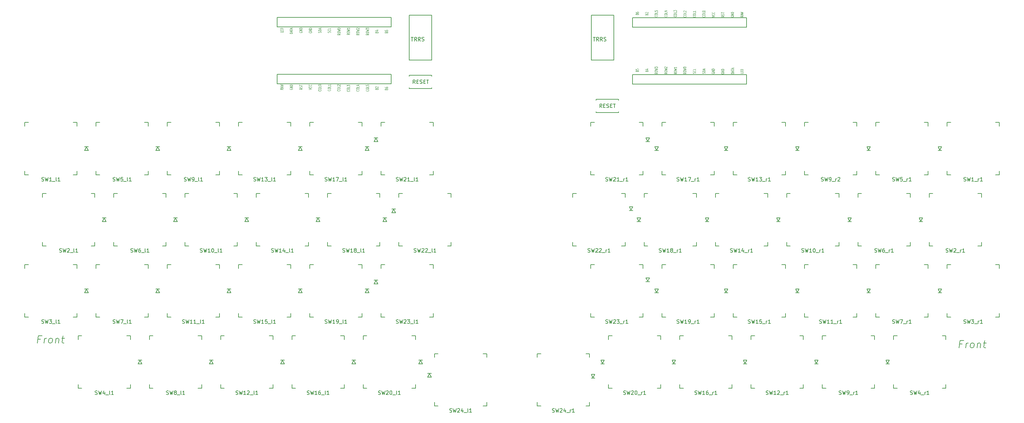
<source format=gto>
G04 #@! TF.GenerationSoftware,KiCad,Pcbnew,(5.1.2)-2*
G04 #@! TF.CreationDate,2020-04-10T00:12:26+09:00*
G04 #@! TF.ProjectId,original_keyboard,6f726967-696e-4616-9c5f-6b6579626f61,0.1*
G04 #@! TF.SameCoordinates,Original*
G04 #@! TF.FileFunction,Legend,Top*
G04 #@! TF.FilePolarity,Positive*
%FSLAX46Y46*%
G04 Gerber Fmt 4.6, Leading zero omitted, Abs format (unit mm)*
G04 Created by KiCad (PCBNEW (5.1.2)-2) date 2020-04-10 00:12:26*
%MOMM*%
%LPD*%
G04 APERTURE LIST*
%ADD10C,0.150000*%
%ADD11C,0.125000*%
G04 APERTURE END LIST*
D10*
X269802633Y-140430267D02*
X269135967Y-140430267D01*
X269005014Y-141477886D02*
X269255014Y-139477886D01*
X270207395Y-139477886D01*
X270719300Y-141477886D02*
X270885967Y-140144553D01*
X270838348Y-140525505D02*
X270957395Y-140335029D01*
X271064538Y-140239791D01*
X271266919Y-140144553D01*
X271457395Y-140144553D01*
X272243110Y-141477886D02*
X272064538Y-141382648D01*
X271981205Y-141287410D01*
X271909776Y-141096934D01*
X271981205Y-140525505D01*
X272100252Y-140335029D01*
X272207395Y-140239791D01*
X272409776Y-140144553D01*
X272695491Y-140144553D01*
X272874062Y-140239791D01*
X272957395Y-140335029D01*
X273028824Y-140525505D01*
X272957395Y-141096934D01*
X272838348Y-141287410D01*
X272731205Y-141382648D01*
X272528824Y-141477886D01*
X272243110Y-141477886D01*
X273933586Y-140144553D02*
X273766919Y-141477886D01*
X273909776Y-140335029D02*
X274016919Y-140239791D01*
X274219300Y-140144553D01*
X274505014Y-140144553D01*
X274683586Y-140239791D01*
X274755014Y-140430267D01*
X274624062Y-141477886D01*
X275457395Y-140144553D02*
X276219300Y-140144553D01*
X275826443Y-139477886D02*
X275612157Y-141192172D01*
X275683586Y-141382648D01*
X275862157Y-141477886D01*
X276052633Y-141477886D01*
X23422633Y-139160267D02*
X22755967Y-139160267D01*
X22625014Y-140207886D02*
X22875014Y-138207886D01*
X23827395Y-138207886D01*
X24339300Y-140207886D02*
X24505967Y-138874553D01*
X24458348Y-139255505D02*
X24577395Y-139065029D01*
X24684538Y-138969791D01*
X24886919Y-138874553D01*
X25077395Y-138874553D01*
X25863110Y-140207886D02*
X25684538Y-140112648D01*
X25601205Y-140017410D01*
X25529776Y-139826934D01*
X25601205Y-139255505D01*
X25720252Y-139065029D01*
X25827395Y-138969791D01*
X26029776Y-138874553D01*
X26315491Y-138874553D01*
X26494062Y-138969791D01*
X26577395Y-139065029D01*
X26648824Y-139255505D01*
X26577395Y-139826934D01*
X26458348Y-140017410D01*
X26351205Y-140112648D01*
X26148824Y-140207886D01*
X25863110Y-140207886D01*
X27553586Y-138874553D02*
X27386919Y-140207886D01*
X27529776Y-139065029D02*
X27636919Y-138969791D01*
X27839300Y-138874553D01*
X28125014Y-138874553D01*
X28303586Y-138969791D01*
X28375014Y-139160267D01*
X28244062Y-140207886D01*
X29077395Y-138874553D02*
X29839300Y-138874553D01*
X29446443Y-138207886D02*
X29232157Y-139922172D01*
X29303586Y-140112648D01*
X29482157Y-140207886D01*
X29672633Y-140207886D01*
X246683000Y-133206000D02*
X246683000Y-132206000D01*
X247683000Y-119206000D02*
X246683000Y-119206000D01*
X246683000Y-133206000D02*
X247683000Y-133206000D01*
X246683000Y-120206000D02*
X246683000Y-119206000D01*
X260683000Y-119206000D02*
X260683000Y-120206000D01*
X259683000Y-133206000D02*
X260683000Y-133206000D01*
X260683000Y-119206000D02*
X259683000Y-119206000D01*
X260683000Y-132206000D02*
X260683000Y-133206000D01*
X265733000Y-133206000D02*
X265733000Y-132206000D01*
X266733000Y-119206000D02*
X265733000Y-119206000D01*
X265733000Y-133206000D02*
X266733000Y-133206000D01*
X265733000Y-120206000D02*
X265733000Y-119206000D01*
X279733000Y-119206000D02*
X279733000Y-120206000D01*
X278733000Y-133206000D02*
X279733000Y-133206000D01*
X279733000Y-119206000D02*
X278733000Y-119206000D01*
X279733000Y-132206000D02*
X279733000Y-133206000D01*
X156195000Y-157018000D02*
X156195000Y-156018000D01*
X157195000Y-143018000D02*
X156195000Y-143018000D01*
X156195000Y-157018000D02*
X157195000Y-157018000D01*
X156195000Y-144018000D02*
X156195000Y-143018000D01*
X170195000Y-143018000D02*
X170195000Y-144018000D01*
X169195000Y-157018000D02*
X170195000Y-157018000D01*
X170195000Y-143018000D02*
X169195000Y-143018000D01*
X170195000Y-156018000D02*
X170195000Y-157018000D01*
X251445000Y-152256000D02*
X251445000Y-151256000D01*
X252445000Y-138256000D02*
X251445000Y-138256000D01*
X251445000Y-152256000D02*
X252445000Y-152256000D01*
X251445000Y-139256000D02*
X251445000Y-138256000D01*
X265445000Y-138256000D02*
X265445000Y-139256000D01*
X264445000Y-152256000D02*
X265445000Y-152256000D01*
X265445000Y-138256000D02*
X264445000Y-138256000D01*
X265445000Y-151256000D02*
X265445000Y-152256000D01*
X260971000Y-114156000D02*
X260971000Y-113156000D01*
X261971000Y-100156000D02*
X260971000Y-100156000D01*
X260971000Y-114156000D02*
X261971000Y-114156000D01*
X260971000Y-101156000D02*
X260971000Y-100156000D01*
X274971000Y-100156000D02*
X274971000Y-101156000D01*
X273971000Y-114156000D02*
X274971000Y-114156000D01*
X274971000Y-100156000D02*
X273971000Y-100156000D01*
X274971000Y-113156000D02*
X274971000Y-114156000D01*
X165720000Y-114156000D02*
X165720000Y-113156000D01*
X166720000Y-100156000D02*
X165720000Y-100156000D01*
X165720000Y-114156000D02*
X166720000Y-114156000D01*
X165720000Y-101156000D02*
X165720000Y-100156000D01*
X179720000Y-100156000D02*
X179720000Y-101156000D01*
X178720000Y-114156000D02*
X179720000Y-114156000D01*
X179720000Y-100156000D02*
X178720000Y-100156000D01*
X179720000Y-113156000D02*
X179720000Y-114156000D01*
X170483000Y-95106300D02*
X170483000Y-94106300D01*
X171483000Y-81106300D02*
X170483000Y-81106300D01*
X170483000Y-95106300D02*
X171483000Y-95106300D01*
X170483000Y-82106300D02*
X170483000Y-81106300D01*
X184483000Y-81106300D02*
X184483000Y-82106300D01*
X183483000Y-95106300D02*
X184483000Y-95106300D01*
X184483000Y-81106300D02*
X183483000Y-81106300D01*
X184483000Y-94106300D02*
X184483000Y-95106300D01*
X170483000Y-133206000D02*
X170483000Y-132206000D01*
X171483000Y-119206000D02*
X170483000Y-119206000D01*
X170483000Y-133206000D02*
X171483000Y-133206000D01*
X170483000Y-120206000D02*
X170483000Y-119206000D01*
X184483000Y-119206000D02*
X184483000Y-120206000D01*
X183483000Y-133206000D02*
X184483000Y-133206000D01*
X184483000Y-119206000D02*
X183483000Y-119206000D01*
X184483000Y-132206000D02*
X184483000Y-133206000D01*
X175245000Y-152256000D02*
X175245000Y-151256000D01*
X176245000Y-138256000D02*
X175245000Y-138256000D01*
X175245000Y-152256000D02*
X176245000Y-152256000D01*
X175245000Y-139256000D02*
X175245000Y-138256000D01*
X189245000Y-138256000D02*
X189245000Y-139256000D01*
X188245000Y-152256000D02*
X189245000Y-152256000D01*
X189245000Y-138256000D02*
X188245000Y-138256000D01*
X189245000Y-151256000D02*
X189245000Y-152256000D01*
X246683000Y-95106300D02*
X246683000Y-94106300D01*
X247683000Y-81106300D02*
X246683000Y-81106300D01*
X246683000Y-95106300D02*
X247683000Y-95106300D01*
X246683000Y-82106300D02*
X246683000Y-81106300D01*
X260683000Y-81106300D02*
X260683000Y-82106300D01*
X259683000Y-95106300D02*
X260683000Y-95106300D01*
X260683000Y-81106300D02*
X259683000Y-81106300D01*
X260683000Y-94106300D02*
X260683000Y-95106300D01*
X189533000Y-95106300D02*
X189533000Y-94106300D01*
X190533000Y-81106300D02*
X189533000Y-81106300D01*
X189533000Y-95106300D02*
X190533000Y-95106300D01*
X189533000Y-82106300D02*
X189533000Y-81106300D01*
X203533000Y-81106300D02*
X203533000Y-82106300D01*
X202533000Y-95106300D02*
X203533000Y-95106300D01*
X203533000Y-81106300D02*
X202533000Y-81106300D01*
X203533000Y-94106300D02*
X203533000Y-95106300D01*
X208583000Y-133206000D02*
X208583000Y-132206000D01*
X209583000Y-119206000D02*
X208583000Y-119206000D01*
X208583000Y-133206000D02*
X209583000Y-133206000D01*
X208583000Y-120206000D02*
X208583000Y-119206000D01*
X222583000Y-119206000D02*
X222583000Y-120206000D01*
X221583000Y-133206000D02*
X222583000Y-133206000D01*
X222583000Y-119206000D02*
X221583000Y-119206000D01*
X222583000Y-132206000D02*
X222583000Y-133206000D01*
X203821000Y-114156000D02*
X203821000Y-113156000D01*
X204821000Y-100156000D02*
X203821000Y-100156000D01*
X203821000Y-114156000D02*
X204821000Y-114156000D01*
X203821000Y-101156000D02*
X203821000Y-100156000D01*
X217821000Y-100156000D02*
X217821000Y-101156000D01*
X216821000Y-114156000D02*
X217821000Y-114156000D01*
X217821000Y-100156000D02*
X216821000Y-100156000D01*
X217821000Y-113156000D02*
X217821000Y-114156000D01*
X194295000Y-152256000D02*
X194295000Y-151256000D01*
X195295000Y-138256000D02*
X194295000Y-138256000D01*
X194295000Y-152256000D02*
X195295000Y-152256000D01*
X194295000Y-139256000D02*
X194295000Y-138256000D01*
X208295000Y-138256000D02*
X208295000Y-139256000D01*
X207295000Y-152256000D02*
X208295000Y-152256000D01*
X208295000Y-138256000D02*
X207295000Y-138256000D01*
X208295000Y-151256000D02*
X208295000Y-152256000D01*
X265733000Y-95106300D02*
X265733000Y-94106300D01*
X266733000Y-81106300D02*
X265733000Y-81106300D01*
X265733000Y-95106300D02*
X266733000Y-95106300D01*
X265733000Y-82106300D02*
X265733000Y-81106300D01*
X279733000Y-81106300D02*
X279733000Y-82106300D01*
X278733000Y-95106300D02*
X279733000Y-95106300D01*
X279733000Y-81106300D02*
X278733000Y-81106300D01*
X279733000Y-94106300D02*
X279733000Y-95106300D01*
X189533000Y-133206000D02*
X189533000Y-132206000D01*
X190533000Y-119206000D02*
X189533000Y-119206000D01*
X189533000Y-133206000D02*
X190533000Y-133206000D01*
X189533000Y-120206000D02*
X189533000Y-119206000D01*
X203533000Y-119206000D02*
X203533000Y-120206000D01*
X202533000Y-133206000D02*
X203533000Y-133206000D01*
X203533000Y-119206000D02*
X202533000Y-119206000D01*
X203533000Y-132206000D02*
X203533000Y-133206000D01*
X208583000Y-95106300D02*
X208583000Y-94106300D01*
X209583000Y-81106300D02*
X208583000Y-81106300D01*
X208583000Y-95106300D02*
X209583000Y-95106300D01*
X208583000Y-82106300D02*
X208583000Y-81106300D01*
X222583000Y-81106300D02*
X222583000Y-82106300D01*
X221583000Y-95106300D02*
X222583000Y-95106300D01*
X222583000Y-81106300D02*
X221583000Y-81106300D01*
X222583000Y-94106300D02*
X222583000Y-95106300D01*
X227633000Y-133206000D02*
X227633000Y-132206000D01*
X228633000Y-119206000D02*
X227633000Y-119206000D01*
X227633000Y-133206000D02*
X228633000Y-133206000D01*
X227633000Y-120206000D02*
X227633000Y-119206000D01*
X241633000Y-119206000D02*
X241633000Y-120206000D01*
X240633000Y-133206000D02*
X241633000Y-133206000D01*
X241633000Y-119206000D02*
X240633000Y-119206000D01*
X241633000Y-132206000D02*
X241633000Y-133206000D01*
X212201950Y-53079160D02*
X212201950Y-55619160D01*
X212201950Y-55619160D02*
X181721950Y-55619160D01*
X181721950Y-55619160D02*
X181721950Y-53079160D01*
X181721950Y-53079160D02*
X212201950Y-53079160D01*
X212201950Y-68299160D02*
X212201950Y-70839160D01*
X212201950Y-70839160D02*
X181721950Y-70839160D01*
X181721950Y-70839160D02*
X181721950Y-68299160D01*
X181721950Y-68299160D02*
X212201950Y-68299160D01*
X241921000Y-114156000D02*
X241921000Y-113156000D01*
X242921000Y-100156000D02*
X241921000Y-100156000D01*
X241921000Y-114156000D02*
X242921000Y-114156000D01*
X241921000Y-101156000D02*
X241921000Y-100156000D01*
X255921000Y-100156000D02*
X255921000Y-101156000D01*
X254921000Y-114156000D02*
X255921000Y-114156000D01*
X255921000Y-100156000D02*
X254921000Y-100156000D01*
X255921000Y-113156000D02*
X255921000Y-114156000D01*
X184771000Y-114156000D02*
X184771000Y-113156000D01*
X185771000Y-100156000D02*
X184771000Y-100156000D01*
X184771000Y-114156000D02*
X185771000Y-114156000D01*
X184771000Y-101156000D02*
X184771000Y-100156000D01*
X198771000Y-100156000D02*
X198771000Y-101156000D01*
X197771000Y-114156000D02*
X198771000Y-114156000D01*
X198771000Y-100156000D02*
X197771000Y-100156000D01*
X198771000Y-113156000D02*
X198771000Y-114156000D01*
X232395000Y-152256000D02*
X232395000Y-151256000D01*
X233395000Y-138256000D02*
X232395000Y-138256000D01*
X232395000Y-152256000D02*
X233395000Y-152256000D01*
X232395000Y-139256000D02*
X232395000Y-138256000D01*
X246395000Y-138256000D02*
X246395000Y-139256000D01*
X245395000Y-152256000D02*
X246395000Y-152256000D01*
X246395000Y-138256000D02*
X245395000Y-138256000D01*
X246395000Y-151256000D02*
X246395000Y-152256000D01*
X186238000Y-86225400D02*
X185238000Y-86225400D01*
X185238000Y-85225400D02*
X185738000Y-86125400D01*
X186238000Y-85225400D02*
X185238000Y-85225400D01*
X185738000Y-86125400D02*
X186238000Y-85225400D01*
X213345000Y-152256000D02*
X213345000Y-151256000D01*
X214345000Y-138256000D02*
X213345000Y-138256000D01*
X213345000Y-152256000D02*
X214345000Y-152256000D01*
X213345000Y-139256000D02*
X213345000Y-138256000D01*
X227345000Y-138256000D02*
X227345000Y-139256000D01*
X226345000Y-152256000D02*
X227345000Y-152256000D01*
X227345000Y-138256000D02*
X226345000Y-138256000D01*
X227345000Y-151256000D02*
X227345000Y-152256000D01*
X245293000Y-88606300D02*
X244293000Y-88606300D01*
X244293000Y-87606300D02*
X244793000Y-88506300D01*
X245293000Y-87606300D02*
X244293000Y-87606300D01*
X244793000Y-88506300D02*
X245293000Y-87606300D01*
X227633000Y-95106300D02*
X227633000Y-94106300D01*
X228633000Y-81106300D02*
X227633000Y-81106300D01*
X227633000Y-95106300D02*
X228633000Y-95106300D01*
X227633000Y-82106300D02*
X227633000Y-81106300D01*
X241633000Y-81106300D02*
X241633000Y-82106300D01*
X240633000Y-95106300D02*
X241633000Y-95106300D01*
X241633000Y-81106300D02*
X240633000Y-81106300D01*
X241633000Y-94106300D02*
X241633000Y-95106300D01*
X171633000Y-149566000D02*
X170633000Y-149566000D01*
X170633000Y-148566000D02*
X171133000Y-149466000D01*
X171633000Y-148566000D02*
X170633000Y-148566000D01*
X171133000Y-149466000D02*
X171633000Y-148566000D01*
X186238000Y-123707000D02*
X185238000Y-123707000D01*
X185238000Y-122707000D02*
X185738000Y-123607000D01*
X186238000Y-122707000D02*
X185238000Y-122707000D01*
X185738000Y-123607000D02*
X186238000Y-122707000D01*
X181793000Y-104657000D02*
X180793000Y-104657000D01*
X180793000Y-103657000D02*
X181293000Y-104557000D01*
X181793000Y-103657000D02*
X180793000Y-103657000D01*
X181293000Y-104557000D02*
X181793000Y-103657000D01*
X174173000Y-145756000D02*
X173173000Y-145756000D01*
X173173000Y-144756000D02*
X173673000Y-145656000D01*
X174173000Y-144756000D02*
X173173000Y-144756000D01*
X173673000Y-145656000D02*
X174173000Y-144756000D01*
X188620000Y-126706000D02*
X187620000Y-126706000D01*
X187620000Y-125706000D02*
X188120000Y-126606000D01*
X188620000Y-125706000D02*
X187620000Y-125706000D01*
X188120000Y-126606000D02*
X188620000Y-125706000D01*
X183857000Y-107656000D02*
X182857000Y-107656000D01*
X182857000Y-106656000D02*
X183357000Y-107556000D01*
X183857000Y-106656000D02*
X182857000Y-106656000D01*
X183357000Y-107556000D02*
X183857000Y-106656000D01*
X171943000Y-78426300D02*
X171943000Y-78176300D01*
X177943000Y-78426300D02*
X171943000Y-78426300D01*
X177943000Y-78426300D02*
X177943000Y-78176300D01*
X177943000Y-74926300D02*
X177943000Y-75176300D01*
X171943000Y-74926300D02*
X171943000Y-75176300D01*
X177943000Y-74926300D02*
X171943000Y-74926300D01*
X170673000Y-64387720D02*
X170673000Y-52387720D01*
X176673000Y-64387720D02*
X170673000Y-64387720D01*
X176673000Y-52387720D02*
X176673000Y-64387720D01*
X170673000Y-52387720D02*
X176673000Y-52387720D01*
X222871000Y-114156000D02*
X222871000Y-113156000D01*
X223871000Y-100156000D02*
X222871000Y-100156000D01*
X222871000Y-114156000D02*
X223871000Y-114156000D01*
X222871000Y-101156000D02*
X222871000Y-100156000D01*
X236871000Y-100156000D02*
X236871000Y-101156000D01*
X235871000Y-114156000D02*
X236871000Y-114156000D01*
X236871000Y-100156000D02*
X235871000Y-100156000D01*
X236871000Y-113156000D02*
X236871000Y-114156000D01*
X207193000Y-126706000D02*
X206193000Y-126706000D01*
X206193000Y-125706000D02*
X206693000Y-126606000D01*
X207193000Y-125706000D02*
X206193000Y-125706000D01*
X206693000Y-126606000D02*
X207193000Y-125706000D01*
X240213000Y-107656000D02*
X239213000Y-107656000D01*
X239213000Y-106656000D02*
X239713000Y-107556000D01*
X240213000Y-106656000D02*
X239213000Y-106656000D01*
X239713000Y-107556000D02*
X240213000Y-106656000D01*
X221163000Y-107656000D02*
X220163000Y-107656000D01*
X220163000Y-106656000D02*
X220663000Y-107556000D01*
X221163000Y-106656000D02*
X220163000Y-106656000D01*
X220663000Y-107556000D02*
X221163000Y-106656000D01*
X202113000Y-107656000D02*
X201113000Y-107656000D01*
X201113000Y-106656000D02*
X201613000Y-107556000D01*
X202113000Y-106656000D02*
X201113000Y-106656000D01*
X201613000Y-107556000D02*
X202113000Y-106656000D01*
X226243000Y-126706000D02*
X225243000Y-126706000D01*
X225243000Y-125706000D02*
X225743000Y-126606000D01*
X226243000Y-125706000D02*
X225243000Y-125706000D01*
X225743000Y-126606000D02*
X226243000Y-125706000D01*
X264343000Y-126706000D02*
X263343000Y-126706000D01*
X263343000Y-125706000D02*
X263843000Y-126606000D01*
X264343000Y-125706000D02*
X263343000Y-125706000D01*
X263843000Y-126606000D02*
X264343000Y-125706000D01*
X259263000Y-107656000D02*
X258263000Y-107656000D01*
X258263000Y-106656000D02*
X258763000Y-107556000D01*
X259263000Y-106656000D02*
X258263000Y-106656000D01*
X258763000Y-107556000D02*
X259263000Y-106656000D01*
X245293000Y-126706000D02*
X244293000Y-126706000D01*
X244293000Y-125706000D02*
X244793000Y-126606000D01*
X245293000Y-125706000D02*
X244293000Y-125706000D01*
X244793000Y-126606000D02*
X245293000Y-125706000D01*
X264343000Y-88606300D02*
X263343000Y-88606300D01*
X263343000Y-87606300D02*
X263843000Y-88506300D01*
X264343000Y-87606300D02*
X263343000Y-87606300D01*
X263843000Y-88506300D02*
X264343000Y-87606300D01*
X212273000Y-145756000D02*
X211273000Y-145756000D01*
X211273000Y-144756000D02*
X211773000Y-145656000D01*
X212273000Y-144756000D02*
X211273000Y-144756000D01*
X211773000Y-145656000D02*
X212273000Y-144756000D01*
X226243000Y-88606300D02*
X225243000Y-88606300D01*
X225243000Y-87606300D02*
X225743000Y-88506300D01*
X226243000Y-87606300D02*
X225243000Y-87606300D01*
X225743000Y-88506300D02*
X226243000Y-87606300D01*
X193223000Y-145756000D02*
X192223000Y-145756000D01*
X192223000Y-144756000D02*
X192723000Y-145656000D01*
X193223000Y-144756000D02*
X192223000Y-144756000D01*
X192723000Y-145656000D02*
X193223000Y-144756000D01*
X207193000Y-88606300D02*
X206193000Y-88606300D01*
X206193000Y-87606300D02*
X206693000Y-88506300D01*
X207193000Y-87606300D02*
X206193000Y-87606300D01*
X206693000Y-88506300D02*
X207193000Y-87606300D01*
X231323000Y-145756000D02*
X230323000Y-145756000D01*
X230323000Y-144756000D02*
X230823000Y-145656000D01*
X231323000Y-144756000D02*
X230323000Y-144756000D01*
X230823000Y-145656000D02*
X231323000Y-144756000D01*
X250373000Y-145756000D02*
X249373000Y-145756000D01*
X249373000Y-144756000D02*
X249873000Y-145656000D01*
X250373000Y-144756000D02*
X249373000Y-144756000D01*
X249873000Y-145656000D02*
X250373000Y-144756000D01*
X188620000Y-88606600D02*
X187620000Y-88606600D01*
X187620000Y-87606600D02*
X188120000Y-88506600D01*
X188620000Y-87606600D02*
X187620000Y-87606600D01*
X188120000Y-88506600D02*
X188620000Y-87606600D01*
X86646000Y-70746360D02*
X86646000Y-68206360D01*
X86646000Y-68206360D02*
X117126000Y-68206360D01*
X117126000Y-68206360D02*
X117126000Y-70746360D01*
X117126000Y-70746360D02*
X86646000Y-70746360D01*
X86646000Y-55526360D02*
X86646000Y-52986360D01*
X86646000Y-52986360D02*
X117126000Y-52986360D01*
X117126000Y-52986360D02*
X117126000Y-55526360D01*
X117126000Y-55526360D02*
X86646000Y-55526360D01*
X76344000Y-95106600D02*
X76344000Y-94106600D01*
X77344000Y-81106600D02*
X76344000Y-81106600D01*
X76344000Y-95106600D02*
X77344000Y-95106600D01*
X76344000Y-82106600D02*
X76344000Y-81106600D01*
X90344000Y-81106600D02*
X90344000Y-82106600D01*
X89344000Y-95106600D02*
X90344000Y-95106600D01*
X90344000Y-81106600D02*
X89344000Y-81106600D01*
X90344000Y-94106600D02*
X90344000Y-95106600D01*
X57293900Y-95106600D02*
X57293900Y-94106600D01*
X58293900Y-81106600D02*
X57293900Y-81106600D01*
X57293900Y-95106600D02*
X58293900Y-95106600D01*
X57293900Y-82106600D02*
X57293900Y-81106600D01*
X71293900Y-81106600D02*
X71293900Y-82106600D01*
X70293900Y-95106600D02*
X71293900Y-95106600D01*
X71293900Y-81106600D02*
X70293900Y-81106600D01*
X71293900Y-94106600D02*
X71293900Y-95106600D01*
X52531400Y-152257000D02*
X52531400Y-151257000D01*
X53531400Y-138257000D02*
X52531400Y-138257000D01*
X52531400Y-152257000D02*
X53531400Y-152257000D01*
X52531400Y-139257000D02*
X52531400Y-138257000D01*
X66531400Y-138257000D02*
X66531400Y-139257000D01*
X65531400Y-152257000D02*
X66531400Y-152257000D01*
X66531400Y-138257000D02*
X65531400Y-138257000D01*
X66531400Y-151257000D02*
X66531400Y-152257000D01*
X38243900Y-133207000D02*
X38243900Y-132207000D01*
X39243900Y-119207000D02*
X38243900Y-119207000D01*
X38243900Y-133207000D02*
X39243900Y-133207000D01*
X38243900Y-120207000D02*
X38243900Y-119207000D01*
X52243900Y-119207000D02*
X52243900Y-120207000D01*
X51243900Y-133207000D02*
X52243900Y-133207000D01*
X52243900Y-119207000D02*
X51243900Y-119207000D01*
X52243900Y-132207000D02*
X52243900Y-133207000D01*
X43006400Y-114157000D02*
X43006400Y-113157000D01*
X44006400Y-100157000D02*
X43006400Y-100157000D01*
X43006400Y-114157000D02*
X44006400Y-114157000D01*
X43006400Y-101157000D02*
X43006400Y-100157000D01*
X57006400Y-100157000D02*
X57006400Y-101157000D01*
X56006400Y-114157000D02*
X57006400Y-114157000D01*
X57006400Y-100157000D02*
X56006400Y-100157000D01*
X57006400Y-113157000D02*
X57006400Y-114157000D01*
X38243900Y-95106700D02*
X38243900Y-94106700D01*
X39243900Y-81106700D02*
X38243900Y-81106700D01*
X38243900Y-95106700D02*
X39243900Y-95106700D01*
X38243900Y-82106700D02*
X38243900Y-81106700D01*
X52243900Y-81106700D02*
X52243900Y-82106700D01*
X51243900Y-95106700D02*
X52243900Y-95106700D01*
X52243900Y-81106700D02*
X51243900Y-81106700D01*
X52243900Y-94106700D02*
X52243900Y-95106700D01*
X33481400Y-152257000D02*
X33481400Y-151257000D01*
X34481400Y-138257000D02*
X33481400Y-138257000D01*
X33481400Y-152257000D02*
X34481400Y-152257000D01*
X33481400Y-139257000D02*
X33481400Y-138257000D01*
X47481400Y-138257000D02*
X47481400Y-139257000D01*
X46481400Y-152257000D02*
X47481400Y-152257000D01*
X47481400Y-138257000D02*
X46481400Y-138257000D01*
X47481400Y-151257000D02*
X47481400Y-152257000D01*
X19193900Y-133207000D02*
X19193900Y-132207000D01*
X20193900Y-119207000D02*
X19193900Y-119207000D01*
X19193900Y-133207000D02*
X20193900Y-133207000D01*
X19193900Y-120207000D02*
X19193900Y-119207000D01*
X33193900Y-119207000D02*
X33193900Y-120207000D01*
X32193900Y-133207000D02*
X33193900Y-133207000D01*
X33193900Y-119207000D02*
X32193900Y-119207000D01*
X33193900Y-132207000D02*
X33193900Y-133207000D01*
X23956400Y-114157000D02*
X23956400Y-113157000D01*
X24956400Y-100157000D02*
X23956400Y-100157000D01*
X23956400Y-114157000D02*
X24956400Y-114157000D01*
X23956400Y-101157000D02*
X23956400Y-100157000D01*
X37956400Y-100157000D02*
X37956400Y-101157000D01*
X36956400Y-114157000D02*
X37956400Y-114157000D01*
X37956400Y-100157000D02*
X36956400Y-100157000D01*
X37956400Y-113157000D02*
X37956400Y-114157000D01*
X128732000Y-157019000D02*
X128732000Y-156019000D01*
X129732000Y-143019000D02*
X128732000Y-143019000D01*
X128732000Y-157019000D02*
X129732000Y-157019000D01*
X128732000Y-144019000D02*
X128732000Y-143019000D01*
X142732000Y-143019000D02*
X142732000Y-144019000D01*
X141732000Y-157019000D02*
X142732000Y-157019000D01*
X142732000Y-143019000D02*
X141732000Y-143019000D01*
X142732000Y-156019000D02*
X142732000Y-157019000D01*
X114444000Y-133207000D02*
X114444000Y-132207000D01*
X115444000Y-119207000D02*
X114444000Y-119207000D01*
X114444000Y-133207000D02*
X115444000Y-133207000D01*
X114444000Y-120207000D02*
X114444000Y-119207000D01*
X128444000Y-119207000D02*
X128444000Y-120207000D01*
X127444000Y-133207000D02*
X128444000Y-133207000D01*
X128444000Y-119207000D02*
X127444000Y-119207000D01*
X128444000Y-132207000D02*
X128444000Y-133207000D01*
X119207000Y-114157000D02*
X119207000Y-113157000D01*
X120207000Y-100157000D02*
X119207000Y-100157000D01*
X119207000Y-114157000D02*
X120207000Y-114157000D01*
X119207000Y-101157000D02*
X119207000Y-100157000D01*
X133207000Y-100157000D02*
X133207000Y-101157000D01*
X132207000Y-114157000D02*
X133207000Y-114157000D01*
X133207000Y-100157000D02*
X132207000Y-100157000D01*
X133207000Y-113157000D02*
X133207000Y-114157000D01*
X114444000Y-95106600D02*
X114444000Y-94106600D01*
X115444000Y-81106600D02*
X114444000Y-81106600D01*
X114444000Y-95106600D02*
X115444000Y-95106600D01*
X114444000Y-82106600D02*
X114444000Y-81106600D01*
X128444000Y-81106600D02*
X128444000Y-82106600D01*
X127444000Y-95106600D02*
X128444000Y-95106600D01*
X128444000Y-81106600D02*
X127444000Y-81106600D01*
X128444000Y-94106600D02*
X128444000Y-95106600D01*
X109682000Y-152257000D02*
X109682000Y-151257000D01*
X110682000Y-138257000D02*
X109682000Y-138257000D01*
X109682000Y-152257000D02*
X110682000Y-152257000D01*
X109682000Y-139257000D02*
X109682000Y-138257000D01*
X123682000Y-138257000D02*
X123682000Y-139257000D01*
X122682000Y-152257000D02*
X123682000Y-152257000D01*
X123682000Y-138257000D02*
X122682000Y-138257000D01*
X123682000Y-151257000D02*
X123682000Y-152257000D01*
X19193900Y-95106600D02*
X19193900Y-94106600D01*
X20193900Y-81106600D02*
X19193900Y-81106600D01*
X19193900Y-95106600D02*
X20193900Y-95106600D01*
X19193900Y-82106600D02*
X19193900Y-81106600D01*
X33193900Y-81106600D02*
X33193900Y-82106600D01*
X32193900Y-95106600D02*
X33193900Y-95106600D01*
X33193900Y-81106600D02*
X32193900Y-81106600D01*
X33193900Y-94106600D02*
X33193900Y-95106600D01*
X95394000Y-133207000D02*
X95394000Y-132207000D01*
X96394000Y-119207000D02*
X95394000Y-119207000D01*
X95394000Y-133207000D02*
X96394000Y-133207000D01*
X95394000Y-120207000D02*
X95394000Y-119207000D01*
X109394000Y-119207000D02*
X109394000Y-120207000D01*
X108394000Y-133207000D02*
X109394000Y-133207000D01*
X109394000Y-119207000D02*
X108394000Y-119207000D01*
X109394000Y-132207000D02*
X109394000Y-133207000D01*
X100157000Y-114157000D02*
X100157000Y-113157000D01*
X101157000Y-100157000D02*
X100157000Y-100157000D01*
X100157000Y-114157000D02*
X101157000Y-114157000D01*
X100157000Y-101157000D02*
X100157000Y-100157000D01*
X114157000Y-100157000D02*
X114157000Y-101157000D01*
X113157000Y-114157000D02*
X114157000Y-114157000D01*
X114157000Y-100157000D02*
X113157000Y-100157000D01*
X114157000Y-113157000D02*
X114157000Y-114157000D01*
X95394000Y-95106600D02*
X95394000Y-94106600D01*
X96394000Y-81106600D02*
X95394000Y-81106600D01*
X95394000Y-95106600D02*
X96394000Y-95106600D01*
X95394000Y-82106600D02*
X95394000Y-81106600D01*
X109394000Y-81106600D02*
X109394000Y-82106600D01*
X108394000Y-95106600D02*
X109394000Y-95106600D01*
X109394000Y-81106600D02*
X108394000Y-81106600D01*
X109394000Y-94106600D02*
X109394000Y-95106600D01*
X90631400Y-152257000D02*
X90631400Y-151257000D01*
X91631400Y-138257000D02*
X90631400Y-138257000D01*
X90631400Y-152257000D02*
X91631400Y-152257000D01*
X90631400Y-139257000D02*
X90631400Y-138257000D01*
X104631400Y-138257000D02*
X104631400Y-139257000D01*
X103631400Y-152257000D02*
X104631400Y-152257000D01*
X104631400Y-138257000D02*
X103631400Y-138257000D01*
X104631400Y-151257000D02*
X104631400Y-152257000D01*
X76343900Y-133207000D02*
X76343900Y-132207000D01*
X77343900Y-119207000D02*
X76343900Y-119207000D01*
X76343900Y-133207000D02*
X77343900Y-133207000D01*
X76343900Y-120207000D02*
X76343900Y-119207000D01*
X90343900Y-119207000D02*
X90343900Y-120207000D01*
X89343900Y-133207000D02*
X90343900Y-133207000D01*
X90343900Y-119207000D02*
X89343900Y-119207000D01*
X90343900Y-132207000D02*
X90343900Y-133207000D01*
X81106500Y-114157000D02*
X81106500Y-113157000D01*
X82106500Y-100157000D02*
X81106500Y-100157000D01*
X81106500Y-114157000D02*
X82106500Y-114157000D01*
X81106500Y-101157000D02*
X81106500Y-100157000D01*
X95106500Y-100157000D02*
X95106500Y-101157000D01*
X94106500Y-114157000D02*
X95106500Y-114157000D01*
X95106500Y-100157000D02*
X94106500Y-100157000D01*
X95106500Y-113157000D02*
X95106500Y-114157000D01*
X71581400Y-152257000D02*
X71581400Y-151257000D01*
X72581400Y-138257000D02*
X71581400Y-138257000D01*
X71581400Y-152257000D02*
X72581400Y-152257000D01*
X71581400Y-139257000D02*
X71581400Y-138257000D01*
X85581400Y-138257000D02*
X85581400Y-139257000D01*
X84581400Y-152257000D02*
X85581400Y-152257000D01*
X85581400Y-138257000D02*
X84581400Y-138257000D01*
X85581400Y-151257000D02*
X85581400Y-152257000D01*
X57293900Y-133207000D02*
X57293900Y-132207000D01*
X58293900Y-119207000D02*
X57293900Y-119207000D01*
X57293900Y-133207000D02*
X58293900Y-133207000D01*
X57293900Y-120207000D02*
X57293900Y-119207000D01*
X71293900Y-119207000D02*
X71293900Y-120207000D01*
X70293900Y-133207000D02*
X71293900Y-133207000D01*
X71293900Y-119207000D02*
X70293900Y-119207000D01*
X71293900Y-132207000D02*
X71293900Y-133207000D01*
X62056500Y-114157000D02*
X62056500Y-113157000D01*
X63056500Y-100157000D02*
X62056500Y-100157000D01*
X62056500Y-114157000D02*
X63056500Y-114157000D01*
X62056500Y-101157000D02*
X62056500Y-100157000D01*
X76056500Y-100157000D02*
X76056500Y-101157000D01*
X75056500Y-114157000D02*
X76056500Y-114157000D01*
X76056500Y-100157000D02*
X75056500Y-100157000D01*
X76056500Y-113157000D02*
X76056500Y-114157000D01*
X128016150Y-68497170D02*
X128016150Y-68747170D01*
X122016150Y-68497170D02*
X128016150Y-68497170D01*
X122016150Y-68497170D02*
X122016150Y-68747170D01*
X122016150Y-71997170D02*
X122016150Y-71747170D01*
X128016150Y-71997170D02*
X128016150Y-71747170D01*
X122016150Y-71997170D02*
X128016150Y-71997170D01*
X122016150Y-64387720D02*
X122016150Y-52387720D01*
X128016150Y-64387720D02*
X122016150Y-64387720D01*
X128016150Y-52387720D02*
X128016150Y-64387720D01*
X122016150Y-52387720D02*
X128016150Y-52387720D01*
X73319100Y-87606600D02*
X74319100Y-87606600D01*
X74319100Y-88606600D02*
X73819100Y-87706600D01*
X73319100Y-88606600D02*
X74319100Y-88606600D01*
X73819100Y-87706600D02*
X73319100Y-88606600D01*
X68556500Y-144757000D02*
X69556500Y-144757000D01*
X69556500Y-145757000D02*
X69056500Y-144857000D01*
X68556500Y-145757000D02*
X69556500Y-145757000D01*
X69056500Y-144857000D02*
X68556500Y-145757000D01*
X54269000Y-125707000D02*
X55269000Y-125707000D01*
X55269000Y-126707000D02*
X54769000Y-125807000D01*
X54269000Y-126707000D02*
X55269000Y-126707000D01*
X54769000Y-125807000D02*
X54269000Y-126707000D01*
X59031500Y-106657000D02*
X60031500Y-106657000D01*
X60031500Y-107657000D02*
X59531500Y-106757000D01*
X59031500Y-107657000D02*
X60031500Y-107657000D01*
X59531500Y-106757000D02*
X59031500Y-107657000D01*
X54269000Y-87606600D02*
X55269000Y-87606600D01*
X55269000Y-88606600D02*
X54769000Y-87706600D01*
X54269000Y-88606600D02*
X55269000Y-88606600D01*
X54769000Y-87706600D02*
X54269000Y-88606600D01*
X49506500Y-144757000D02*
X50506500Y-144757000D01*
X50506500Y-145757000D02*
X50006500Y-144857000D01*
X49506500Y-145757000D02*
X50506500Y-145757000D01*
X50006500Y-144857000D02*
X49506500Y-145757000D01*
X35218900Y-125707000D02*
X36218900Y-125707000D01*
X36218900Y-126707000D02*
X35718900Y-125807000D01*
X35218900Y-126707000D02*
X36218900Y-126707000D01*
X35718900Y-125807000D02*
X35218900Y-126707000D01*
X39981400Y-106657000D02*
X40981400Y-106657000D01*
X40981400Y-107657000D02*
X40481400Y-106757000D01*
X39981400Y-107657000D02*
X40981400Y-107657000D01*
X40481400Y-106757000D02*
X39981400Y-107657000D01*
X126897000Y-148329000D02*
X127897000Y-148329000D01*
X127897000Y-149329000D02*
X127397000Y-148429000D01*
X126897000Y-149329000D02*
X127897000Y-149329000D01*
X127397000Y-148429000D02*
X126897000Y-149329000D01*
X112610000Y-123326000D02*
X113610000Y-123326000D01*
X113610000Y-124326000D02*
X113110000Y-123426000D01*
X112610000Y-124326000D02*
X113610000Y-124326000D01*
X113110000Y-123426000D02*
X112610000Y-124326000D01*
X117372000Y-104275000D02*
X118372000Y-104275000D01*
X118372000Y-105275000D02*
X117872000Y-104375000D01*
X117372000Y-105275000D02*
X118372000Y-105275000D01*
X117872000Y-104375000D02*
X117372000Y-105275000D01*
X112610000Y-85225360D02*
X113610000Y-85225360D01*
X113610000Y-86225360D02*
X113110000Y-85325360D01*
X112610000Y-86225360D02*
X113610000Y-86225360D01*
X113110000Y-85325360D02*
X112610000Y-86225360D01*
X124516000Y-144757000D02*
X125516000Y-144757000D01*
X125516000Y-145757000D02*
X125016000Y-144857000D01*
X124516000Y-145757000D02*
X125516000Y-145757000D01*
X125016000Y-144857000D02*
X124516000Y-145757000D01*
X35218900Y-87606600D02*
X36218900Y-87606600D01*
X36218900Y-88606600D02*
X35718900Y-87706600D01*
X35218900Y-88606600D02*
X36218900Y-88606600D01*
X35718900Y-87706600D02*
X35218900Y-88606600D01*
X110229000Y-125707000D02*
X111229000Y-125707000D01*
X111229000Y-126707000D02*
X110729000Y-125807000D01*
X110229000Y-126707000D02*
X111229000Y-126707000D01*
X110729000Y-125807000D02*
X110229000Y-126707000D01*
X114991000Y-106657000D02*
X115991000Y-106657000D01*
X115991000Y-107657000D02*
X115491000Y-106757000D01*
X114991000Y-107657000D02*
X115991000Y-107657000D01*
X115491000Y-106757000D02*
X114991000Y-107657000D01*
X110229000Y-87606600D02*
X111229000Y-87606600D01*
X111229000Y-88606600D02*
X110729000Y-87706600D01*
X110229000Y-88606600D02*
X111229000Y-88606600D01*
X110729000Y-87706600D02*
X110229000Y-88606600D01*
X106657000Y-144757000D02*
X107657000Y-144757000D01*
X107657000Y-145757000D02*
X107157000Y-144857000D01*
X106657000Y-145757000D02*
X107657000Y-145757000D01*
X107157000Y-144857000D02*
X106657000Y-145757000D01*
X92369100Y-125707000D02*
X93369100Y-125707000D01*
X93369100Y-126707000D02*
X92869100Y-125807000D01*
X92369100Y-126707000D02*
X93369100Y-126707000D01*
X92869100Y-125807000D02*
X92369100Y-126707000D01*
X97131700Y-106657000D02*
X98131700Y-106657000D01*
X98131700Y-107657000D02*
X97631700Y-106757000D01*
X97131700Y-107657000D02*
X98131700Y-107657000D01*
X97631700Y-106757000D02*
X97131700Y-107657000D01*
X92369100Y-87606600D02*
X93369100Y-87606600D01*
X93369100Y-88606600D02*
X92869100Y-87706600D01*
X92369100Y-88606600D02*
X93369100Y-88606600D01*
X92869100Y-87706600D02*
X92369100Y-88606600D01*
X87606600Y-144757000D02*
X88606600Y-144757000D01*
X88606600Y-145757000D02*
X88106600Y-144857000D01*
X87606600Y-145757000D02*
X88606600Y-145757000D01*
X88106600Y-144857000D02*
X87606600Y-145757000D01*
X73319100Y-125707000D02*
X74319100Y-125707000D01*
X74319100Y-126707000D02*
X73819100Y-125807000D01*
X73319100Y-126707000D02*
X74319100Y-126707000D01*
X73819100Y-125807000D02*
X73319100Y-126707000D01*
X78081600Y-106657000D02*
X79081600Y-106657000D01*
X79081600Y-107657000D02*
X78581600Y-106757000D01*
X78081600Y-107657000D02*
X79081600Y-107657000D01*
X78581600Y-106757000D02*
X78081600Y-107657000D01*
X251183000Y-134865761D02*
X251325857Y-134913380D01*
X251563952Y-134913380D01*
X251659190Y-134865761D01*
X251706809Y-134818142D01*
X251754428Y-134722904D01*
X251754428Y-134627666D01*
X251706809Y-134532428D01*
X251659190Y-134484809D01*
X251563952Y-134437190D01*
X251373476Y-134389571D01*
X251278238Y-134341952D01*
X251230619Y-134294333D01*
X251183000Y-134199095D01*
X251183000Y-134103857D01*
X251230619Y-134008619D01*
X251278238Y-133961000D01*
X251373476Y-133913380D01*
X251611571Y-133913380D01*
X251754428Y-133961000D01*
X252087761Y-133913380D02*
X252325857Y-134913380D01*
X252516333Y-134199095D01*
X252706809Y-134913380D01*
X252944904Y-133913380D01*
X253230619Y-133913380D02*
X253897285Y-133913380D01*
X253468714Y-134913380D01*
X254040142Y-135008619D02*
X254802047Y-135008619D01*
X255040142Y-134913380D02*
X255040142Y-134246714D01*
X255040142Y-134437190D02*
X255087761Y-134341952D01*
X255135380Y-134294333D01*
X255230619Y-134246714D01*
X255325857Y-134246714D01*
X256183000Y-134913380D02*
X255611571Y-134913380D01*
X255897285Y-134913380D02*
X255897285Y-133913380D01*
X255802047Y-134056238D01*
X255706809Y-134151476D01*
X255611571Y-134199095D01*
X270233000Y-134865761D02*
X270375857Y-134913380D01*
X270613952Y-134913380D01*
X270709190Y-134865761D01*
X270756809Y-134818142D01*
X270804428Y-134722904D01*
X270804428Y-134627666D01*
X270756809Y-134532428D01*
X270709190Y-134484809D01*
X270613952Y-134437190D01*
X270423476Y-134389571D01*
X270328238Y-134341952D01*
X270280619Y-134294333D01*
X270233000Y-134199095D01*
X270233000Y-134103857D01*
X270280619Y-134008619D01*
X270328238Y-133961000D01*
X270423476Y-133913380D01*
X270661571Y-133913380D01*
X270804428Y-133961000D01*
X271137761Y-133913380D02*
X271375857Y-134913380D01*
X271566333Y-134199095D01*
X271756809Y-134913380D01*
X271994904Y-133913380D01*
X272280619Y-133913380D02*
X272899666Y-133913380D01*
X272566333Y-134294333D01*
X272709190Y-134294333D01*
X272804428Y-134341952D01*
X272852047Y-134389571D01*
X272899666Y-134484809D01*
X272899666Y-134722904D01*
X272852047Y-134818142D01*
X272804428Y-134865761D01*
X272709190Y-134913380D01*
X272423476Y-134913380D01*
X272328238Y-134865761D01*
X272280619Y-134818142D01*
X273090142Y-135008619D02*
X273852047Y-135008619D01*
X274090142Y-134913380D02*
X274090142Y-134246714D01*
X274090142Y-134437190D02*
X274137761Y-134341952D01*
X274185380Y-134294333D01*
X274280619Y-134246714D01*
X274375857Y-134246714D01*
X275233000Y-134913380D02*
X274661571Y-134913380D01*
X274947285Y-134913380D02*
X274947285Y-133913380D01*
X274852047Y-134056238D01*
X274756809Y-134151476D01*
X274661571Y-134199095D01*
X160218809Y-158677761D02*
X160361666Y-158725380D01*
X160599761Y-158725380D01*
X160695000Y-158677761D01*
X160742619Y-158630142D01*
X160790238Y-158534904D01*
X160790238Y-158439666D01*
X160742619Y-158344428D01*
X160695000Y-158296809D01*
X160599761Y-158249190D01*
X160409285Y-158201571D01*
X160314047Y-158153952D01*
X160266428Y-158106333D01*
X160218809Y-158011095D01*
X160218809Y-157915857D01*
X160266428Y-157820619D01*
X160314047Y-157773000D01*
X160409285Y-157725380D01*
X160647380Y-157725380D01*
X160790238Y-157773000D01*
X161123571Y-157725380D02*
X161361666Y-158725380D01*
X161552142Y-158011095D01*
X161742619Y-158725380D01*
X161980714Y-157725380D01*
X162314047Y-157820619D02*
X162361666Y-157773000D01*
X162456904Y-157725380D01*
X162695000Y-157725380D01*
X162790238Y-157773000D01*
X162837857Y-157820619D01*
X162885476Y-157915857D01*
X162885476Y-158011095D01*
X162837857Y-158153952D01*
X162266428Y-158725380D01*
X162885476Y-158725380D01*
X163742619Y-158058714D02*
X163742619Y-158725380D01*
X163504523Y-157677761D02*
X163266428Y-158392047D01*
X163885476Y-158392047D01*
X164028333Y-158820619D02*
X164790238Y-158820619D01*
X165028333Y-158725380D02*
X165028333Y-158058714D01*
X165028333Y-158249190D02*
X165075952Y-158153952D01*
X165123571Y-158106333D01*
X165218809Y-158058714D01*
X165314047Y-158058714D01*
X166171190Y-158725380D02*
X165599761Y-158725380D01*
X165885476Y-158725380D02*
X165885476Y-157725380D01*
X165790238Y-157868238D01*
X165695000Y-157963476D01*
X165599761Y-158011095D01*
X255945000Y-153915761D02*
X256087857Y-153963380D01*
X256325952Y-153963380D01*
X256421190Y-153915761D01*
X256468809Y-153868142D01*
X256516428Y-153772904D01*
X256516428Y-153677666D01*
X256468809Y-153582428D01*
X256421190Y-153534809D01*
X256325952Y-153487190D01*
X256135476Y-153439571D01*
X256040238Y-153391952D01*
X255992619Y-153344333D01*
X255945000Y-153249095D01*
X255945000Y-153153857D01*
X255992619Y-153058619D01*
X256040238Y-153011000D01*
X256135476Y-152963380D01*
X256373571Y-152963380D01*
X256516428Y-153011000D01*
X256849761Y-152963380D02*
X257087857Y-153963380D01*
X257278333Y-153249095D01*
X257468809Y-153963380D01*
X257706904Y-152963380D01*
X258516428Y-153296714D02*
X258516428Y-153963380D01*
X258278333Y-152915761D02*
X258040238Y-153630047D01*
X258659285Y-153630047D01*
X258802142Y-154058619D02*
X259564047Y-154058619D01*
X259802142Y-153963380D02*
X259802142Y-153296714D01*
X259802142Y-153487190D02*
X259849761Y-153391952D01*
X259897380Y-153344333D01*
X259992619Y-153296714D01*
X260087857Y-153296714D01*
X260945000Y-153963380D02*
X260373571Y-153963380D01*
X260659285Y-153963380D02*
X260659285Y-152963380D01*
X260564047Y-153106238D01*
X260468809Y-153201476D01*
X260373571Y-153249095D01*
X265471000Y-115815761D02*
X265613857Y-115863380D01*
X265851952Y-115863380D01*
X265947190Y-115815761D01*
X265994809Y-115768142D01*
X266042428Y-115672904D01*
X266042428Y-115577666D01*
X265994809Y-115482428D01*
X265947190Y-115434809D01*
X265851952Y-115387190D01*
X265661476Y-115339571D01*
X265566238Y-115291952D01*
X265518619Y-115244333D01*
X265471000Y-115149095D01*
X265471000Y-115053857D01*
X265518619Y-114958619D01*
X265566238Y-114911000D01*
X265661476Y-114863380D01*
X265899571Y-114863380D01*
X266042428Y-114911000D01*
X266375761Y-114863380D02*
X266613857Y-115863380D01*
X266804333Y-115149095D01*
X266994809Y-115863380D01*
X267232904Y-114863380D01*
X267566238Y-114958619D02*
X267613857Y-114911000D01*
X267709095Y-114863380D01*
X267947190Y-114863380D01*
X268042428Y-114911000D01*
X268090047Y-114958619D01*
X268137666Y-115053857D01*
X268137666Y-115149095D01*
X268090047Y-115291952D01*
X267518619Y-115863380D01*
X268137666Y-115863380D01*
X268328142Y-115958619D02*
X269090047Y-115958619D01*
X269328142Y-115863380D02*
X269328142Y-115196714D01*
X269328142Y-115387190D02*
X269375761Y-115291952D01*
X269423380Y-115244333D01*
X269518619Y-115196714D01*
X269613857Y-115196714D01*
X270471000Y-115863380D02*
X269899571Y-115863380D01*
X270185285Y-115863380D02*
X270185285Y-114863380D01*
X270090047Y-115006238D01*
X269994809Y-115101476D01*
X269899571Y-115149095D01*
X169743809Y-115815761D02*
X169886666Y-115863380D01*
X170124761Y-115863380D01*
X170220000Y-115815761D01*
X170267619Y-115768142D01*
X170315238Y-115672904D01*
X170315238Y-115577666D01*
X170267619Y-115482428D01*
X170220000Y-115434809D01*
X170124761Y-115387190D01*
X169934285Y-115339571D01*
X169839047Y-115291952D01*
X169791428Y-115244333D01*
X169743809Y-115149095D01*
X169743809Y-115053857D01*
X169791428Y-114958619D01*
X169839047Y-114911000D01*
X169934285Y-114863380D01*
X170172380Y-114863380D01*
X170315238Y-114911000D01*
X170648571Y-114863380D02*
X170886666Y-115863380D01*
X171077142Y-115149095D01*
X171267619Y-115863380D01*
X171505714Y-114863380D01*
X171839047Y-114958619D02*
X171886666Y-114911000D01*
X171981904Y-114863380D01*
X172220000Y-114863380D01*
X172315238Y-114911000D01*
X172362857Y-114958619D01*
X172410476Y-115053857D01*
X172410476Y-115149095D01*
X172362857Y-115291952D01*
X171791428Y-115863380D01*
X172410476Y-115863380D01*
X172791428Y-114958619D02*
X172839047Y-114911000D01*
X172934285Y-114863380D01*
X173172380Y-114863380D01*
X173267619Y-114911000D01*
X173315238Y-114958619D01*
X173362857Y-115053857D01*
X173362857Y-115149095D01*
X173315238Y-115291952D01*
X172743809Y-115863380D01*
X173362857Y-115863380D01*
X173553333Y-115958619D02*
X174315238Y-115958619D01*
X174553333Y-115863380D02*
X174553333Y-115196714D01*
X174553333Y-115387190D02*
X174600952Y-115291952D01*
X174648571Y-115244333D01*
X174743809Y-115196714D01*
X174839047Y-115196714D01*
X175696190Y-115863380D02*
X175124761Y-115863380D01*
X175410476Y-115863380D02*
X175410476Y-114863380D01*
X175315238Y-115006238D01*
X175220000Y-115101476D01*
X175124761Y-115149095D01*
X174506809Y-96766061D02*
X174649666Y-96813680D01*
X174887761Y-96813680D01*
X174983000Y-96766061D01*
X175030619Y-96718442D01*
X175078238Y-96623204D01*
X175078238Y-96527966D01*
X175030619Y-96432728D01*
X174983000Y-96385109D01*
X174887761Y-96337490D01*
X174697285Y-96289871D01*
X174602047Y-96242252D01*
X174554428Y-96194633D01*
X174506809Y-96099395D01*
X174506809Y-96004157D01*
X174554428Y-95908919D01*
X174602047Y-95861300D01*
X174697285Y-95813680D01*
X174935380Y-95813680D01*
X175078238Y-95861300D01*
X175411571Y-95813680D02*
X175649666Y-96813680D01*
X175840142Y-96099395D01*
X176030619Y-96813680D01*
X176268714Y-95813680D01*
X176602047Y-95908919D02*
X176649666Y-95861300D01*
X176744904Y-95813680D01*
X176983000Y-95813680D01*
X177078238Y-95861300D01*
X177125857Y-95908919D01*
X177173476Y-96004157D01*
X177173476Y-96099395D01*
X177125857Y-96242252D01*
X176554428Y-96813680D01*
X177173476Y-96813680D01*
X178125857Y-96813680D02*
X177554428Y-96813680D01*
X177840142Y-96813680D02*
X177840142Y-95813680D01*
X177744904Y-95956538D01*
X177649666Y-96051776D01*
X177554428Y-96099395D01*
X178316333Y-96908919D02*
X179078238Y-96908919D01*
X179316333Y-96813680D02*
X179316333Y-96147014D01*
X179316333Y-96337490D02*
X179363952Y-96242252D01*
X179411571Y-96194633D01*
X179506809Y-96147014D01*
X179602047Y-96147014D01*
X180459190Y-96813680D02*
X179887761Y-96813680D01*
X180173476Y-96813680D02*
X180173476Y-95813680D01*
X180078238Y-95956538D01*
X179983000Y-96051776D01*
X179887761Y-96099395D01*
X174506809Y-134865761D02*
X174649666Y-134913380D01*
X174887761Y-134913380D01*
X174983000Y-134865761D01*
X175030619Y-134818142D01*
X175078238Y-134722904D01*
X175078238Y-134627666D01*
X175030619Y-134532428D01*
X174983000Y-134484809D01*
X174887761Y-134437190D01*
X174697285Y-134389571D01*
X174602047Y-134341952D01*
X174554428Y-134294333D01*
X174506809Y-134199095D01*
X174506809Y-134103857D01*
X174554428Y-134008619D01*
X174602047Y-133961000D01*
X174697285Y-133913380D01*
X174935380Y-133913380D01*
X175078238Y-133961000D01*
X175411571Y-133913380D02*
X175649666Y-134913380D01*
X175840142Y-134199095D01*
X176030619Y-134913380D01*
X176268714Y-133913380D01*
X176602047Y-134008619D02*
X176649666Y-133961000D01*
X176744904Y-133913380D01*
X176983000Y-133913380D01*
X177078238Y-133961000D01*
X177125857Y-134008619D01*
X177173476Y-134103857D01*
X177173476Y-134199095D01*
X177125857Y-134341952D01*
X176554428Y-134913380D01*
X177173476Y-134913380D01*
X177506809Y-133913380D02*
X178125857Y-133913380D01*
X177792523Y-134294333D01*
X177935380Y-134294333D01*
X178030619Y-134341952D01*
X178078238Y-134389571D01*
X178125857Y-134484809D01*
X178125857Y-134722904D01*
X178078238Y-134818142D01*
X178030619Y-134865761D01*
X177935380Y-134913380D01*
X177649666Y-134913380D01*
X177554428Y-134865761D01*
X177506809Y-134818142D01*
X178316333Y-135008619D02*
X179078238Y-135008619D01*
X179316333Y-134913380D02*
X179316333Y-134246714D01*
X179316333Y-134437190D02*
X179363952Y-134341952D01*
X179411571Y-134294333D01*
X179506809Y-134246714D01*
X179602047Y-134246714D01*
X180459190Y-134913380D02*
X179887761Y-134913380D01*
X180173476Y-134913380D02*
X180173476Y-133913380D01*
X180078238Y-134056238D01*
X179983000Y-134151476D01*
X179887761Y-134199095D01*
X179268809Y-153915761D02*
X179411666Y-153963380D01*
X179649761Y-153963380D01*
X179745000Y-153915761D01*
X179792619Y-153868142D01*
X179840238Y-153772904D01*
X179840238Y-153677666D01*
X179792619Y-153582428D01*
X179745000Y-153534809D01*
X179649761Y-153487190D01*
X179459285Y-153439571D01*
X179364047Y-153391952D01*
X179316428Y-153344333D01*
X179268809Y-153249095D01*
X179268809Y-153153857D01*
X179316428Y-153058619D01*
X179364047Y-153011000D01*
X179459285Y-152963380D01*
X179697380Y-152963380D01*
X179840238Y-153011000D01*
X180173571Y-152963380D02*
X180411666Y-153963380D01*
X180602142Y-153249095D01*
X180792619Y-153963380D01*
X181030714Y-152963380D01*
X181364047Y-153058619D02*
X181411666Y-153011000D01*
X181506904Y-152963380D01*
X181745000Y-152963380D01*
X181840238Y-153011000D01*
X181887857Y-153058619D01*
X181935476Y-153153857D01*
X181935476Y-153249095D01*
X181887857Y-153391952D01*
X181316428Y-153963380D01*
X181935476Y-153963380D01*
X182554523Y-152963380D02*
X182649761Y-152963380D01*
X182745000Y-153011000D01*
X182792619Y-153058619D01*
X182840238Y-153153857D01*
X182887857Y-153344333D01*
X182887857Y-153582428D01*
X182840238Y-153772904D01*
X182792619Y-153868142D01*
X182745000Y-153915761D01*
X182649761Y-153963380D01*
X182554523Y-153963380D01*
X182459285Y-153915761D01*
X182411666Y-153868142D01*
X182364047Y-153772904D01*
X182316428Y-153582428D01*
X182316428Y-153344333D01*
X182364047Y-153153857D01*
X182411666Y-153058619D01*
X182459285Y-153011000D01*
X182554523Y-152963380D01*
X183078333Y-154058619D02*
X183840238Y-154058619D01*
X184078333Y-153963380D02*
X184078333Y-153296714D01*
X184078333Y-153487190D02*
X184125952Y-153391952D01*
X184173571Y-153344333D01*
X184268809Y-153296714D01*
X184364047Y-153296714D01*
X185221190Y-153963380D02*
X184649761Y-153963380D01*
X184935476Y-153963380D02*
X184935476Y-152963380D01*
X184840238Y-153106238D01*
X184745000Y-153201476D01*
X184649761Y-153249095D01*
X251183000Y-96766061D02*
X251325857Y-96813680D01*
X251563952Y-96813680D01*
X251659190Y-96766061D01*
X251706809Y-96718442D01*
X251754428Y-96623204D01*
X251754428Y-96527966D01*
X251706809Y-96432728D01*
X251659190Y-96385109D01*
X251563952Y-96337490D01*
X251373476Y-96289871D01*
X251278238Y-96242252D01*
X251230619Y-96194633D01*
X251183000Y-96099395D01*
X251183000Y-96004157D01*
X251230619Y-95908919D01*
X251278238Y-95861300D01*
X251373476Y-95813680D01*
X251611571Y-95813680D01*
X251754428Y-95861300D01*
X252087761Y-95813680D02*
X252325857Y-96813680D01*
X252516333Y-96099395D01*
X252706809Y-96813680D01*
X252944904Y-95813680D01*
X253802047Y-95813680D02*
X253325857Y-95813680D01*
X253278238Y-96289871D01*
X253325857Y-96242252D01*
X253421095Y-96194633D01*
X253659190Y-96194633D01*
X253754428Y-96242252D01*
X253802047Y-96289871D01*
X253849666Y-96385109D01*
X253849666Y-96623204D01*
X253802047Y-96718442D01*
X253754428Y-96766061D01*
X253659190Y-96813680D01*
X253421095Y-96813680D01*
X253325857Y-96766061D01*
X253278238Y-96718442D01*
X254040142Y-96908919D02*
X254802047Y-96908919D01*
X255040142Y-96813680D02*
X255040142Y-96147014D01*
X255040142Y-96337490D02*
X255087761Y-96242252D01*
X255135380Y-96194633D01*
X255230619Y-96147014D01*
X255325857Y-96147014D01*
X256183000Y-96813680D02*
X255611571Y-96813680D01*
X255897285Y-96813680D02*
X255897285Y-95813680D01*
X255802047Y-95956538D01*
X255706809Y-96051776D01*
X255611571Y-96099395D01*
X193556809Y-96766061D02*
X193699666Y-96813680D01*
X193937761Y-96813680D01*
X194033000Y-96766061D01*
X194080619Y-96718442D01*
X194128238Y-96623204D01*
X194128238Y-96527966D01*
X194080619Y-96432728D01*
X194033000Y-96385109D01*
X193937761Y-96337490D01*
X193747285Y-96289871D01*
X193652047Y-96242252D01*
X193604428Y-96194633D01*
X193556809Y-96099395D01*
X193556809Y-96004157D01*
X193604428Y-95908919D01*
X193652047Y-95861300D01*
X193747285Y-95813680D01*
X193985380Y-95813680D01*
X194128238Y-95861300D01*
X194461571Y-95813680D02*
X194699666Y-96813680D01*
X194890142Y-96099395D01*
X195080619Y-96813680D01*
X195318714Y-95813680D01*
X196223476Y-96813680D02*
X195652047Y-96813680D01*
X195937761Y-96813680D02*
X195937761Y-95813680D01*
X195842523Y-95956538D01*
X195747285Y-96051776D01*
X195652047Y-96099395D01*
X196556809Y-95813680D02*
X197223476Y-95813680D01*
X196794904Y-96813680D01*
X197366333Y-96908919D02*
X198128238Y-96908919D01*
X198366333Y-96813680D02*
X198366333Y-96147014D01*
X198366333Y-96337490D02*
X198413952Y-96242252D01*
X198461571Y-96194633D01*
X198556809Y-96147014D01*
X198652047Y-96147014D01*
X199509190Y-96813680D02*
X198937761Y-96813680D01*
X199223476Y-96813680D02*
X199223476Y-95813680D01*
X199128238Y-95956538D01*
X199033000Y-96051776D01*
X198937761Y-96099395D01*
X212606809Y-134865761D02*
X212749666Y-134913380D01*
X212987761Y-134913380D01*
X213083000Y-134865761D01*
X213130619Y-134818142D01*
X213178238Y-134722904D01*
X213178238Y-134627666D01*
X213130619Y-134532428D01*
X213083000Y-134484809D01*
X212987761Y-134437190D01*
X212797285Y-134389571D01*
X212702047Y-134341952D01*
X212654428Y-134294333D01*
X212606809Y-134199095D01*
X212606809Y-134103857D01*
X212654428Y-134008619D01*
X212702047Y-133961000D01*
X212797285Y-133913380D01*
X213035380Y-133913380D01*
X213178238Y-133961000D01*
X213511571Y-133913380D02*
X213749666Y-134913380D01*
X213940142Y-134199095D01*
X214130619Y-134913380D01*
X214368714Y-133913380D01*
X215273476Y-134913380D02*
X214702047Y-134913380D01*
X214987761Y-134913380D02*
X214987761Y-133913380D01*
X214892523Y-134056238D01*
X214797285Y-134151476D01*
X214702047Y-134199095D01*
X216178238Y-133913380D02*
X215702047Y-133913380D01*
X215654428Y-134389571D01*
X215702047Y-134341952D01*
X215797285Y-134294333D01*
X216035380Y-134294333D01*
X216130619Y-134341952D01*
X216178238Y-134389571D01*
X216225857Y-134484809D01*
X216225857Y-134722904D01*
X216178238Y-134818142D01*
X216130619Y-134865761D01*
X216035380Y-134913380D01*
X215797285Y-134913380D01*
X215702047Y-134865761D01*
X215654428Y-134818142D01*
X216416333Y-135008619D02*
X217178238Y-135008619D01*
X217416333Y-134913380D02*
X217416333Y-134246714D01*
X217416333Y-134437190D02*
X217463952Y-134341952D01*
X217511571Y-134294333D01*
X217606809Y-134246714D01*
X217702047Y-134246714D01*
X218559190Y-134913380D02*
X217987761Y-134913380D01*
X218273476Y-134913380D02*
X218273476Y-133913380D01*
X218178238Y-134056238D01*
X218083000Y-134151476D01*
X217987761Y-134199095D01*
X207844809Y-115815761D02*
X207987666Y-115863380D01*
X208225761Y-115863380D01*
X208321000Y-115815761D01*
X208368619Y-115768142D01*
X208416238Y-115672904D01*
X208416238Y-115577666D01*
X208368619Y-115482428D01*
X208321000Y-115434809D01*
X208225761Y-115387190D01*
X208035285Y-115339571D01*
X207940047Y-115291952D01*
X207892428Y-115244333D01*
X207844809Y-115149095D01*
X207844809Y-115053857D01*
X207892428Y-114958619D01*
X207940047Y-114911000D01*
X208035285Y-114863380D01*
X208273380Y-114863380D01*
X208416238Y-114911000D01*
X208749571Y-114863380D02*
X208987666Y-115863380D01*
X209178142Y-115149095D01*
X209368619Y-115863380D01*
X209606714Y-114863380D01*
X210511476Y-115863380D02*
X209940047Y-115863380D01*
X210225761Y-115863380D02*
X210225761Y-114863380D01*
X210130523Y-115006238D01*
X210035285Y-115101476D01*
X209940047Y-115149095D01*
X211368619Y-115196714D02*
X211368619Y-115863380D01*
X211130523Y-114815761D02*
X210892428Y-115530047D01*
X211511476Y-115530047D01*
X211654333Y-115958619D02*
X212416238Y-115958619D01*
X212654333Y-115863380D02*
X212654333Y-115196714D01*
X212654333Y-115387190D02*
X212701952Y-115291952D01*
X212749571Y-115244333D01*
X212844809Y-115196714D01*
X212940047Y-115196714D01*
X213797190Y-115863380D02*
X213225761Y-115863380D01*
X213511476Y-115863380D02*
X213511476Y-114863380D01*
X213416238Y-115006238D01*
X213321000Y-115101476D01*
X213225761Y-115149095D01*
X198318809Y-153915761D02*
X198461666Y-153963380D01*
X198699761Y-153963380D01*
X198795000Y-153915761D01*
X198842619Y-153868142D01*
X198890238Y-153772904D01*
X198890238Y-153677666D01*
X198842619Y-153582428D01*
X198795000Y-153534809D01*
X198699761Y-153487190D01*
X198509285Y-153439571D01*
X198414047Y-153391952D01*
X198366428Y-153344333D01*
X198318809Y-153249095D01*
X198318809Y-153153857D01*
X198366428Y-153058619D01*
X198414047Y-153011000D01*
X198509285Y-152963380D01*
X198747380Y-152963380D01*
X198890238Y-153011000D01*
X199223571Y-152963380D02*
X199461666Y-153963380D01*
X199652142Y-153249095D01*
X199842619Y-153963380D01*
X200080714Y-152963380D01*
X200985476Y-153963380D02*
X200414047Y-153963380D01*
X200699761Y-153963380D02*
X200699761Y-152963380D01*
X200604523Y-153106238D01*
X200509285Y-153201476D01*
X200414047Y-153249095D01*
X201842619Y-152963380D02*
X201652142Y-152963380D01*
X201556904Y-153011000D01*
X201509285Y-153058619D01*
X201414047Y-153201476D01*
X201366428Y-153391952D01*
X201366428Y-153772904D01*
X201414047Y-153868142D01*
X201461666Y-153915761D01*
X201556904Y-153963380D01*
X201747380Y-153963380D01*
X201842619Y-153915761D01*
X201890238Y-153868142D01*
X201937857Y-153772904D01*
X201937857Y-153534809D01*
X201890238Y-153439571D01*
X201842619Y-153391952D01*
X201747380Y-153344333D01*
X201556904Y-153344333D01*
X201461666Y-153391952D01*
X201414047Y-153439571D01*
X201366428Y-153534809D01*
X202128333Y-154058619D02*
X202890238Y-154058619D01*
X203128333Y-153963380D02*
X203128333Y-153296714D01*
X203128333Y-153487190D02*
X203175952Y-153391952D01*
X203223571Y-153344333D01*
X203318809Y-153296714D01*
X203414047Y-153296714D01*
X204271190Y-153963380D02*
X203699761Y-153963380D01*
X203985476Y-153963380D02*
X203985476Y-152963380D01*
X203890238Y-153106238D01*
X203795000Y-153201476D01*
X203699761Y-153249095D01*
X270233000Y-96766061D02*
X270375857Y-96813680D01*
X270613952Y-96813680D01*
X270709190Y-96766061D01*
X270756809Y-96718442D01*
X270804428Y-96623204D01*
X270804428Y-96527966D01*
X270756809Y-96432728D01*
X270709190Y-96385109D01*
X270613952Y-96337490D01*
X270423476Y-96289871D01*
X270328238Y-96242252D01*
X270280619Y-96194633D01*
X270233000Y-96099395D01*
X270233000Y-96004157D01*
X270280619Y-95908919D01*
X270328238Y-95861300D01*
X270423476Y-95813680D01*
X270661571Y-95813680D01*
X270804428Y-95861300D01*
X271137761Y-95813680D02*
X271375857Y-96813680D01*
X271566333Y-96099395D01*
X271756809Y-96813680D01*
X271994904Y-95813680D01*
X272899666Y-96813680D02*
X272328238Y-96813680D01*
X272613952Y-96813680D02*
X272613952Y-95813680D01*
X272518714Y-95956538D01*
X272423476Y-96051776D01*
X272328238Y-96099395D01*
X273090142Y-96908919D02*
X273852047Y-96908919D01*
X274090142Y-96813680D02*
X274090142Y-96147014D01*
X274090142Y-96337490D02*
X274137761Y-96242252D01*
X274185380Y-96194633D01*
X274280619Y-96147014D01*
X274375857Y-96147014D01*
X275233000Y-96813680D02*
X274661571Y-96813680D01*
X274947285Y-96813680D02*
X274947285Y-95813680D01*
X274852047Y-95956538D01*
X274756809Y-96051776D01*
X274661571Y-96099395D01*
X193556809Y-134865761D02*
X193699666Y-134913380D01*
X193937761Y-134913380D01*
X194033000Y-134865761D01*
X194080619Y-134818142D01*
X194128238Y-134722904D01*
X194128238Y-134627666D01*
X194080619Y-134532428D01*
X194033000Y-134484809D01*
X193937761Y-134437190D01*
X193747285Y-134389571D01*
X193652047Y-134341952D01*
X193604428Y-134294333D01*
X193556809Y-134199095D01*
X193556809Y-134103857D01*
X193604428Y-134008619D01*
X193652047Y-133961000D01*
X193747285Y-133913380D01*
X193985380Y-133913380D01*
X194128238Y-133961000D01*
X194461571Y-133913380D02*
X194699666Y-134913380D01*
X194890142Y-134199095D01*
X195080619Y-134913380D01*
X195318714Y-133913380D01*
X196223476Y-134913380D02*
X195652047Y-134913380D01*
X195937761Y-134913380D02*
X195937761Y-133913380D01*
X195842523Y-134056238D01*
X195747285Y-134151476D01*
X195652047Y-134199095D01*
X196699666Y-134913380D02*
X196890142Y-134913380D01*
X196985380Y-134865761D01*
X197033000Y-134818142D01*
X197128238Y-134675285D01*
X197175857Y-134484809D01*
X197175857Y-134103857D01*
X197128238Y-134008619D01*
X197080619Y-133961000D01*
X196985380Y-133913380D01*
X196794904Y-133913380D01*
X196699666Y-133961000D01*
X196652047Y-134008619D01*
X196604428Y-134103857D01*
X196604428Y-134341952D01*
X196652047Y-134437190D01*
X196699666Y-134484809D01*
X196794904Y-134532428D01*
X196985380Y-134532428D01*
X197080619Y-134484809D01*
X197128238Y-134437190D01*
X197175857Y-134341952D01*
X197366333Y-135008619D02*
X198128238Y-135008619D01*
X198366333Y-134913380D02*
X198366333Y-134246714D01*
X198366333Y-134437190D02*
X198413952Y-134341952D01*
X198461571Y-134294333D01*
X198556809Y-134246714D01*
X198652047Y-134246714D01*
X199509190Y-134913380D02*
X198937761Y-134913380D01*
X199223476Y-134913380D02*
X199223476Y-133913380D01*
X199128238Y-134056238D01*
X199033000Y-134151476D01*
X198937761Y-134199095D01*
X212606809Y-96766061D02*
X212749666Y-96813680D01*
X212987761Y-96813680D01*
X213083000Y-96766061D01*
X213130619Y-96718442D01*
X213178238Y-96623204D01*
X213178238Y-96527966D01*
X213130619Y-96432728D01*
X213083000Y-96385109D01*
X212987761Y-96337490D01*
X212797285Y-96289871D01*
X212702047Y-96242252D01*
X212654428Y-96194633D01*
X212606809Y-96099395D01*
X212606809Y-96004157D01*
X212654428Y-95908919D01*
X212702047Y-95861300D01*
X212797285Y-95813680D01*
X213035380Y-95813680D01*
X213178238Y-95861300D01*
X213511571Y-95813680D02*
X213749666Y-96813680D01*
X213940142Y-96099395D01*
X214130619Y-96813680D01*
X214368714Y-95813680D01*
X215273476Y-96813680D02*
X214702047Y-96813680D01*
X214987761Y-96813680D02*
X214987761Y-95813680D01*
X214892523Y-95956538D01*
X214797285Y-96051776D01*
X214702047Y-96099395D01*
X215606809Y-95813680D02*
X216225857Y-95813680D01*
X215892523Y-96194633D01*
X216035380Y-96194633D01*
X216130619Y-96242252D01*
X216178238Y-96289871D01*
X216225857Y-96385109D01*
X216225857Y-96623204D01*
X216178238Y-96718442D01*
X216130619Y-96766061D01*
X216035380Y-96813680D01*
X215749666Y-96813680D01*
X215654428Y-96766061D01*
X215606809Y-96718442D01*
X216416333Y-96908919D02*
X217178238Y-96908919D01*
X217416333Y-96813680D02*
X217416333Y-96147014D01*
X217416333Y-96337490D02*
X217463952Y-96242252D01*
X217511571Y-96194633D01*
X217606809Y-96147014D01*
X217702047Y-96147014D01*
X218559190Y-96813680D02*
X217987761Y-96813680D01*
X218273476Y-96813680D02*
X218273476Y-95813680D01*
X218178238Y-95956538D01*
X218083000Y-96051776D01*
X217987761Y-96099395D01*
X231656809Y-134865761D02*
X231799666Y-134913380D01*
X232037761Y-134913380D01*
X232133000Y-134865761D01*
X232180619Y-134818142D01*
X232228238Y-134722904D01*
X232228238Y-134627666D01*
X232180619Y-134532428D01*
X232133000Y-134484809D01*
X232037761Y-134437190D01*
X231847285Y-134389571D01*
X231752047Y-134341952D01*
X231704428Y-134294333D01*
X231656809Y-134199095D01*
X231656809Y-134103857D01*
X231704428Y-134008619D01*
X231752047Y-133961000D01*
X231847285Y-133913380D01*
X232085380Y-133913380D01*
X232228238Y-133961000D01*
X232561571Y-133913380D02*
X232799666Y-134913380D01*
X232990142Y-134199095D01*
X233180619Y-134913380D01*
X233418714Y-133913380D01*
X234323476Y-134913380D02*
X233752047Y-134913380D01*
X234037761Y-134913380D02*
X234037761Y-133913380D01*
X233942523Y-134056238D01*
X233847285Y-134151476D01*
X233752047Y-134199095D01*
X235275857Y-134913380D02*
X234704428Y-134913380D01*
X234990142Y-134913380D02*
X234990142Y-133913380D01*
X234894904Y-134056238D01*
X234799666Y-134151476D01*
X234704428Y-134199095D01*
X235466333Y-135008619D02*
X236228238Y-135008619D01*
X236466333Y-134913380D02*
X236466333Y-134246714D01*
X236466333Y-134437190D02*
X236513952Y-134341952D01*
X236561571Y-134294333D01*
X236656809Y-134246714D01*
X236752047Y-134246714D01*
X237609190Y-134913380D02*
X237037761Y-134913380D01*
X237323476Y-134913380D02*
X237323476Y-133913380D01*
X237228238Y-134056238D01*
X237133000Y-134151476D01*
X237037761Y-134199095D01*
D11*
X211271235Y-52542498D02*
X210914092Y-52709164D01*
X211271235Y-52828212D02*
X210521235Y-52828212D01*
X210521235Y-52637736D01*
X210556950Y-52590117D01*
X210592664Y-52566307D01*
X210664092Y-52542498D01*
X210771235Y-52542498D01*
X210842664Y-52566307D01*
X210878378Y-52590117D01*
X210914092Y-52637736D01*
X210914092Y-52828212D01*
X211056950Y-52352021D02*
X211056950Y-52113926D01*
X211271235Y-52399640D02*
X210521235Y-52232974D01*
X211271235Y-52066307D01*
X210521235Y-51947260D02*
X211271235Y-51828212D01*
X210735521Y-51732974D01*
X211271235Y-51637736D01*
X210521235Y-51518688D01*
X211271235Y-67734188D02*
X211271235Y-67972283D01*
X210521235Y-67972283D01*
X210878378Y-67567521D02*
X210878378Y-67400855D01*
X211271235Y-67329426D02*
X211271235Y-67567521D01*
X210521235Y-67567521D01*
X210521235Y-67329426D01*
X211271235Y-67115140D02*
X210521235Y-67115140D01*
X210521235Y-66996093D01*
X210556950Y-66924664D01*
X210628378Y-66877045D01*
X210699807Y-66853236D01*
X210842664Y-66829426D01*
X210949807Y-66829426D01*
X211092664Y-66853236D01*
X211164092Y-66877045D01*
X211235521Y-66924664D01*
X211271235Y-66996093D01*
X211271235Y-67115140D01*
X208016950Y-52578212D02*
X207981235Y-52625831D01*
X207981235Y-52697260D01*
X208016950Y-52768688D01*
X208088378Y-52816307D01*
X208159807Y-52840117D01*
X208302664Y-52863926D01*
X208409807Y-52863926D01*
X208552664Y-52840117D01*
X208624092Y-52816307D01*
X208695521Y-52768688D01*
X208731235Y-52697260D01*
X208731235Y-52649640D01*
X208695521Y-52578212D01*
X208659807Y-52554402D01*
X208409807Y-52554402D01*
X208409807Y-52649640D01*
X208731235Y-52340117D02*
X207981235Y-52340117D01*
X208731235Y-52054402D01*
X207981235Y-52054402D01*
X208731235Y-51816307D02*
X207981235Y-51816307D01*
X207981235Y-51697260D01*
X208016950Y-51625831D01*
X208088378Y-51578212D01*
X208159807Y-51554402D01*
X208302664Y-51530593D01*
X208409807Y-51530593D01*
X208552664Y-51554402D01*
X208624092Y-51578212D01*
X208695521Y-51625831D01*
X208731235Y-51697260D01*
X208731235Y-51816307D01*
X208743235Y-68012760D02*
X207993235Y-68012760D01*
X207993235Y-67893712D01*
X208028950Y-67822283D01*
X208100378Y-67774664D01*
X208171807Y-67750855D01*
X208314664Y-67727045D01*
X208421807Y-67727045D01*
X208564664Y-67750855D01*
X208636092Y-67774664D01*
X208707521Y-67822283D01*
X208743235Y-67893712D01*
X208743235Y-68012760D01*
X208528950Y-67536569D02*
X208528950Y-67298474D01*
X208743235Y-67584188D02*
X207993235Y-67417521D01*
X208743235Y-67250855D01*
X207993235Y-67155617D02*
X207993235Y-66869902D01*
X208743235Y-67012760D02*
X207993235Y-67012760D01*
X208528950Y-66727045D02*
X208528950Y-66488950D01*
X208743235Y-66774664D02*
X207993235Y-66607998D01*
X208743235Y-66441331D01*
X206127735Y-52471069D02*
X205770592Y-52637736D01*
X206127735Y-52756783D02*
X205377735Y-52756783D01*
X205377735Y-52566307D01*
X205413450Y-52518688D01*
X205449164Y-52494879D01*
X205520592Y-52471069D01*
X205627735Y-52471069D01*
X205699164Y-52494879D01*
X205734878Y-52518688D01*
X205770592Y-52566307D01*
X205770592Y-52756783D01*
X206092021Y-52280593D02*
X206127735Y-52209164D01*
X206127735Y-52090117D01*
X206092021Y-52042498D01*
X206056307Y-52018688D01*
X205984878Y-51994879D01*
X205913450Y-51994879D01*
X205842021Y-52018688D01*
X205806307Y-52042498D01*
X205770592Y-52090117D01*
X205734878Y-52185355D01*
X205699164Y-52232974D01*
X205663450Y-52256783D01*
X205592021Y-52280593D01*
X205520592Y-52280593D01*
X205449164Y-52256783D01*
X205413450Y-52232974D01*
X205377735Y-52185355D01*
X205377735Y-52066307D01*
X205413450Y-51994879D01*
X205377735Y-51852021D02*
X205377735Y-51566307D01*
X206127735Y-51709164D02*
X205377735Y-51709164D01*
X205413450Y-67818212D02*
X205377735Y-67865831D01*
X205377735Y-67937260D01*
X205413450Y-68008688D01*
X205484878Y-68056307D01*
X205556307Y-68080117D01*
X205699164Y-68103926D01*
X205806307Y-68103926D01*
X205949164Y-68080117D01*
X206020592Y-68056307D01*
X206092021Y-68008688D01*
X206127735Y-67937260D01*
X206127735Y-67889640D01*
X206092021Y-67818212D01*
X206056307Y-67794402D01*
X205806307Y-67794402D01*
X205806307Y-67889640D01*
X206127735Y-67580117D02*
X205377735Y-67580117D01*
X206127735Y-67294402D01*
X205377735Y-67294402D01*
X206127735Y-67056307D02*
X205377735Y-67056307D01*
X205377735Y-66937260D01*
X205413450Y-66865831D01*
X205484878Y-66818212D01*
X205556307Y-66794402D01*
X205699164Y-66770593D01*
X205806307Y-66770593D01*
X205949164Y-66794402D01*
X206020592Y-66818212D01*
X206092021Y-66865831D01*
X206127735Y-66937260D01*
X206127735Y-67056307D01*
X202901235Y-52863926D02*
X203651235Y-52697260D01*
X202901235Y-52530593D01*
X203579807Y-52078212D02*
X203615521Y-52102021D01*
X203651235Y-52173450D01*
X203651235Y-52221069D01*
X203615521Y-52292498D01*
X203544092Y-52340117D01*
X203472664Y-52363926D01*
X203329807Y-52387736D01*
X203222664Y-52387736D01*
X203079807Y-52363926D01*
X203008378Y-52340117D01*
X202936950Y-52292498D01*
X202901235Y-52221069D01*
X202901235Y-52173450D01*
X202936950Y-52102021D01*
X202972664Y-52078212D01*
X203579807Y-51578212D02*
X203615521Y-51602021D01*
X203651235Y-51673450D01*
X203651235Y-51721069D01*
X203615521Y-51792498D01*
X203544092Y-51840117D01*
X203472664Y-51863926D01*
X203329807Y-51887736D01*
X203222664Y-51887736D01*
X203079807Y-51863926D01*
X203008378Y-51840117D01*
X202936950Y-51792498D01*
X202901235Y-51721069D01*
X202901235Y-51673450D01*
X202936950Y-51602021D01*
X202972664Y-51578212D01*
X202873450Y-67754712D02*
X202837735Y-67802331D01*
X202837735Y-67873760D01*
X202873450Y-67945188D01*
X202944878Y-67992807D01*
X203016307Y-68016617D01*
X203159164Y-68040426D01*
X203266307Y-68040426D01*
X203409164Y-68016617D01*
X203480592Y-67992807D01*
X203552021Y-67945188D01*
X203587735Y-67873760D01*
X203587735Y-67826140D01*
X203552021Y-67754712D01*
X203516307Y-67730902D01*
X203266307Y-67730902D01*
X203266307Y-67826140D01*
X203587735Y-67516617D02*
X202837735Y-67516617D01*
X203587735Y-67230902D01*
X202837735Y-67230902D01*
X203587735Y-66992807D02*
X202837735Y-66992807D01*
X202837735Y-66873760D01*
X202873450Y-66802331D01*
X202944878Y-66754712D01*
X203016307Y-66730902D01*
X203159164Y-66707093D01*
X203266307Y-66707093D01*
X203409164Y-66730902D01*
X203480592Y-66754712D01*
X203552021Y-66802331D01*
X203587735Y-66873760D01*
X203587735Y-66992807D01*
X193371807Y-52460379D02*
X193407521Y-52484188D01*
X193443235Y-52555617D01*
X193443235Y-52603236D01*
X193407521Y-52674664D01*
X193336092Y-52722283D01*
X193264664Y-52746093D01*
X193121807Y-52769902D01*
X193014664Y-52769902D01*
X192871807Y-52746093D01*
X192800378Y-52722283D01*
X192728950Y-52674664D01*
X192693235Y-52603236D01*
X192693235Y-52555617D01*
X192728950Y-52484188D01*
X192764664Y-52460379D01*
X192693235Y-52150855D02*
X192693235Y-52055617D01*
X192728950Y-52007998D01*
X192800378Y-51960379D01*
X192943235Y-51936569D01*
X193193235Y-51936569D01*
X193336092Y-51960379D01*
X193407521Y-52007998D01*
X193443235Y-52055617D01*
X193443235Y-52150855D01*
X193407521Y-52198474D01*
X193336092Y-52246093D01*
X193193235Y-52269902D01*
X192943235Y-52269902D01*
X192800378Y-52246093D01*
X192728950Y-52198474D01*
X192693235Y-52150855D01*
X193443235Y-51484188D02*
X193443235Y-51722283D01*
X192693235Y-51722283D01*
X192693235Y-51365140D02*
X192693235Y-51055617D01*
X192978950Y-51222283D01*
X192978950Y-51150855D01*
X193014664Y-51103236D01*
X193050378Y-51079426D01*
X193121807Y-51055617D01*
X193300378Y-51055617D01*
X193371807Y-51079426D01*
X193407521Y-51103236D01*
X193443235Y-51150855D01*
X193443235Y-51293712D01*
X193407521Y-51341331D01*
X193371807Y-51365140D01*
X195993235Y-67743712D02*
X195636092Y-67910379D01*
X195993235Y-68029426D02*
X195243235Y-68029426D01*
X195243235Y-67838950D01*
X195278950Y-67791331D01*
X195314664Y-67767521D01*
X195386092Y-67743712D01*
X195493235Y-67743712D01*
X195564664Y-67767521D01*
X195600378Y-67791331D01*
X195636092Y-67838950D01*
X195636092Y-68029426D01*
X195243235Y-67434188D02*
X195243235Y-67338950D01*
X195278950Y-67291331D01*
X195350378Y-67243712D01*
X195493235Y-67219902D01*
X195743235Y-67219902D01*
X195886092Y-67243712D01*
X195957521Y-67291331D01*
X195993235Y-67338950D01*
X195993235Y-67434188D01*
X195957521Y-67481807D01*
X195886092Y-67529426D01*
X195743235Y-67553236D01*
X195493235Y-67553236D01*
X195350378Y-67529426D01*
X195278950Y-67481807D01*
X195243235Y-67434188D01*
X195243235Y-67053236D02*
X195993235Y-66934188D01*
X195457521Y-66838950D01*
X195993235Y-66743712D01*
X195243235Y-66624664D01*
X195243235Y-66338950D02*
X195243235Y-66291331D01*
X195278950Y-66243712D01*
X195314664Y-66219902D01*
X195386092Y-66196093D01*
X195528950Y-66172283D01*
X195707521Y-66172283D01*
X195850378Y-66196093D01*
X195921807Y-66219902D01*
X195957521Y-66243712D01*
X195993235Y-66291331D01*
X195993235Y-66338950D01*
X195957521Y-66386569D01*
X195921807Y-66410379D01*
X195850378Y-66434188D01*
X195707521Y-66457998D01*
X195528950Y-66457998D01*
X195386092Y-66434188D01*
X195314664Y-66410379D01*
X195278950Y-66386569D01*
X195243235Y-66338950D01*
X195959807Y-52560379D02*
X195995521Y-52584188D01*
X196031235Y-52655617D01*
X196031235Y-52703236D01*
X195995521Y-52774664D01*
X195924092Y-52822283D01*
X195852664Y-52846093D01*
X195709807Y-52869902D01*
X195602664Y-52869902D01*
X195459807Y-52846093D01*
X195388378Y-52822283D01*
X195316950Y-52774664D01*
X195281235Y-52703236D01*
X195281235Y-52655617D01*
X195316950Y-52584188D01*
X195352664Y-52560379D01*
X195281235Y-52250855D02*
X195281235Y-52155617D01*
X195316950Y-52107998D01*
X195388378Y-52060379D01*
X195531235Y-52036569D01*
X195781235Y-52036569D01*
X195924092Y-52060379D01*
X195995521Y-52107998D01*
X196031235Y-52155617D01*
X196031235Y-52250855D01*
X195995521Y-52298474D01*
X195924092Y-52346093D01*
X195781235Y-52369902D01*
X195531235Y-52369902D01*
X195388378Y-52346093D01*
X195316950Y-52298474D01*
X195281235Y-52250855D01*
X196031235Y-51584188D02*
X196031235Y-51822283D01*
X195281235Y-51822283D01*
X195352664Y-51441331D02*
X195316950Y-51417521D01*
X195281235Y-51369902D01*
X195281235Y-51250855D01*
X195316950Y-51203236D01*
X195352664Y-51179426D01*
X195424092Y-51155617D01*
X195495521Y-51155617D01*
X195602664Y-51179426D01*
X196031235Y-51465140D01*
X196031235Y-51155617D01*
X198535521Y-67968998D02*
X198571235Y-67897569D01*
X198571235Y-67778521D01*
X198535521Y-67730902D01*
X198499807Y-67707093D01*
X198428378Y-67683283D01*
X198356950Y-67683283D01*
X198285521Y-67707093D01*
X198249807Y-67730902D01*
X198214092Y-67778521D01*
X198178378Y-67873760D01*
X198142664Y-67921379D01*
X198106950Y-67945188D01*
X198035521Y-67968998D01*
X197964092Y-67968998D01*
X197892664Y-67945188D01*
X197856950Y-67921379D01*
X197821235Y-67873760D01*
X197821235Y-67754712D01*
X197856950Y-67683283D01*
X198499807Y-67183283D02*
X198535521Y-67207093D01*
X198571235Y-67278521D01*
X198571235Y-67326140D01*
X198535521Y-67397569D01*
X198464092Y-67445188D01*
X198392664Y-67468998D01*
X198249807Y-67492807D01*
X198142664Y-67492807D01*
X197999807Y-67468998D01*
X197928378Y-67445188D01*
X197856950Y-67397569D01*
X197821235Y-67326140D01*
X197821235Y-67278521D01*
X197856950Y-67207093D01*
X197892664Y-67183283D01*
X198571235Y-66730902D02*
X198571235Y-66968998D01*
X197821235Y-66968998D01*
X198499807Y-52610379D02*
X198535521Y-52634188D01*
X198571235Y-52705617D01*
X198571235Y-52753236D01*
X198535521Y-52824664D01*
X198464092Y-52872283D01*
X198392664Y-52896093D01*
X198249807Y-52919902D01*
X198142664Y-52919902D01*
X197999807Y-52896093D01*
X197928378Y-52872283D01*
X197856950Y-52824664D01*
X197821235Y-52753236D01*
X197821235Y-52705617D01*
X197856950Y-52634188D01*
X197892664Y-52610379D01*
X197821235Y-52300855D02*
X197821235Y-52205617D01*
X197856950Y-52157998D01*
X197928378Y-52110379D01*
X198071235Y-52086569D01*
X198321235Y-52086569D01*
X198464092Y-52110379D01*
X198535521Y-52157998D01*
X198571235Y-52205617D01*
X198571235Y-52300855D01*
X198535521Y-52348474D01*
X198464092Y-52396093D01*
X198321235Y-52419902D01*
X198071235Y-52419902D01*
X197928378Y-52396093D01*
X197856950Y-52348474D01*
X197821235Y-52300855D01*
X198571235Y-51634188D02*
X198571235Y-51872283D01*
X197821235Y-51872283D01*
X198571235Y-51205617D02*
X198571235Y-51491331D01*
X198571235Y-51348474D02*
X197821235Y-51348474D01*
X197928378Y-51396093D01*
X197999807Y-51443712D01*
X198035521Y-51491331D01*
X201075521Y-67980902D02*
X201111235Y-67909474D01*
X201111235Y-67790426D01*
X201075521Y-67742807D01*
X201039807Y-67718998D01*
X200968378Y-67695188D01*
X200896950Y-67695188D01*
X200825521Y-67718998D01*
X200789807Y-67742807D01*
X200754092Y-67790426D01*
X200718378Y-67885664D01*
X200682664Y-67933283D01*
X200646950Y-67957093D01*
X200575521Y-67980902D01*
X200504092Y-67980902D01*
X200432664Y-67957093D01*
X200396950Y-67933283D01*
X200361235Y-67885664D01*
X200361235Y-67766617D01*
X200396950Y-67695188D01*
X201111235Y-67480902D02*
X200361235Y-67480902D01*
X200361235Y-67361855D01*
X200396950Y-67290426D01*
X200468378Y-67242807D01*
X200539807Y-67218998D01*
X200682664Y-67195188D01*
X200789807Y-67195188D01*
X200932664Y-67218998D01*
X201004092Y-67242807D01*
X201075521Y-67290426D01*
X201111235Y-67361855D01*
X201111235Y-67480902D01*
X200896950Y-67004712D02*
X200896950Y-66766617D01*
X201111235Y-67052331D02*
X200361235Y-66885664D01*
X201111235Y-66718998D01*
X201021807Y-52560379D02*
X201057521Y-52584188D01*
X201093235Y-52655617D01*
X201093235Y-52703236D01*
X201057521Y-52774664D01*
X200986092Y-52822283D01*
X200914664Y-52846093D01*
X200771807Y-52869902D01*
X200664664Y-52869902D01*
X200521807Y-52846093D01*
X200450378Y-52822283D01*
X200378950Y-52774664D01*
X200343235Y-52703236D01*
X200343235Y-52655617D01*
X200378950Y-52584188D01*
X200414664Y-52560379D01*
X200343235Y-52250855D02*
X200343235Y-52155617D01*
X200378950Y-52107998D01*
X200450378Y-52060379D01*
X200593235Y-52036569D01*
X200843235Y-52036569D01*
X200986092Y-52060379D01*
X201057521Y-52107998D01*
X201093235Y-52155617D01*
X201093235Y-52250855D01*
X201057521Y-52298474D01*
X200986092Y-52346093D01*
X200843235Y-52369902D01*
X200593235Y-52369902D01*
X200450378Y-52346093D01*
X200378950Y-52298474D01*
X200343235Y-52250855D01*
X201093235Y-51584188D02*
X201093235Y-51822283D01*
X200343235Y-51822283D01*
X200343235Y-51322283D02*
X200343235Y-51274664D01*
X200378950Y-51227045D01*
X200414664Y-51203236D01*
X200486092Y-51179426D01*
X200628950Y-51155617D01*
X200807521Y-51155617D01*
X200950378Y-51179426D01*
X201021807Y-51203236D01*
X201057521Y-51227045D01*
X201093235Y-51274664D01*
X201093235Y-51322283D01*
X201057521Y-51369902D01*
X201021807Y-51393712D01*
X200950378Y-51417521D01*
X200807521Y-51441331D01*
X200628950Y-51441331D01*
X200486092Y-51417521D01*
X200414664Y-51393712D01*
X200378950Y-51369902D01*
X200343235Y-51322283D01*
X182900378Y-52065140D02*
X182936092Y-51993712D01*
X182971807Y-51969902D01*
X183043235Y-51946093D01*
X183150378Y-51946093D01*
X183221807Y-51969902D01*
X183257521Y-51993712D01*
X183293235Y-52041331D01*
X183293235Y-52231807D01*
X182543235Y-52231807D01*
X182543235Y-52065140D01*
X182578950Y-52017521D01*
X182614664Y-51993712D01*
X182686092Y-51969902D01*
X182757521Y-51969902D01*
X182828950Y-51993712D01*
X182864664Y-52017521D01*
X182900378Y-52065140D01*
X182900378Y-52231807D01*
X182543235Y-51517521D02*
X182543235Y-51612760D01*
X182578950Y-51660379D01*
X182614664Y-51684188D01*
X182721807Y-51731807D01*
X182864664Y-51755617D01*
X183150378Y-51755617D01*
X183221807Y-51731807D01*
X183257521Y-51707998D01*
X183293235Y-51660379D01*
X183293235Y-51565140D01*
X183257521Y-51517521D01*
X183221807Y-51493712D01*
X183150378Y-51469902D01*
X182971807Y-51469902D01*
X182900378Y-51493712D01*
X182864664Y-51517521D01*
X182828950Y-51565140D01*
X182828950Y-51660379D01*
X182864664Y-51707998D01*
X182900378Y-51731807D01*
X182971807Y-51755617D01*
X182874878Y-67315140D02*
X182910592Y-67243712D01*
X182946307Y-67219902D01*
X183017735Y-67196093D01*
X183124878Y-67196093D01*
X183196307Y-67219902D01*
X183232021Y-67243712D01*
X183267735Y-67291331D01*
X183267735Y-67481807D01*
X182517735Y-67481807D01*
X182517735Y-67315140D01*
X182553450Y-67267521D01*
X182589164Y-67243712D01*
X182660592Y-67219902D01*
X182732021Y-67219902D01*
X182803450Y-67243712D01*
X182839164Y-67267521D01*
X182874878Y-67315140D01*
X182874878Y-67481807D01*
X182517735Y-66743712D02*
X182517735Y-66981807D01*
X182874878Y-67005617D01*
X182839164Y-66981807D01*
X182803450Y-66934188D01*
X182803450Y-66815140D01*
X182839164Y-66767521D01*
X182874878Y-66743712D01*
X182946307Y-66719902D01*
X183124878Y-66719902D01*
X183196307Y-66743712D01*
X183232021Y-66767521D01*
X183267735Y-66815140D01*
X183267735Y-66934188D01*
X183232021Y-66981807D01*
X183196307Y-67005617D01*
X185478378Y-67315140D02*
X185514092Y-67243712D01*
X185549807Y-67219902D01*
X185621235Y-67196093D01*
X185728378Y-67196093D01*
X185799807Y-67219902D01*
X185835521Y-67243712D01*
X185871235Y-67291331D01*
X185871235Y-67481807D01*
X185121235Y-67481807D01*
X185121235Y-67315140D01*
X185156950Y-67267521D01*
X185192664Y-67243712D01*
X185264092Y-67219902D01*
X185335521Y-67219902D01*
X185406950Y-67243712D01*
X185442664Y-67267521D01*
X185478378Y-67315140D01*
X185478378Y-67481807D01*
X185371235Y-66767521D02*
X185871235Y-66767521D01*
X185085521Y-66886569D02*
X185621235Y-67005617D01*
X185621235Y-66696093D01*
X185450378Y-52165140D02*
X185486092Y-52093712D01*
X185521807Y-52069902D01*
X185593235Y-52046093D01*
X185700378Y-52046093D01*
X185771807Y-52069902D01*
X185807521Y-52093712D01*
X185843235Y-52141331D01*
X185843235Y-52331807D01*
X185093235Y-52331807D01*
X185093235Y-52165140D01*
X185128950Y-52117521D01*
X185164664Y-52093712D01*
X185236092Y-52069902D01*
X185307521Y-52069902D01*
X185378950Y-52093712D01*
X185414664Y-52117521D01*
X185450378Y-52165140D01*
X185450378Y-52331807D01*
X185164664Y-51855617D02*
X185128950Y-51831807D01*
X185093235Y-51784188D01*
X185093235Y-51665140D01*
X185128950Y-51617521D01*
X185164664Y-51593712D01*
X185236092Y-51569902D01*
X185307521Y-51569902D01*
X185414664Y-51593712D01*
X185843235Y-51879426D01*
X185843235Y-51569902D01*
X188347735Y-67743712D02*
X187990592Y-67910379D01*
X188347735Y-68029426D02*
X187597735Y-68029426D01*
X187597735Y-67838950D01*
X187633450Y-67791331D01*
X187669164Y-67767521D01*
X187740592Y-67743712D01*
X187847735Y-67743712D01*
X187919164Y-67767521D01*
X187954878Y-67791331D01*
X187990592Y-67838950D01*
X187990592Y-68029426D01*
X187597735Y-67434188D02*
X187597735Y-67338950D01*
X187633450Y-67291331D01*
X187704878Y-67243712D01*
X187847735Y-67219902D01*
X188097735Y-67219902D01*
X188240592Y-67243712D01*
X188312021Y-67291331D01*
X188347735Y-67338950D01*
X188347735Y-67434188D01*
X188312021Y-67481807D01*
X188240592Y-67529426D01*
X188097735Y-67553236D01*
X187847735Y-67553236D01*
X187704878Y-67529426D01*
X187633450Y-67481807D01*
X187597735Y-67434188D01*
X187597735Y-67053236D02*
X188347735Y-66934188D01*
X187812021Y-66838950D01*
X188347735Y-66743712D01*
X187597735Y-66624664D01*
X187597735Y-66481807D02*
X187597735Y-66172283D01*
X187883450Y-66338950D01*
X187883450Y-66267521D01*
X187919164Y-66219902D01*
X187954878Y-66196093D01*
X188026307Y-66172283D01*
X188204878Y-66172283D01*
X188276307Y-66196093D01*
X188312021Y-66219902D01*
X188347735Y-66267521D01*
X188347735Y-66410379D01*
X188312021Y-66457998D01*
X188276307Y-66481807D01*
X188276307Y-52510379D02*
X188312021Y-52534188D01*
X188347735Y-52605617D01*
X188347735Y-52653236D01*
X188312021Y-52724664D01*
X188240592Y-52772283D01*
X188169164Y-52796093D01*
X188026307Y-52819902D01*
X187919164Y-52819902D01*
X187776307Y-52796093D01*
X187704878Y-52772283D01*
X187633450Y-52724664D01*
X187597735Y-52653236D01*
X187597735Y-52605617D01*
X187633450Y-52534188D01*
X187669164Y-52510379D01*
X187597735Y-52200855D02*
X187597735Y-52105617D01*
X187633450Y-52057998D01*
X187704878Y-52010379D01*
X187847735Y-51986569D01*
X188097735Y-51986569D01*
X188240592Y-52010379D01*
X188312021Y-52057998D01*
X188347735Y-52105617D01*
X188347735Y-52200855D01*
X188312021Y-52248474D01*
X188240592Y-52296093D01*
X188097735Y-52319902D01*
X187847735Y-52319902D01*
X187704878Y-52296093D01*
X187633450Y-52248474D01*
X187597735Y-52200855D01*
X188347735Y-51534188D02*
X188347735Y-51772283D01*
X187597735Y-51772283D01*
X187597735Y-51129426D02*
X187597735Y-51367521D01*
X187954878Y-51391331D01*
X187919164Y-51367521D01*
X187883450Y-51319902D01*
X187883450Y-51200855D01*
X187919164Y-51153236D01*
X187954878Y-51129426D01*
X188026307Y-51105617D01*
X188204878Y-51105617D01*
X188276307Y-51129426D01*
X188312021Y-51153236D01*
X188347735Y-51200855D01*
X188347735Y-51319902D01*
X188312021Y-51367521D01*
X188276307Y-51391331D01*
X190943235Y-67743712D02*
X190586092Y-67910379D01*
X190943235Y-68029426D02*
X190193235Y-68029426D01*
X190193235Y-67838950D01*
X190228950Y-67791331D01*
X190264664Y-67767521D01*
X190336092Y-67743712D01*
X190443235Y-67743712D01*
X190514664Y-67767521D01*
X190550378Y-67791331D01*
X190586092Y-67838950D01*
X190586092Y-68029426D01*
X190193235Y-67434188D02*
X190193235Y-67338950D01*
X190228950Y-67291331D01*
X190300378Y-67243712D01*
X190443235Y-67219902D01*
X190693235Y-67219902D01*
X190836092Y-67243712D01*
X190907521Y-67291331D01*
X190943235Y-67338950D01*
X190943235Y-67434188D01*
X190907521Y-67481807D01*
X190836092Y-67529426D01*
X190693235Y-67553236D01*
X190443235Y-67553236D01*
X190300378Y-67529426D01*
X190228950Y-67481807D01*
X190193235Y-67434188D01*
X190193235Y-67053236D02*
X190943235Y-66934188D01*
X190407521Y-66838950D01*
X190943235Y-66743712D01*
X190193235Y-66624664D01*
X190264664Y-66457998D02*
X190228950Y-66434188D01*
X190193235Y-66386569D01*
X190193235Y-66267521D01*
X190228950Y-66219902D01*
X190264664Y-66196093D01*
X190336092Y-66172283D01*
X190407521Y-66172283D01*
X190514664Y-66196093D01*
X190943235Y-66481807D01*
X190943235Y-66172283D01*
X190871807Y-52510379D02*
X190907521Y-52534188D01*
X190943235Y-52605617D01*
X190943235Y-52653236D01*
X190907521Y-52724664D01*
X190836092Y-52772283D01*
X190764664Y-52796093D01*
X190621807Y-52819902D01*
X190514664Y-52819902D01*
X190371807Y-52796093D01*
X190300378Y-52772283D01*
X190228950Y-52724664D01*
X190193235Y-52653236D01*
X190193235Y-52605617D01*
X190228950Y-52534188D01*
X190264664Y-52510379D01*
X190193235Y-52200855D02*
X190193235Y-52105617D01*
X190228950Y-52057998D01*
X190300378Y-52010379D01*
X190443235Y-51986569D01*
X190693235Y-51986569D01*
X190836092Y-52010379D01*
X190907521Y-52057998D01*
X190943235Y-52105617D01*
X190943235Y-52200855D01*
X190907521Y-52248474D01*
X190836092Y-52296093D01*
X190693235Y-52319902D01*
X190443235Y-52319902D01*
X190300378Y-52296093D01*
X190228950Y-52248474D01*
X190193235Y-52200855D01*
X190943235Y-51534188D02*
X190943235Y-51772283D01*
X190193235Y-51772283D01*
X190443235Y-51153236D02*
X190943235Y-51153236D01*
X190157521Y-51272283D02*
X190693235Y-51391331D01*
X190693235Y-51081807D01*
X193491235Y-67793712D02*
X193134092Y-67960379D01*
X193491235Y-68079426D02*
X192741235Y-68079426D01*
X192741235Y-67888950D01*
X192776950Y-67841331D01*
X192812664Y-67817521D01*
X192884092Y-67793712D01*
X192991235Y-67793712D01*
X193062664Y-67817521D01*
X193098378Y-67841331D01*
X193134092Y-67888950D01*
X193134092Y-68079426D01*
X192741235Y-67484188D02*
X192741235Y-67388950D01*
X192776950Y-67341331D01*
X192848378Y-67293712D01*
X192991235Y-67269902D01*
X193241235Y-67269902D01*
X193384092Y-67293712D01*
X193455521Y-67341331D01*
X193491235Y-67388950D01*
X193491235Y-67484188D01*
X193455521Y-67531807D01*
X193384092Y-67579426D01*
X193241235Y-67603236D01*
X192991235Y-67603236D01*
X192848378Y-67579426D01*
X192776950Y-67531807D01*
X192741235Y-67484188D01*
X192741235Y-67103236D02*
X193491235Y-66984188D01*
X192955521Y-66888950D01*
X193491235Y-66793712D01*
X192741235Y-66674664D01*
X193491235Y-66222283D02*
X193491235Y-66507998D01*
X193491235Y-66365140D02*
X192741235Y-66365140D01*
X192848378Y-66412760D01*
X192919807Y-66460379D01*
X192955521Y-66507998D01*
D10*
X246421000Y-115815761D02*
X246563857Y-115863380D01*
X246801952Y-115863380D01*
X246897190Y-115815761D01*
X246944809Y-115768142D01*
X246992428Y-115672904D01*
X246992428Y-115577666D01*
X246944809Y-115482428D01*
X246897190Y-115434809D01*
X246801952Y-115387190D01*
X246611476Y-115339571D01*
X246516238Y-115291952D01*
X246468619Y-115244333D01*
X246421000Y-115149095D01*
X246421000Y-115053857D01*
X246468619Y-114958619D01*
X246516238Y-114911000D01*
X246611476Y-114863380D01*
X246849571Y-114863380D01*
X246992428Y-114911000D01*
X247325761Y-114863380D02*
X247563857Y-115863380D01*
X247754333Y-115149095D01*
X247944809Y-115863380D01*
X248182904Y-114863380D01*
X248992428Y-114863380D02*
X248801952Y-114863380D01*
X248706714Y-114911000D01*
X248659095Y-114958619D01*
X248563857Y-115101476D01*
X248516238Y-115291952D01*
X248516238Y-115672904D01*
X248563857Y-115768142D01*
X248611476Y-115815761D01*
X248706714Y-115863380D01*
X248897190Y-115863380D01*
X248992428Y-115815761D01*
X249040047Y-115768142D01*
X249087666Y-115672904D01*
X249087666Y-115434809D01*
X249040047Y-115339571D01*
X248992428Y-115291952D01*
X248897190Y-115244333D01*
X248706714Y-115244333D01*
X248611476Y-115291952D01*
X248563857Y-115339571D01*
X248516238Y-115434809D01*
X249278142Y-115958619D02*
X250040047Y-115958619D01*
X250278142Y-115863380D02*
X250278142Y-115196714D01*
X250278142Y-115387190D02*
X250325761Y-115291952D01*
X250373380Y-115244333D01*
X250468619Y-115196714D01*
X250563857Y-115196714D01*
X251421000Y-115863380D02*
X250849571Y-115863380D01*
X251135285Y-115863380D02*
X251135285Y-114863380D01*
X251040047Y-115006238D01*
X250944809Y-115101476D01*
X250849571Y-115149095D01*
X188794809Y-115815761D02*
X188937666Y-115863380D01*
X189175761Y-115863380D01*
X189271000Y-115815761D01*
X189318619Y-115768142D01*
X189366238Y-115672904D01*
X189366238Y-115577666D01*
X189318619Y-115482428D01*
X189271000Y-115434809D01*
X189175761Y-115387190D01*
X188985285Y-115339571D01*
X188890047Y-115291952D01*
X188842428Y-115244333D01*
X188794809Y-115149095D01*
X188794809Y-115053857D01*
X188842428Y-114958619D01*
X188890047Y-114911000D01*
X188985285Y-114863380D01*
X189223380Y-114863380D01*
X189366238Y-114911000D01*
X189699571Y-114863380D02*
X189937666Y-115863380D01*
X190128142Y-115149095D01*
X190318619Y-115863380D01*
X190556714Y-114863380D01*
X191461476Y-115863380D02*
X190890047Y-115863380D01*
X191175761Y-115863380D02*
X191175761Y-114863380D01*
X191080523Y-115006238D01*
X190985285Y-115101476D01*
X190890047Y-115149095D01*
X192032904Y-115291952D02*
X191937666Y-115244333D01*
X191890047Y-115196714D01*
X191842428Y-115101476D01*
X191842428Y-115053857D01*
X191890047Y-114958619D01*
X191937666Y-114911000D01*
X192032904Y-114863380D01*
X192223380Y-114863380D01*
X192318619Y-114911000D01*
X192366238Y-114958619D01*
X192413857Y-115053857D01*
X192413857Y-115101476D01*
X192366238Y-115196714D01*
X192318619Y-115244333D01*
X192223380Y-115291952D01*
X192032904Y-115291952D01*
X191937666Y-115339571D01*
X191890047Y-115387190D01*
X191842428Y-115482428D01*
X191842428Y-115672904D01*
X191890047Y-115768142D01*
X191937666Y-115815761D01*
X192032904Y-115863380D01*
X192223380Y-115863380D01*
X192318619Y-115815761D01*
X192366238Y-115768142D01*
X192413857Y-115672904D01*
X192413857Y-115482428D01*
X192366238Y-115387190D01*
X192318619Y-115339571D01*
X192223380Y-115291952D01*
X192604333Y-115958619D02*
X193366238Y-115958619D01*
X193604333Y-115863380D02*
X193604333Y-115196714D01*
X193604333Y-115387190D02*
X193651952Y-115291952D01*
X193699571Y-115244333D01*
X193794809Y-115196714D01*
X193890047Y-115196714D01*
X194747190Y-115863380D02*
X194175761Y-115863380D01*
X194461476Y-115863380D02*
X194461476Y-114863380D01*
X194366238Y-115006238D01*
X194271000Y-115101476D01*
X194175761Y-115149095D01*
X236895000Y-153915761D02*
X237037857Y-153963380D01*
X237275952Y-153963380D01*
X237371190Y-153915761D01*
X237418809Y-153868142D01*
X237466428Y-153772904D01*
X237466428Y-153677666D01*
X237418809Y-153582428D01*
X237371190Y-153534809D01*
X237275952Y-153487190D01*
X237085476Y-153439571D01*
X236990238Y-153391952D01*
X236942619Y-153344333D01*
X236895000Y-153249095D01*
X236895000Y-153153857D01*
X236942619Y-153058619D01*
X236990238Y-153011000D01*
X237085476Y-152963380D01*
X237323571Y-152963380D01*
X237466428Y-153011000D01*
X237799761Y-152963380D02*
X238037857Y-153963380D01*
X238228333Y-153249095D01*
X238418809Y-153963380D01*
X238656904Y-152963380D01*
X239085476Y-153963380D02*
X239275952Y-153963380D01*
X239371190Y-153915761D01*
X239418809Y-153868142D01*
X239514047Y-153725285D01*
X239561666Y-153534809D01*
X239561666Y-153153857D01*
X239514047Y-153058619D01*
X239466428Y-153011000D01*
X239371190Y-152963380D01*
X239180714Y-152963380D01*
X239085476Y-153011000D01*
X239037857Y-153058619D01*
X238990238Y-153153857D01*
X238990238Y-153391952D01*
X239037857Y-153487190D01*
X239085476Y-153534809D01*
X239180714Y-153582428D01*
X239371190Y-153582428D01*
X239466428Y-153534809D01*
X239514047Y-153487190D01*
X239561666Y-153391952D01*
X239752142Y-154058619D02*
X240514047Y-154058619D01*
X240752142Y-153963380D02*
X240752142Y-153296714D01*
X240752142Y-153487190D02*
X240799761Y-153391952D01*
X240847380Y-153344333D01*
X240942619Y-153296714D01*
X241037857Y-153296714D01*
X241895000Y-153963380D02*
X241323571Y-153963380D01*
X241609285Y-153963380D02*
X241609285Y-152963380D01*
X241514047Y-153106238D01*
X241418809Y-153201476D01*
X241323571Y-153249095D01*
X217368809Y-153915761D02*
X217511666Y-153963380D01*
X217749761Y-153963380D01*
X217845000Y-153915761D01*
X217892619Y-153868142D01*
X217940238Y-153772904D01*
X217940238Y-153677666D01*
X217892619Y-153582428D01*
X217845000Y-153534809D01*
X217749761Y-153487190D01*
X217559285Y-153439571D01*
X217464047Y-153391952D01*
X217416428Y-153344333D01*
X217368809Y-153249095D01*
X217368809Y-153153857D01*
X217416428Y-153058619D01*
X217464047Y-153011000D01*
X217559285Y-152963380D01*
X217797380Y-152963380D01*
X217940238Y-153011000D01*
X218273571Y-152963380D02*
X218511666Y-153963380D01*
X218702142Y-153249095D01*
X218892619Y-153963380D01*
X219130714Y-152963380D01*
X220035476Y-153963380D02*
X219464047Y-153963380D01*
X219749761Y-153963380D02*
X219749761Y-152963380D01*
X219654523Y-153106238D01*
X219559285Y-153201476D01*
X219464047Y-153249095D01*
X220416428Y-153058619D02*
X220464047Y-153011000D01*
X220559285Y-152963380D01*
X220797380Y-152963380D01*
X220892619Y-153011000D01*
X220940238Y-153058619D01*
X220987857Y-153153857D01*
X220987857Y-153249095D01*
X220940238Y-153391952D01*
X220368809Y-153963380D01*
X220987857Y-153963380D01*
X221178333Y-154058619D02*
X221940238Y-154058619D01*
X222178333Y-153963380D02*
X222178333Y-153296714D01*
X222178333Y-153487190D02*
X222225952Y-153391952D01*
X222273571Y-153344333D01*
X222368809Y-153296714D01*
X222464047Y-153296714D01*
X223321190Y-153963380D02*
X222749761Y-153963380D01*
X223035476Y-153963380D02*
X223035476Y-152963380D01*
X222940238Y-153106238D01*
X222845000Y-153201476D01*
X222749761Y-153249095D01*
X232133000Y-96766061D02*
X232275857Y-96813680D01*
X232513952Y-96813680D01*
X232609190Y-96766061D01*
X232656809Y-96718442D01*
X232704428Y-96623204D01*
X232704428Y-96527966D01*
X232656809Y-96432728D01*
X232609190Y-96385109D01*
X232513952Y-96337490D01*
X232323476Y-96289871D01*
X232228238Y-96242252D01*
X232180619Y-96194633D01*
X232133000Y-96099395D01*
X232133000Y-96004157D01*
X232180619Y-95908919D01*
X232228238Y-95861300D01*
X232323476Y-95813680D01*
X232561571Y-95813680D01*
X232704428Y-95861300D01*
X233037761Y-95813680D02*
X233275857Y-96813680D01*
X233466333Y-96099395D01*
X233656809Y-96813680D01*
X233894904Y-95813680D01*
X234323476Y-96813680D02*
X234513952Y-96813680D01*
X234609190Y-96766061D01*
X234656809Y-96718442D01*
X234752047Y-96575585D01*
X234799666Y-96385109D01*
X234799666Y-96004157D01*
X234752047Y-95908919D01*
X234704428Y-95861300D01*
X234609190Y-95813680D01*
X234418714Y-95813680D01*
X234323476Y-95861300D01*
X234275857Y-95908919D01*
X234228238Y-96004157D01*
X234228238Y-96242252D01*
X234275857Y-96337490D01*
X234323476Y-96385109D01*
X234418714Y-96432728D01*
X234609190Y-96432728D01*
X234704428Y-96385109D01*
X234752047Y-96337490D01*
X234799666Y-96242252D01*
X234990142Y-96908919D02*
X235752047Y-96908919D01*
X235990142Y-96813680D02*
X235990142Y-96147014D01*
X235990142Y-96337490D02*
X236037761Y-96242252D01*
X236085380Y-96194633D01*
X236180619Y-96147014D01*
X236275857Y-96147014D01*
X236561571Y-95908919D02*
X236609190Y-95861300D01*
X236704428Y-95813680D01*
X236942523Y-95813680D01*
X237037761Y-95861300D01*
X237085380Y-95908919D01*
X237133000Y-96004157D01*
X237133000Y-96099395D01*
X237085380Y-96242252D01*
X236513952Y-96813680D01*
X237133000Y-96813680D01*
X173490619Y-77128680D02*
X173157285Y-76652490D01*
X172919190Y-77128680D02*
X172919190Y-76128680D01*
X173300142Y-76128680D01*
X173395380Y-76176300D01*
X173443000Y-76223919D01*
X173490619Y-76319157D01*
X173490619Y-76462014D01*
X173443000Y-76557252D01*
X173395380Y-76604871D01*
X173300142Y-76652490D01*
X172919190Y-76652490D01*
X173919190Y-76604871D02*
X174252523Y-76604871D01*
X174395380Y-77128680D02*
X173919190Y-77128680D01*
X173919190Y-76128680D01*
X174395380Y-76128680D01*
X174776333Y-77081061D02*
X174919190Y-77128680D01*
X175157285Y-77128680D01*
X175252523Y-77081061D01*
X175300142Y-77033442D01*
X175347761Y-76938204D01*
X175347761Y-76842966D01*
X175300142Y-76747728D01*
X175252523Y-76700109D01*
X175157285Y-76652490D01*
X174966809Y-76604871D01*
X174871571Y-76557252D01*
X174823952Y-76509633D01*
X174776333Y-76414395D01*
X174776333Y-76319157D01*
X174823952Y-76223919D01*
X174871571Y-76176300D01*
X174966809Y-76128680D01*
X175204904Y-76128680D01*
X175347761Y-76176300D01*
X175776333Y-76604871D02*
X176109666Y-76604871D01*
X176252523Y-77128680D02*
X175776333Y-77128680D01*
X175776333Y-76128680D01*
X176252523Y-76128680D01*
X176538238Y-76128680D02*
X177109666Y-76128680D01*
X176823952Y-77128680D02*
X176823952Y-76128680D01*
X171161095Y-58290100D02*
X171732523Y-58290100D01*
X171446809Y-59290100D02*
X171446809Y-58290100D01*
X172637285Y-59290100D02*
X172303952Y-58813910D01*
X172065857Y-59290100D02*
X172065857Y-58290100D01*
X172446809Y-58290100D01*
X172542047Y-58337720D01*
X172589666Y-58385339D01*
X172637285Y-58480577D01*
X172637285Y-58623434D01*
X172589666Y-58718672D01*
X172542047Y-58766291D01*
X172446809Y-58813910D01*
X172065857Y-58813910D01*
X173637285Y-59290100D02*
X173303952Y-58813910D01*
X173065857Y-59290100D02*
X173065857Y-58290100D01*
X173446809Y-58290100D01*
X173542047Y-58337720D01*
X173589666Y-58385339D01*
X173637285Y-58480577D01*
X173637285Y-58623434D01*
X173589666Y-58718672D01*
X173542047Y-58766291D01*
X173446809Y-58813910D01*
X173065857Y-58813910D01*
X174018238Y-59242481D02*
X174161095Y-59290100D01*
X174399190Y-59290100D01*
X174494428Y-59242481D01*
X174542047Y-59194862D01*
X174589666Y-59099624D01*
X174589666Y-59004386D01*
X174542047Y-58909148D01*
X174494428Y-58861529D01*
X174399190Y-58813910D01*
X174208714Y-58766291D01*
X174113476Y-58718672D01*
X174065857Y-58671053D01*
X174018238Y-58575815D01*
X174018238Y-58480577D01*
X174065857Y-58385339D01*
X174113476Y-58337720D01*
X174208714Y-58290100D01*
X174446809Y-58290100D01*
X174589666Y-58337720D01*
X226894809Y-115815761D02*
X227037666Y-115863380D01*
X227275761Y-115863380D01*
X227371000Y-115815761D01*
X227418619Y-115768142D01*
X227466238Y-115672904D01*
X227466238Y-115577666D01*
X227418619Y-115482428D01*
X227371000Y-115434809D01*
X227275761Y-115387190D01*
X227085285Y-115339571D01*
X226990047Y-115291952D01*
X226942428Y-115244333D01*
X226894809Y-115149095D01*
X226894809Y-115053857D01*
X226942428Y-114958619D01*
X226990047Y-114911000D01*
X227085285Y-114863380D01*
X227323380Y-114863380D01*
X227466238Y-114911000D01*
X227799571Y-114863380D02*
X228037666Y-115863380D01*
X228228142Y-115149095D01*
X228418619Y-115863380D01*
X228656714Y-114863380D01*
X229561476Y-115863380D02*
X228990047Y-115863380D01*
X229275761Y-115863380D02*
X229275761Y-114863380D01*
X229180523Y-115006238D01*
X229085285Y-115101476D01*
X228990047Y-115149095D01*
X230180523Y-114863380D02*
X230275761Y-114863380D01*
X230371000Y-114911000D01*
X230418619Y-114958619D01*
X230466238Y-115053857D01*
X230513857Y-115244333D01*
X230513857Y-115482428D01*
X230466238Y-115672904D01*
X230418619Y-115768142D01*
X230371000Y-115815761D01*
X230275761Y-115863380D01*
X230180523Y-115863380D01*
X230085285Y-115815761D01*
X230037666Y-115768142D01*
X229990047Y-115672904D01*
X229942428Y-115482428D01*
X229942428Y-115244333D01*
X229990047Y-115053857D01*
X230037666Y-114958619D01*
X230085285Y-114911000D01*
X230180523Y-114863380D01*
X230704333Y-115958619D02*
X231466238Y-115958619D01*
X231704333Y-115863380D02*
X231704333Y-115196714D01*
X231704333Y-115387190D02*
X231751952Y-115291952D01*
X231799571Y-115244333D01*
X231894809Y-115196714D01*
X231990047Y-115196714D01*
X232847190Y-115863380D02*
X232275761Y-115863380D01*
X232561476Y-115863380D02*
X232561476Y-114863380D01*
X232466238Y-115006238D01*
X232371000Y-115101476D01*
X232275761Y-115149095D01*
D11*
X88255285Y-71973498D02*
X87898142Y-72140164D01*
X88255285Y-72259212D02*
X87505285Y-72259212D01*
X87505285Y-72068736D01*
X87541000Y-72021117D01*
X87576714Y-71997307D01*
X87648142Y-71973498D01*
X87755285Y-71973498D01*
X87826714Y-71997307D01*
X87862428Y-72021117D01*
X87898142Y-72068736D01*
X87898142Y-72259212D01*
X88041000Y-71783021D02*
X88041000Y-71544926D01*
X88255285Y-71830640D02*
X87505285Y-71663974D01*
X88255285Y-71497307D01*
X87505285Y-71378260D02*
X88255285Y-71259212D01*
X87719571Y-71163974D01*
X88255285Y-71068736D01*
X87505285Y-70949688D01*
X88255285Y-56734188D02*
X88255285Y-56972283D01*
X87505285Y-56972283D01*
X87862428Y-56567521D02*
X87862428Y-56400855D01*
X88255285Y-56329426D02*
X88255285Y-56567521D01*
X87505285Y-56567521D01*
X87505285Y-56329426D01*
X88255285Y-56115140D02*
X87505285Y-56115140D01*
X87505285Y-55996093D01*
X87541000Y-55924664D01*
X87612428Y-55877045D01*
X87683857Y-55853236D01*
X87826714Y-55829426D01*
X87933857Y-55829426D01*
X88076714Y-55853236D01*
X88148142Y-55877045D01*
X88219571Y-55924664D01*
X88255285Y-55996093D01*
X88255285Y-56115140D01*
X90081000Y-72009212D02*
X90045285Y-72056831D01*
X90045285Y-72128260D01*
X90081000Y-72199688D01*
X90152428Y-72247307D01*
X90223857Y-72271117D01*
X90366714Y-72294926D01*
X90473857Y-72294926D01*
X90616714Y-72271117D01*
X90688142Y-72247307D01*
X90759571Y-72199688D01*
X90795285Y-72128260D01*
X90795285Y-72080640D01*
X90759571Y-72009212D01*
X90723857Y-71985402D01*
X90473857Y-71985402D01*
X90473857Y-72080640D01*
X90795285Y-71771117D02*
X90045285Y-71771117D01*
X90795285Y-71485402D01*
X90045285Y-71485402D01*
X90795285Y-71247307D02*
X90045285Y-71247307D01*
X90045285Y-71128260D01*
X90081000Y-71056831D01*
X90152428Y-71009212D01*
X90223857Y-70985402D01*
X90366714Y-70961593D01*
X90473857Y-70961593D01*
X90616714Y-70985402D01*
X90688142Y-71009212D01*
X90759571Y-71056831D01*
X90795285Y-71128260D01*
X90795285Y-71247307D01*
X90783285Y-57312760D02*
X90033285Y-57312760D01*
X90033285Y-57193712D01*
X90069000Y-57122283D01*
X90140428Y-57074664D01*
X90211857Y-57050855D01*
X90354714Y-57027045D01*
X90461857Y-57027045D01*
X90604714Y-57050855D01*
X90676142Y-57074664D01*
X90747571Y-57122283D01*
X90783285Y-57193712D01*
X90783285Y-57312760D01*
X90569000Y-56836569D02*
X90569000Y-56598474D01*
X90783285Y-56884188D02*
X90033285Y-56717521D01*
X90783285Y-56550855D01*
X90033285Y-56455617D02*
X90033285Y-56169902D01*
X90783285Y-56312760D02*
X90033285Y-56312760D01*
X90569000Y-56027045D02*
X90569000Y-55788950D01*
X90783285Y-56074664D02*
X90033285Y-55907998D01*
X90783285Y-55741331D01*
X93398785Y-71902069D02*
X93041642Y-72068736D01*
X93398785Y-72187783D02*
X92648785Y-72187783D01*
X92648785Y-71997307D01*
X92684500Y-71949688D01*
X92720214Y-71925879D01*
X92791642Y-71902069D01*
X92898785Y-71902069D01*
X92970214Y-71925879D01*
X93005928Y-71949688D01*
X93041642Y-71997307D01*
X93041642Y-72187783D01*
X93363071Y-71711593D02*
X93398785Y-71640164D01*
X93398785Y-71521117D01*
X93363071Y-71473498D01*
X93327357Y-71449688D01*
X93255928Y-71425879D01*
X93184500Y-71425879D01*
X93113071Y-71449688D01*
X93077357Y-71473498D01*
X93041642Y-71521117D01*
X93005928Y-71616355D01*
X92970214Y-71663974D01*
X92934500Y-71687783D01*
X92863071Y-71711593D01*
X92791642Y-71711593D01*
X92720214Y-71687783D01*
X92684500Y-71663974D01*
X92648785Y-71616355D01*
X92648785Y-71497307D01*
X92684500Y-71425879D01*
X92648785Y-71283021D02*
X92648785Y-70997307D01*
X93398785Y-71140164D02*
X92648785Y-71140164D01*
X92684500Y-56769212D02*
X92648785Y-56816831D01*
X92648785Y-56888260D01*
X92684500Y-56959688D01*
X92755928Y-57007307D01*
X92827357Y-57031117D01*
X92970214Y-57054926D01*
X93077357Y-57054926D01*
X93220214Y-57031117D01*
X93291642Y-57007307D01*
X93363071Y-56959688D01*
X93398785Y-56888260D01*
X93398785Y-56840640D01*
X93363071Y-56769212D01*
X93327357Y-56745402D01*
X93077357Y-56745402D01*
X93077357Y-56840640D01*
X93398785Y-56531117D02*
X92648785Y-56531117D01*
X93398785Y-56245402D01*
X92648785Y-56245402D01*
X93398785Y-56007307D02*
X92648785Y-56007307D01*
X92648785Y-55888260D01*
X92684500Y-55816831D01*
X92755928Y-55769212D01*
X92827357Y-55745402D01*
X92970214Y-55721593D01*
X93077357Y-55721593D01*
X93220214Y-55745402D01*
X93291642Y-55769212D01*
X93363071Y-55816831D01*
X93398785Y-55888260D01*
X93398785Y-56007307D01*
X95125285Y-72294926D02*
X95875285Y-72128260D01*
X95125285Y-71961593D01*
X95803857Y-71509212D02*
X95839571Y-71533021D01*
X95875285Y-71604450D01*
X95875285Y-71652069D01*
X95839571Y-71723498D01*
X95768142Y-71771117D01*
X95696714Y-71794926D01*
X95553857Y-71818736D01*
X95446714Y-71818736D01*
X95303857Y-71794926D01*
X95232428Y-71771117D01*
X95161000Y-71723498D01*
X95125285Y-71652069D01*
X95125285Y-71604450D01*
X95161000Y-71533021D01*
X95196714Y-71509212D01*
X95803857Y-71009212D02*
X95839571Y-71033021D01*
X95875285Y-71104450D01*
X95875285Y-71152069D01*
X95839571Y-71223498D01*
X95768142Y-71271117D01*
X95696714Y-71294926D01*
X95553857Y-71318736D01*
X95446714Y-71318736D01*
X95303857Y-71294926D01*
X95232428Y-71271117D01*
X95161000Y-71223498D01*
X95125285Y-71152069D01*
X95125285Y-71104450D01*
X95161000Y-71033021D01*
X95196714Y-71009212D01*
X95224500Y-56832712D02*
X95188785Y-56880331D01*
X95188785Y-56951760D01*
X95224500Y-57023188D01*
X95295928Y-57070807D01*
X95367357Y-57094617D01*
X95510214Y-57118426D01*
X95617357Y-57118426D01*
X95760214Y-57094617D01*
X95831642Y-57070807D01*
X95903071Y-57023188D01*
X95938785Y-56951760D01*
X95938785Y-56904140D01*
X95903071Y-56832712D01*
X95867357Y-56808902D01*
X95617357Y-56808902D01*
X95617357Y-56904140D01*
X95938785Y-56594617D02*
X95188785Y-56594617D01*
X95938785Y-56308902D01*
X95188785Y-56308902D01*
X95938785Y-56070807D02*
X95188785Y-56070807D01*
X95188785Y-55951760D01*
X95224500Y-55880331D01*
X95295928Y-55832712D01*
X95367357Y-55808902D01*
X95510214Y-55785093D01*
X95617357Y-55785093D01*
X95760214Y-55808902D01*
X95831642Y-55832712D01*
X95903071Y-55880331D01*
X95938785Y-55951760D01*
X95938785Y-56070807D01*
X106011857Y-72460379D02*
X106047571Y-72484188D01*
X106083285Y-72555617D01*
X106083285Y-72603236D01*
X106047571Y-72674664D01*
X105976142Y-72722283D01*
X105904714Y-72746093D01*
X105761857Y-72769902D01*
X105654714Y-72769902D01*
X105511857Y-72746093D01*
X105440428Y-72722283D01*
X105369000Y-72674664D01*
X105333285Y-72603236D01*
X105333285Y-72555617D01*
X105369000Y-72484188D01*
X105404714Y-72460379D01*
X105333285Y-72150855D02*
X105333285Y-72055617D01*
X105369000Y-72007998D01*
X105440428Y-71960379D01*
X105583285Y-71936569D01*
X105833285Y-71936569D01*
X105976142Y-71960379D01*
X106047571Y-72007998D01*
X106083285Y-72055617D01*
X106083285Y-72150855D01*
X106047571Y-72198474D01*
X105976142Y-72246093D01*
X105833285Y-72269902D01*
X105583285Y-72269902D01*
X105440428Y-72246093D01*
X105369000Y-72198474D01*
X105333285Y-72150855D01*
X106083285Y-71484188D02*
X106083285Y-71722283D01*
X105333285Y-71722283D01*
X105333285Y-71365140D02*
X105333285Y-71055617D01*
X105619000Y-71222283D01*
X105619000Y-71150855D01*
X105654714Y-71103236D01*
X105690428Y-71079426D01*
X105761857Y-71055617D01*
X105940428Y-71055617D01*
X106011857Y-71079426D01*
X106047571Y-71103236D01*
X106083285Y-71150855D01*
X106083285Y-71293712D01*
X106047571Y-71341331D01*
X106011857Y-71365140D01*
X103533285Y-57343712D02*
X103176142Y-57510379D01*
X103533285Y-57629426D02*
X102783285Y-57629426D01*
X102783285Y-57438950D01*
X102819000Y-57391331D01*
X102854714Y-57367521D01*
X102926142Y-57343712D01*
X103033285Y-57343712D01*
X103104714Y-57367521D01*
X103140428Y-57391331D01*
X103176142Y-57438950D01*
X103176142Y-57629426D01*
X102783285Y-57034188D02*
X102783285Y-56938950D01*
X102819000Y-56891331D01*
X102890428Y-56843712D01*
X103033285Y-56819902D01*
X103283285Y-56819902D01*
X103426142Y-56843712D01*
X103497571Y-56891331D01*
X103533285Y-56938950D01*
X103533285Y-57034188D01*
X103497571Y-57081807D01*
X103426142Y-57129426D01*
X103283285Y-57153236D01*
X103033285Y-57153236D01*
X102890428Y-57129426D01*
X102819000Y-57081807D01*
X102783285Y-57034188D01*
X102783285Y-56653236D02*
X103533285Y-56534188D01*
X102997571Y-56438950D01*
X103533285Y-56343712D01*
X102783285Y-56224664D01*
X102783285Y-55938950D02*
X102783285Y-55891331D01*
X102819000Y-55843712D01*
X102854714Y-55819902D01*
X102926142Y-55796093D01*
X103069000Y-55772283D01*
X103247571Y-55772283D01*
X103390428Y-55796093D01*
X103461857Y-55819902D01*
X103497571Y-55843712D01*
X103533285Y-55891331D01*
X103533285Y-55938950D01*
X103497571Y-55986569D01*
X103461857Y-56010379D01*
X103390428Y-56034188D01*
X103247571Y-56057998D01*
X103069000Y-56057998D01*
X102926142Y-56034188D01*
X102854714Y-56010379D01*
X102819000Y-55986569D01*
X102783285Y-55938950D01*
X103423857Y-72360379D02*
X103459571Y-72384188D01*
X103495285Y-72455617D01*
X103495285Y-72503236D01*
X103459571Y-72574664D01*
X103388142Y-72622283D01*
X103316714Y-72646093D01*
X103173857Y-72669902D01*
X103066714Y-72669902D01*
X102923857Y-72646093D01*
X102852428Y-72622283D01*
X102781000Y-72574664D01*
X102745285Y-72503236D01*
X102745285Y-72455617D01*
X102781000Y-72384188D01*
X102816714Y-72360379D01*
X102745285Y-72050855D02*
X102745285Y-71955617D01*
X102781000Y-71907998D01*
X102852428Y-71860379D01*
X102995285Y-71836569D01*
X103245285Y-71836569D01*
X103388142Y-71860379D01*
X103459571Y-71907998D01*
X103495285Y-71955617D01*
X103495285Y-72050855D01*
X103459571Y-72098474D01*
X103388142Y-72146093D01*
X103245285Y-72169902D01*
X102995285Y-72169902D01*
X102852428Y-72146093D01*
X102781000Y-72098474D01*
X102745285Y-72050855D01*
X103495285Y-71384188D02*
X103495285Y-71622283D01*
X102745285Y-71622283D01*
X102816714Y-71241331D02*
X102781000Y-71217521D01*
X102745285Y-71169902D01*
X102745285Y-71050855D01*
X102781000Y-71003236D01*
X102816714Y-70979426D01*
X102888142Y-70955617D01*
X102959571Y-70955617D01*
X103066714Y-70979426D01*
X103495285Y-71265140D01*
X103495285Y-70955617D01*
X100919571Y-57046998D02*
X100955285Y-56975569D01*
X100955285Y-56856521D01*
X100919571Y-56808902D01*
X100883857Y-56785093D01*
X100812428Y-56761283D01*
X100741000Y-56761283D01*
X100669571Y-56785093D01*
X100633857Y-56808902D01*
X100598142Y-56856521D01*
X100562428Y-56951760D01*
X100526714Y-56999379D01*
X100491000Y-57023188D01*
X100419571Y-57046998D01*
X100348142Y-57046998D01*
X100276714Y-57023188D01*
X100241000Y-56999379D01*
X100205285Y-56951760D01*
X100205285Y-56832712D01*
X100241000Y-56761283D01*
X100883857Y-56261283D02*
X100919571Y-56285093D01*
X100955285Y-56356521D01*
X100955285Y-56404140D01*
X100919571Y-56475569D01*
X100848142Y-56523188D01*
X100776714Y-56546998D01*
X100633857Y-56570807D01*
X100526714Y-56570807D01*
X100383857Y-56546998D01*
X100312428Y-56523188D01*
X100241000Y-56475569D01*
X100205285Y-56404140D01*
X100205285Y-56356521D01*
X100241000Y-56285093D01*
X100276714Y-56261283D01*
X100955285Y-55808902D02*
X100955285Y-56046998D01*
X100205285Y-56046998D01*
X100883857Y-72310379D02*
X100919571Y-72334188D01*
X100955285Y-72405617D01*
X100955285Y-72453236D01*
X100919571Y-72524664D01*
X100848142Y-72572283D01*
X100776714Y-72596093D01*
X100633857Y-72619902D01*
X100526714Y-72619902D01*
X100383857Y-72596093D01*
X100312428Y-72572283D01*
X100241000Y-72524664D01*
X100205285Y-72453236D01*
X100205285Y-72405617D01*
X100241000Y-72334188D01*
X100276714Y-72310379D01*
X100205285Y-72000855D02*
X100205285Y-71905617D01*
X100241000Y-71857998D01*
X100312428Y-71810379D01*
X100455285Y-71786569D01*
X100705285Y-71786569D01*
X100848142Y-71810379D01*
X100919571Y-71857998D01*
X100955285Y-71905617D01*
X100955285Y-72000855D01*
X100919571Y-72048474D01*
X100848142Y-72096093D01*
X100705285Y-72119902D01*
X100455285Y-72119902D01*
X100312428Y-72096093D01*
X100241000Y-72048474D01*
X100205285Y-72000855D01*
X100955285Y-71334188D02*
X100955285Y-71572283D01*
X100205285Y-71572283D01*
X100955285Y-70905617D02*
X100955285Y-71191331D01*
X100955285Y-71048474D02*
X100205285Y-71048474D01*
X100312428Y-71096093D01*
X100383857Y-71143712D01*
X100419571Y-71191331D01*
X98379571Y-57058902D02*
X98415285Y-56987474D01*
X98415285Y-56868426D01*
X98379571Y-56820807D01*
X98343857Y-56796998D01*
X98272428Y-56773188D01*
X98201000Y-56773188D01*
X98129571Y-56796998D01*
X98093857Y-56820807D01*
X98058142Y-56868426D01*
X98022428Y-56963664D01*
X97986714Y-57011283D01*
X97951000Y-57035093D01*
X97879571Y-57058902D01*
X97808142Y-57058902D01*
X97736714Y-57035093D01*
X97701000Y-57011283D01*
X97665285Y-56963664D01*
X97665285Y-56844617D01*
X97701000Y-56773188D01*
X98415285Y-56558902D02*
X97665285Y-56558902D01*
X97665285Y-56439855D01*
X97701000Y-56368426D01*
X97772428Y-56320807D01*
X97843857Y-56296998D01*
X97986714Y-56273188D01*
X98093857Y-56273188D01*
X98236714Y-56296998D01*
X98308142Y-56320807D01*
X98379571Y-56368426D01*
X98415285Y-56439855D01*
X98415285Y-56558902D01*
X98201000Y-56082712D02*
X98201000Y-55844617D01*
X98415285Y-56130331D02*
X97665285Y-55963664D01*
X98415285Y-55796998D01*
X98361857Y-72360379D02*
X98397571Y-72384188D01*
X98433285Y-72455617D01*
X98433285Y-72503236D01*
X98397571Y-72574664D01*
X98326142Y-72622283D01*
X98254714Y-72646093D01*
X98111857Y-72669902D01*
X98004714Y-72669902D01*
X97861857Y-72646093D01*
X97790428Y-72622283D01*
X97719000Y-72574664D01*
X97683285Y-72503236D01*
X97683285Y-72455617D01*
X97719000Y-72384188D01*
X97754714Y-72360379D01*
X97683285Y-72050855D02*
X97683285Y-71955617D01*
X97719000Y-71907998D01*
X97790428Y-71860379D01*
X97933285Y-71836569D01*
X98183285Y-71836569D01*
X98326142Y-71860379D01*
X98397571Y-71907998D01*
X98433285Y-71955617D01*
X98433285Y-72050855D01*
X98397571Y-72098474D01*
X98326142Y-72146093D01*
X98183285Y-72169902D01*
X97933285Y-72169902D01*
X97790428Y-72146093D01*
X97719000Y-72098474D01*
X97683285Y-72050855D01*
X98433285Y-71384188D02*
X98433285Y-71622283D01*
X97683285Y-71622283D01*
X97683285Y-71122283D02*
X97683285Y-71074664D01*
X97719000Y-71027045D01*
X97754714Y-71003236D01*
X97826142Y-70979426D01*
X97969000Y-70955617D01*
X98147571Y-70955617D01*
X98290428Y-70979426D01*
X98361857Y-71003236D01*
X98397571Y-71027045D01*
X98433285Y-71074664D01*
X98433285Y-71122283D01*
X98397571Y-71169902D01*
X98361857Y-71193712D01*
X98290428Y-71217521D01*
X98147571Y-71241331D01*
X97969000Y-71241331D01*
X97826142Y-71217521D01*
X97754714Y-71193712D01*
X97719000Y-71169902D01*
X97683285Y-71122283D01*
X115840428Y-72165140D02*
X115876142Y-72093712D01*
X115911857Y-72069902D01*
X115983285Y-72046093D01*
X116090428Y-72046093D01*
X116161857Y-72069902D01*
X116197571Y-72093712D01*
X116233285Y-72141331D01*
X116233285Y-72331807D01*
X115483285Y-72331807D01*
X115483285Y-72165140D01*
X115519000Y-72117521D01*
X115554714Y-72093712D01*
X115626142Y-72069902D01*
X115697571Y-72069902D01*
X115769000Y-72093712D01*
X115804714Y-72117521D01*
X115840428Y-72165140D01*
X115840428Y-72331807D01*
X115483285Y-71617521D02*
X115483285Y-71712760D01*
X115519000Y-71760379D01*
X115554714Y-71784188D01*
X115661857Y-71831807D01*
X115804714Y-71855617D01*
X116090428Y-71855617D01*
X116161857Y-71831807D01*
X116197571Y-71807998D01*
X116233285Y-71760379D01*
X116233285Y-71665140D01*
X116197571Y-71617521D01*
X116161857Y-71593712D01*
X116090428Y-71569902D01*
X115911857Y-71569902D01*
X115840428Y-71593712D01*
X115804714Y-71617521D01*
X115769000Y-71665140D01*
X115769000Y-71760379D01*
X115804714Y-71807998D01*
X115840428Y-71831807D01*
X115911857Y-71855617D01*
X115865928Y-56915140D02*
X115901642Y-56843712D01*
X115937357Y-56819902D01*
X116008785Y-56796093D01*
X116115928Y-56796093D01*
X116187357Y-56819902D01*
X116223071Y-56843712D01*
X116258785Y-56891331D01*
X116258785Y-57081807D01*
X115508785Y-57081807D01*
X115508785Y-56915140D01*
X115544500Y-56867521D01*
X115580214Y-56843712D01*
X115651642Y-56819902D01*
X115723071Y-56819902D01*
X115794500Y-56843712D01*
X115830214Y-56867521D01*
X115865928Y-56915140D01*
X115865928Y-57081807D01*
X115508785Y-56343712D02*
X115508785Y-56581807D01*
X115865928Y-56605617D01*
X115830214Y-56581807D01*
X115794500Y-56534188D01*
X115794500Y-56415140D01*
X115830214Y-56367521D01*
X115865928Y-56343712D01*
X115937357Y-56319902D01*
X116115928Y-56319902D01*
X116187357Y-56343712D01*
X116223071Y-56367521D01*
X116258785Y-56415140D01*
X116258785Y-56534188D01*
X116223071Y-56581807D01*
X116187357Y-56605617D01*
X113262428Y-56915140D02*
X113298142Y-56843712D01*
X113333857Y-56819902D01*
X113405285Y-56796093D01*
X113512428Y-56796093D01*
X113583857Y-56819902D01*
X113619571Y-56843712D01*
X113655285Y-56891331D01*
X113655285Y-57081807D01*
X112905285Y-57081807D01*
X112905285Y-56915140D01*
X112941000Y-56867521D01*
X112976714Y-56843712D01*
X113048142Y-56819902D01*
X113119571Y-56819902D01*
X113191000Y-56843712D01*
X113226714Y-56867521D01*
X113262428Y-56915140D01*
X113262428Y-57081807D01*
X113155285Y-56367521D02*
X113655285Y-56367521D01*
X112869571Y-56486569D02*
X113405285Y-56605617D01*
X113405285Y-56296093D01*
X113290428Y-72065140D02*
X113326142Y-71993712D01*
X113361857Y-71969902D01*
X113433285Y-71946093D01*
X113540428Y-71946093D01*
X113611857Y-71969902D01*
X113647571Y-71993712D01*
X113683285Y-72041331D01*
X113683285Y-72231807D01*
X112933285Y-72231807D01*
X112933285Y-72065140D01*
X112969000Y-72017521D01*
X113004714Y-71993712D01*
X113076142Y-71969902D01*
X113147571Y-71969902D01*
X113219000Y-71993712D01*
X113254714Y-72017521D01*
X113290428Y-72065140D01*
X113290428Y-72231807D01*
X113004714Y-71755617D02*
X112969000Y-71731807D01*
X112933285Y-71684188D01*
X112933285Y-71565140D01*
X112969000Y-71517521D01*
X113004714Y-71493712D01*
X113076142Y-71469902D01*
X113147571Y-71469902D01*
X113254714Y-71493712D01*
X113683285Y-71779426D01*
X113683285Y-71469902D01*
X111178785Y-57343712D02*
X110821642Y-57510379D01*
X111178785Y-57629426D02*
X110428785Y-57629426D01*
X110428785Y-57438950D01*
X110464500Y-57391331D01*
X110500214Y-57367521D01*
X110571642Y-57343712D01*
X110678785Y-57343712D01*
X110750214Y-57367521D01*
X110785928Y-57391331D01*
X110821642Y-57438950D01*
X110821642Y-57629426D01*
X110428785Y-57034188D02*
X110428785Y-56938950D01*
X110464500Y-56891331D01*
X110535928Y-56843712D01*
X110678785Y-56819902D01*
X110928785Y-56819902D01*
X111071642Y-56843712D01*
X111143071Y-56891331D01*
X111178785Y-56938950D01*
X111178785Y-57034188D01*
X111143071Y-57081807D01*
X111071642Y-57129426D01*
X110928785Y-57153236D01*
X110678785Y-57153236D01*
X110535928Y-57129426D01*
X110464500Y-57081807D01*
X110428785Y-57034188D01*
X110428785Y-56653236D02*
X111178785Y-56534188D01*
X110643071Y-56438950D01*
X111178785Y-56343712D01*
X110428785Y-56224664D01*
X110428785Y-56081807D02*
X110428785Y-55772283D01*
X110714500Y-55938950D01*
X110714500Y-55867521D01*
X110750214Y-55819902D01*
X110785928Y-55796093D01*
X110857357Y-55772283D01*
X111035928Y-55772283D01*
X111107357Y-55796093D01*
X111143071Y-55819902D01*
X111178785Y-55867521D01*
X111178785Y-56010379D01*
X111143071Y-56057998D01*
X111107357Y-56081807D01*
X111107357Y-72410379D02*
X111143071Y-72434188D01*
X111178785Y-72505617D01*
X111178785Y-72553236D01*
X111143071Y-72624664D01*
X111071642Y-72672283D01*
X111000214Y-72696093D01*
X110857357Y-72719902D01*
X110750214Y-72719902D01*
X110607357Y-72696093D01*
X110535928Y-72672283D01*
X110464500Y-72624664D01*
X110428785Y-72553236D01*
X110428785Y-72505617D01*
X110464500Y-72434188D01*
X110500214Y-72410379D01*
X110428785Y-72100855D02*
X110428785Y-72005617D01*
X110464500Y-71957998D01*
X110535928Y-71910379D01*
X110678785Y-71886569D01*
X110928785Y-71886569D01*
X111071642Y-71910379D01*
X111143071Y-71957998D01*
X111178785Y-72005617D01*
X111178785Y-72100855D01*
X111143071Y-72148474D01*
X111071642Y-72196093D01*
X110928785Y-72219902D01*
X110678785Y-72219902D01*
X110535928Y-72196093D01*
X110464500Y-72148474D01*
X110428785Y-72100855D01*
X111178785Y-71434188D02*
X111178785Y-71672283D01*
X110428785Y-71672283D01*
X110428785Y-71029426D02*
X110428785Y-71267521D01*
X110785928Y-71291331D01*
X110750214Y-71267521D01*
X110714500Y-71219902D01*
X110714500Y-71100855D01*
X110750214Y-71053236D01*
X110785928Y-71029426D01*
X110857357Y-71005617D01*
X111035928Y-71005617D01*
X111107357Y-71029426D01*
X111143071Y-71053236D01*
X111178785Y-71100855D01*
X111178785Y-71219902D01*
X111143071Y-71267521D01*
X111107357Y-71291331D01*
X108583285Y-57343712D02*
X108226142Y-57510379D01*
X108583285Y-57629426D02*
X107833285Y-57629426D01*
X107833285Y-57438950D01*
X107869000Y-57391331D01*
X107904714Y-57367521D01*
X107976142Y-57343712D01*
X108083285Y-57343712D01*
X108154714Y-57367521D01*
X108190428Y-57391331D01*
X108226142Y-57438950D01*
X108226142Y-57629426D01*
X107833285Y-57034188D02*
X107833285Y-56938950D01*
X107869000Y-56891331D01*
X107940428Y-56843712D01*
X108083285Y-56819902D01*
X108333285Y-56819902D01*
X108476142Y-56843712D01*
X108547571Y-56891331D01*
X108583285Y-56938950D01*
X108583285Y-57034188D01*
X108547571Y-57081807D01*
X108476142Y-57129426D01*
X108333285Y-57153236D01*
X108083285Y-57153236D01*
X107940428Y-57129426D01*
X107869000Y-57081807D01*
X107833285Y-57034188D01*
X107833285Y-56653236D02*
X108583285Y-56534188D01*
X108047571Y-56438950D01*
X108583285Y-56343712D01*
X107833285Y-56224664D01*
X107904714Y-56057998D02*
X107869000Y-56034188D01*
X107833285Y-55986569D01*
X107833285Y-55867521D01*
X107869000Y-55819902D01*
X107904714Y-55796093D01*
X107976142Y-55772283D01*
X108047571Y-55772283D01*
X108154714Y-55796093D01*
X108583285Y-56081807D01*
X108583285Y-55772283D01*
X108511857Y-72410379D02*
X108547571Y-72434188D01*
X108583285Y-72505617D01*
X108583285Y-72553236D01*
X108547571Y-72624664D01*
X108476142Y-72672283D01*
X108404714Y-72696093D01*
X108261857Y-72719902D01*
X108154714Y-72719902D01*
X108011857Y-72696093D01*
X107940428Y-72672283D01*
X107869000Y-72624664D01*
X107833285Y-72553236D01*
X107833285Y-72505617D01*
X107869000Y-72434188D01*
X107904714Y-72410379D01*
X107833285Y-72100855D02*
X107833285Y-72005617D01*
X107869000Y-71957998D01*
X107940428Y-71910379D01*
X108083285Y-71886569D01*
X108333285Y-71886569D01*
X108476142Y-71910379D01*
X108547571Y-71957998D01*
X108583285Y-72005617D01*
X108583285Y-72100855D01*
X108547571Y-72148474D01*
X108476142Y-72196093D01*
X108333285Y-72219902D01*
X108083285Y-72219902D01*
X107940428Y-72196093D01*
X107869000Y-72148474D01*
X107833285Y-72100855D01*
X108583285Y-71434188D02*
X108583285Y-71672283D01*
X107833285Y-71672283D01*
X108083285Y-71053236D02*
X108583285Y-71053236D01*
X107797571Y-71172283D02*
X108333285Y-71291331D01*
X108333285Y-70981807D01*
X106035285Y-57293712D02*
X105678142Y-57460379D01*
X106035285Y-57579426D02*
X105285285Y-57579426D01*
X105285285Y-57388950D01*
X105321000Y-57341331D01*
X105356714Y-57317521D01*
X105428142Y-57293712D01*
X105535285Y-57293712D01*
X105606714Y-57317521D01*
X105642428Y-57341331D01*
X105678142Y-57388950D01*
X105678142Y-57579426D01*
X105285285Y-56984188D02*
X105285285Y-56888950D01*
X105321000Y-56841331D01*
X105392428Y-56793712D01*
X105535285Y-56769902D01*
X105785285Y-56769902D01*
X105928142Y-56793712D01*
X105999571Y-56841331D01*
X106035285Y-56888950D01*
X106035285Y-56984188D01*
X105999571Y-57031807D01*
X105928142Y-57079426D01*
X105785285Y-57103236D01*
X105535285Y-57103236D01*
X105392428Y-57079426D01*
X105321000Y-57031807D01*
X105285285Y-56984188D01*
X105285285Y-56603236D02*
X106035285Y-56484188D01*
X105499571Y-56388950D01*
X106035285Y-56293712D01*
X105285285Y-56174664D01*
X106035285Y-55722283D02*
X106035285Y-56007998D01*
X106035285Y-55865140D02*
X105285285Y-55865140D01*
X105392428Y-55912760D01*
X105463857Y-55960379D01*
X105499571Y-56007998D01*
D10*
X80415428Y-96766361D02*
X80558285Y-96813980D01*
X80796380Y-96813980D01*
X80891619Y-96766361D01*
X80939238Y-96718742D01*
X80986857Y-96623504D01*
X80986857Y-96528266D01*
X80939238Y-96433028D01*
X80891619Y-96385409D01*
X80796380Y-96337790D01*
X80605904Y-96290171D01*
X80510666Y-96242552D01*
X80463047Y-96194933D01*
X80415428Y-96099695D01*
X80415428Y-96004457D01*
X80463047Y-95909219D01*
X80510666Y-95861600D01*
X80605904Y-95813980D01*
X80844000Y-95813980D01*
X80986857Y-95861600D01*
X81320190Y-95813980D02*
X81558285Y-96813980D01*
X81748761Y-96099695D01*
X81939238Y-96813980D01*
X82177333Y-95813980D01*
X83082095Y-96813980D02*
X82510666Y-96813980D01*
X82796380Y-96813980D02*
X82796380Y-95813980D01*
X82701142Y-95956838D01*
X82605904Y-96052076D01*
X82510666Y-96099695D01*
X83415428Y-95813980D02*
X84034476Y-95813980D01*
X83701142Y-96194933D01*
X83844000Y-96194933D01*
X83939238Y-96242552D01*
X83986857Y-96290171D01*
X84034476Y-96385409D01*
X84034476Y-96623504D01*
X83986857Y-96718742D01*
X83939238Y-96766361D01*
X83844000Y-96813980D01*
X83558285Y-96813980D01*
X83463047Y-96766361D01*
X83415428Y-96718742D01*
X84224952Y-96909219D02*
X84986857Y-96909219D01*
X85367809Y-96813980D02*
X85272571Y-96766361D01*
X85224952Y-96671123D01*
X85224952Y-95813980D01*
X86272571Y-96813980D02*
X85701142Y-96813980D01*
X85986857Y-96813980D02*
X85986857Y-95813980D01*
X85891619Y-95956838D01*
X85796380Y-96052076D01*
X85701142Y-96099695D01*
X61841519Y-96766361D02*
X61984376Y-96813980D01*
X62222471Y-96813980D01*
X62317709Y-96766361D01*
X62365328Y-96718742D01*
X62412947Y-96623504D01*
X62412947Y-96528266D01*
X62365328Y-96433028D01*
X62317709Y-96385409D01*
X62222471Y-96337790D01*
X62031995Y-96290171D01*
X61936757Y-96242552D01*
X61889138Y-96194933D01*
X61841519Y-96099695D01*
X61841519Y-96004457D01*
X61889138Y-95909219D01*
X61936757Y-95861600D01*
X62031995Y-95813980D01*
X62270090Y-95813980D01*
X62412947Y-95861600D01*
X62746280Y-95813980D02*
X62984376Y-96813980D01*
X63174852Y-96099695D01*
X63365328Y-96813980D01*
X63603423Y-95813980D01*
X64031995Y-96813980D02*
X64222471Y-96813980D01*
X64317709Y-96766361D01*
X64365328Y-96718742D01*
X64460566Y-96575885D01*
X64508185Y-96385409D01*
X64508185Y-96004457D01*
X64460566Y-95909219D01*
X64412947Y-95861600D01*
X64317709Y-95813980D01*
X64127233Y-95813980D01*
X64031995Y-95861600D01*
X63984376Y-95909219D01*
X63936757Y-96004457D01*
X63936757Y-96242552D01*
X63984376Y-96337790D01*
X64031995Y-96385409D01*
X64127233Y-96433028D01*
X64317709Y-96433028D01*
X64412947Y-96385409D01*
X64460566Y-96337790D01*
X64508185Y-96242552D01*
X64698661Y-96909219D02*
X65460566Y-96909219D01*
X65841519Y-96813980D02*
X65746280Y-96766361D01*
X65698661Y-96671123D01*
X65698661Y-95813980D01*
X66746280Y-96813980D02*
X66174852Y-96813980D01*
X66460566Y-96813980D02*
X66460566Y-95813980D01*
X66365328Y-95956838D01*
X66270090Y-96052076D01*
X66174852Y-96099695D01*
X57079019Y-153916761D02*
X57221876Y-153964380D01*
X57459971Y-153964380D01*
X57555209Y-153916761D01*
X57602828Y-153869142D01*
X57650447Y-153773904D01*
X57650447Y-153678666D01*
X57602828Y-153583428D01*
X57555209Y-153535809D01*
X57459971Y-153488190D01*
X57269495Y-153440571D01*
X57174257Y-153392952D01*
X57126638Y-153345333D01*
X57079019Y-153250095D01*
X57079019Y-153154857D01*
X57126638Y-153059619D01*
X57174257Y-153012000D01*
X57269495Y-152964380D01*
X57507590Y-152964380D01*
X57650447Y-153012000D01*
X57983780Y-152964380D02*
X58221876Y-153964380D01*
X58412352Y-153250095D01*
X58602828Y-153964380D01*
X58840923Y-152964380D01*
X59364733Y-153392952D02*
X59269495Y-153345333D01*
X59221876Y-153297714D01*
X59174257Y-153202476D01*
X59174257Y-153154857D01*
X59221876Y-153059619D01*
X59269495Y-153012000D01*
X59364733Y-152964380D01*
X59555209Y-152964380D01*
X59650447Y-153012000D01*
X59698066Y-153059619D01*
X59745685Y-153154857D01*
X59745685Y-153202476D01*
X59698066Y-153297714D01*
X59650447Y-153345333D01*
X59555209Y-153392952D01*
X59364733Y-153392952D01*
X59269495Y-153440571D01*
X59221876Y-153488190D01*
X59174257Y-153583428D01*
X59174257Y-153773904D01*
X59221876Y-153869142D01*
X59269495Y-153916761D01*
X59364733Y-153964380D01*
X59555209Y-153964380D01*
X59650447Y-153916761D01*
X59698066Y-153869142D01*
X59745685Y-153773904D01*
X59745685Y-153583428D01*
X59698066Y-153488190D01*
X59650447Y-153440571D01*
X59555209Y-153392952D01*
X59936161Y-154059619D02*
X60698066Y-154059619D01*
X61079019Y-153964380D02*
X60983780Y-153916761D01*
X60936161Y-153821523D01*
X60936161Y-152964380D01*
X61983780Y-153964380D02*
X61412352Y-153964380D01*
X61698066Y-153964380D02*
X61698066Y-152964380D01*
X61602828Y-153107238D01*
X61507590Y-153202476D01*
X61412352Y-153250095D01*
X42791519Y-134866761D02*
X42934376Y-134914380D01*
X43172471Y-134914380D01*
X43267709Y-134866761D01*
X43315328Y-134819142D01*
X43362947Y-134723904D01*
X43362947Y-134628666D01*
X43315328Y-134533428D01*
X43267709Y-134485809D01*
X43172471Y-134438190D01*
X42981995Y-134390571D01*
X42886757Y-134342952D01*
X42839138Y-134295333D01*
X42791519Y-134200095D01*
X42791519Y-134104857D01*
X42839138Y-134009619D01*
X42886757Y-133962000D01*
X42981995Y-133914380D01*
X43220090Y-133914380D01*
X43362947Y-133962000D01*
X43696280Y-133914380D02*
X43934376Y-134914380D01*
X44124852Y-134200095D01*
X44315328Y-134914380D01*
X44553423Y-133914380D01*
X44839138Y-133914380D02*
X45505804Y-133914380D01*
X45077233Y-134914380D01*
X45648661Y-135009619D02*
X46410566Y-135009619D01*
X46791519Y-134914380D02*
X46696280Y-134866761D01*
X46648661Y-134771523D01*
X46648661Y-133914380D01*
X47696280Y-134914380D02*
X47124852Y-134914380D01*
X47410566Y-134914380D02*
X47410566Y-133914380D01*
X47315328Y-134057238D01*
X47220090Y-134152476D01*
X47124852Y-134200095D01*
X47554019Y-115816761D02*
X47696876Y-115864380D01*
X47934971Y-115864380D01*
X48030209Y-115816761D01*
X48077828Y-115769142D01*
X48125447Y-115673904D01*
X48125447Y-115578666D01*
X48077828Y-115483428D01*
X48030209Y-115435809D01*
X47934971Y-115388190D01*
X47744495Y-115340571D01*
X47649257Y-115292952D01*
X47601638Y-115245333D01*
X47554019Y-115150095D01*
X47554019Y-115054857D01*
X47601638Y-114959619D01*
X47649257Y-114912000D01*
X47744495Y-114864380D01*
X47982590Y-114864380D01*
X48125447Y-114912000D01*
X48458780Y-114864380D02*
X48696876Y-115864380D01*
X48887352Y-115150095D01*
X49077828Y-115864380D01*
X49315923Y-114864380D01*
X50125447Y-114864380D02*
X49934971Y-114864380D01*
X49839733Y-114912000D01*
X49792114Y-114959619D01*
X49696876Y-115102476D01*
X49649257Y-115292952D01*
X49649257Y-115673904D01*
X49696876Y-115769142D01*
X49744495Y-115816761D01*
X49839733Y-115864380D01*
X50030209Y-115864380D01*
X50125447Y-115816761D01*
X50173066Y-115769142D01*
X50220685Y-115673904D01*
X50220685Y-115435809D01*
X50173066Y-115340571D01*
X50125447Y-115292952D01*
X50030209Y-115245333D01*
X49839733Y-115245333D01*
X49744495Y-115292952D01*
X49696876Y-115340571D01*
X49649257Y-115435809D01*
X50411161Y-115959619D02*
X51173066Y-115959619D01*
X51554019Y-115864380D02*
X51458780Y-115816761D01*
X51411161Y-115721523D01*
X51411161Y-114864380D01*
X52458780Y-115864380D02*
X51887352Y-115864380D01*
X52173066Y-115864380D02*
X52173066Y-114864380D01*
X52077828Y-115007238D01*
X51982590Y-115102476D01*
X51887352Y-115150095D01*
X42791519Y-96766461D02*
X42934376Y-96814080D01*
X43172471Y-96814080D01*
X43267709Y-96766461D01*
X43315328Y-96718842D01*
X43362947Y-96623604D01*
X43362947Y-96528366D01*
X43315328Y-96433128D01*
X43267709Y-96385509D01*
X43172471Y-96337890D01*
X42981995Y-96290271D01*
X42886757Y-96242652D01*
X42839138Y-96195033D01*
X42791519Y-96099795D01*
X42791519Y-96004557D01*
X42839138Y-95909319D01*
X42886757Y-95861700D01*
X42981995Y-95814080D01*
X43220090Y-95814080D01*
X43362947Y-95861700D01*
X43696280Y-95814080D02*
X43934376Y-96814080D01*
X44124852Y-96099795D01*
X44315328Y-96814080D01*
X44553423Y-95814080D01*
X45410566Y-95814080D02*
X44934376Y-95814080D01*
X44886757Y-96290271D01*
X44934376Y-96242652D01*
X45029614Y-96195033D01*
X45267709Y-96195033D01*
X45362947Y-96242652D01*
X45410566Y-96290271D01*
X45458185Y-96385509D01*
X45458185Y-96623604D01*
X45410566Y-96718842D01*
X45362947Y-96766461D01*
X45267709Y-96814080D01*
X45029614Y-96814080D01*
X44934376Y-96766461D01*
X44886757Y-96718842D01*
X45648661Y-96909319D02*
X46410566Y-96909319D01*
X46791519Y-96814080D02*
X46696280Y-96766461D01*
X46648661Y-96671223D01*
X46648661Y-95814080D01*
X47696280Y-96814080D02*
X47124852Y-96814080D01*
X47410566Y-96814080D02*
X47410566Y-95814080D01*
X47315328Y-95956938D01*
X47220090Y-96052176D01*
X47124852Y-96099795D01*
X38029019Y-153916761D02*
X38171876Y-153964380D01*
X38409971Y-153964380D01*
X38505209Y-153916761D01*
X38552828Y-153869142D01*
X38600447Y-153773904D01*
X38600447Y-153678666D01*
X38552828Y-153583428D01*
X38505209Y-153535809D01*
X38409971Y-153488190D01*
X38219495Y-153440571D01*
X38124257Y-153392952D01*
X38076638Y-153345333D01*
X38029019Y-153250095D01*
X38029019Y-153154857D01*
X38076638Y-153059619D01*
X38124257Y-153012000D01*
X38219495Y-152964380D01*
X38457590Y-152964380D01*
X38600447Y-153012000D01*
X38933780Y-152964380D02*
X39171876Y-153964380D01*
X39362352Y-153250095D01*
X39552828Y-153964380D01*
X39790923Y-152964380D01*
X40600447Y-153297714D02*
X40600447Y-153964380D01*
X40362352Y-152916761D02*
X40124257Y-153631047D01*
X40743304Y-153631047D01*
X40886161Y-154059619D02*
X41648066Y-154059619D01*
X42029019Y-153964380D02*
X41933780Y-153916761D01*
X41886161Y-153821523D01*
X41886161Y-152964380D01*
X42933780Y-153964380D02*
X42362352Y-153964380D01*
X42648066Y-153964380D02*
X42648066Y-152964380D01*
X42552828Y-153107238D01*
X42457590Y-153202476D01*
X42362352Y-153250095D01*
X23741519Y-134866761D02*
X23884376Y-134914380D01*
X24122471Y-134914380D01*
X24217709Y-134866761D01*
X24265328Y-134819142D01*
X24312947Y-134723904D01*
X24312947Y-134628666D01*
X24265328Y-134533428D01*
X24217709Y-134485809D01*
X24122471Y-134438190D01*
X23931995Y-134390571D01*
X23836757Y-134342952D01*
X23789138Y-134295333D01*
X23741519Y-134200095D01*
X23741519Y-134104857D01*
X23789138Y-134009619D01*
X23836757Y-133962000D01*
X23931995Y-133914380D01*
X24170090Y-133914380D01*
X24312947Y-133962000D01*
X24646280Y-133914380D02*
X24884376Y-134914380D01*
X25074852Y-134200095D01*
X25265328Y-134914380D01*
X25503423Y-133914380D01*
X25789138Y-133914380D02*
X26408185Y-133914380D01*
X26074852Y-134295333D01*
X26217709Y-134295333D01*
X26312947Y-134342952D01*
X26360566Y-134390571D01*
X26408185Y-134485809D01*
X26408185Y-134723904D01*
X26360566Y-134819142D01*
X26312947Y-134866761D01*
X26217709Y-134914380D01*
X25931995Y-134914380D01*
X25836757Y-134866761D01*
X25789138Y-134819142D01*
X26598661Y-135009619D02*
X27360566Y-135009619D01*
X27741519Y-134914380D02*
X27646280Y-134866761D01*
X27598661Y-134771523D01*
X27598661Y-133914380D01*
X28646280Y-134914380D02*
X28074852Y-134914380D01*
X28360566Y-134914380D02*
X28360566Y-133914380D01*
X28265328Y-134057238D01*
X28170090Y-134152476D01*
X28074852Y-134200095D01*
X28504019Y-115816761D02*
X28646876Y-115864380D01*
X28884971Y-115864380D01*
X28980209Y-115816761D01*
X29027828Y-115769142D01*
X29075447Y-115673904D01*
X29075447Y-115578666D01*
X29027828Y-115483428D01*
X28980209Y-115435809D01*
X28884971Y-115388190D01*
X28694495Y-115340571D01*
X28599257Y-115292952D01*
X28551638Y-115245333D01*
X28504019Y-115150095D01*
X28504019Y-115054857D01*
X28551638Y-114959619D01*
X28599257Y-114912000D01*
X28694495Y-114864380D01*
X28932590Y-114864380D01*
X29075447Y-114912000D01*
X29408780Y-114864380D02*
X29646876Y-115864380D01*
X29837352Y-115150095D01*
X30027828Y-115864380D01*
X30265923Y-114864380D01*
X30599257Y-114959619D02*
X30646876Y-114912000D01*
X30742114Y-114864380D01*
X30980209Y-114864380D01*
X31075447Y-114912000D01*
X31123066Y-114959619D01*
X31170685Y-115054857D01*
X31170685Y-115150095D01*
X31123066Y-115292952D01*
X30551638Y-115864380D01*
X31170685Y-115864380D01*
X31361161Y-115959619D02*
X32123066Y-115959619D01*
X32504019Y-115864380D02*
X32408780Y-115816761D01*
X32361161Y-115721523D01*
X32361161Y-114864380D01*
X33408780Y-115864380D02*
X32837352Y-115864380D01*
X33123066Y-115864380D02*
X33123066Y-114864380D01*
X33027828Y-115007238D01*
X32932590Y-115102476D01*
X32837352Y-115150095D01*
X132803428Y-158678761D02*
X132946285Y-158726380D01*
X133184380Y-158726380D01*
X133279619Y-158678761D01*
X133327238Y-158631142D01*
X133374857Y-158535904D01*
X133374857Y-158440666D01*
X133327238Y-158345428D01*
X133279619Y-158297809D01*
X133184380Y-158250190D01*
X132993904Y-158202571D01*
X132898666Y-158154952D01*
X132851047Y-158107333D01*
X132803428Y-158012095D01*
X132803428Y-157916857D01*
X132851047Y-157821619D01*
X132898666Y-157774000D01*
X132993904Y-157726380D01*
X133232000Y-157726380D01*
X133374857Y-157774000D01*
X133708190Y-157726380D02*
X133946285Y-158726380D01*
X134136761Y-158012095D01*
X134327238Y-158726380D01*
X134565333Y-157726380D01*
X134898666Y-157821619D02*
X134946285Y-157774000D01*
X135041523Y-157726380D01*
X135279619Y-157726380D01*
X135374857Y-157774000D01*
X135422476Y-157821619D01*
X135470095Y-157916857D01*
X135470095Y-158012095D01*
X135422476Y-158154952D01*
X134851047Y-158726380D01*
X135470095Y-158726380D01*
X136327238Y-158059714D02*
X136327238Y-158726380D01*
X136089142Y-157678761D02*
X135851047Y-158393047D01*
X136470095Y-158393047D01*
X136612952Y-158821619D02*
X137374857Y-158821619D01*
X137755809Y-158726380D02*
X137660571Y-158678761D01*
X137612952Y-158583523D01*
X137612952Y-157726380D01*
X138660571Y-158726380D02*
X138089142Y-158726380D01*
X138374857Y-158726380D02*
X138374857Y-157726380D01*
X138279619Y-157869238D01*
X138184380Y-157964476D01*
X138089142Y-158012095D01*
X118515428Y-134866761D02*
X118658285Y-134914380D01*
X118896380Y-134914380D01*
X118991619Y-134866761D01*
X119039238Y-134819142D01*
X119086857Y-134723904D01*
X119086857Y-134628666D01*
X119039238Y-134533428D01*
X118991619Y-134485809D01*
X118896380Y-134438190D01*
X118705904Y-134390571D01*
X118610666Y-134342952D01*
X118563047Y-134295333D01*
X118515428Y-134200095D01*
X118515428Y-134104857D01*
X118563047Y-134009619D01*
X118610666Y-133962000D01*
X118705904Y-133914380D01*
X118944000Y-133914380D01*
X119086857Y-133962000D01*
X119420190Y-133914380D02*
X119658285Y-134914380D01*
X119848761Y-134200095D01*
X120039238Y-134914380D01*
X120277333Y-133914380D01*
X120610666Y-134009619D02*
X120658285Y-133962000D01*
X120753523Y-133914380D01*
X120991619Y-133914380D01*
X121086857Y-133962000D01*
X121134476Y-134009619D01*
X121182095Y-134104857D01*
X121182095Y-134200095D01*
X121134476Y-134342952D01*
X120563047Y-134914380D01*
X121182095Y-134914380D01*
X121515428Y-133914380D02*
X122134476Y-133914380D01*
X121801142Y-134295333D01*
X121944000Y-134295333D01*
X122039238Y-134342952D01*
X122086857Y-134390571D01*
X122134476Y-134485809D01*
X122134476Y-134723904D01*
X122086857Y-134819142D01*
X122039238Y-134866761D01*
X121944000Y-134914380D01*
X121658285Y-134914380D01*
X121563047Y-134866761D01*
X121515428Y-134819142D01*
X122324952Y-135009619D02*
X123086857Y-135009619D01*
X123467809Y-134914380D02*
X123372571Y-134866761D01*
X123324952Y-134771523D01*
X123324952Y-133914380D01*
X124372571Y-134914380D02*
X123801142Y-134914380D01*
X124086857Y-134914380D02*
X124086857Y-133914380D01*
X123991619Y-134057238D01*
X123896380Y-134152476D01*
X123801142Y-134200095D01*
X123278428Y-115816761D02*
X123421285Y-115864380D01*
X123659380Y-115864380D01*
X123754619Y-115816761D01*
X123802238Y-115769142D01*
X123849857Y-115673904D01*
X123849857Y-115578666D01*
X123802238Y-115483428D01*
X123754619Y-115435809D01*
X123659380Y-115388190D01*
X123468904Y-115340571D01*
X123373666Y-115292952D01*
X123326047Y-115245333D01*
X123278428Y-115150095D01*
X123278428Y-115054857D01*
X123326047Y-114959619D01*
X123373666Y-114912000D01*
X123468904Y-114864380D01*
X123707000Y-114864380D01*
X123849857Y-114912000D01*
X124183190Y-114864380D02*
X124421285Y-115864380D01*
X124611761Y-115150095D01*
X124802238Y-115864380D01*
X125040333Y-114864380D01*
X125373666Y-114959619D02*
X125421285Y-114912000D01*
X125516523Y-114864380D01*
X125754619Y-114864380D01*
X125849857Y-114912000D01*
X125897476Y-114959619D01*
X125945095Y-115054857D01*
X125945095Y-115150095D01*
X125897476Y-115292952D01*
X125326047Y-115864380D01*
X125945095Y-115864380D01*
X126326047Y-114959619D02*
X126373666Y-114912000D01*
X126468904Y-114864380D01*
X126707000Y-114864380D01*
X126802238Y-114912000D01*
X126849857Y-114959619D01*
X126897476Y-115054857D01*
X126897476Y-115150095D01*
X126849857Y-115292952D01*
X126278428Y-115864380D01*
X126897476Y-115864380D01*
X127087952Y-115959619D02*
X127849857Y-115959619D01*
X128230809Y-115864380D02*
X128135571Y-115816761D01*
X128087952Y-115721523D01*
X128087952Y-114864380D01*
X129135571Y-115864380D02*
X128564142Y-115864380D01*
X128849857Y-115864380D02*
X128849857Y-114864380D01*
X128754619Y-115007238D01*
X128659380Y-115102476D01*
X128564142Y-115150095D01*
X118515428Y-96766361D02*
X118658285Y-96813980D01*
X118896380Y-96813980D01*
X118991619Y-96766361D01*
X119039238Y-96718742D01*
X119086857Y-96623504D01*
X119086857Y-96528266D01*
X119039238Y-96433028D01*
X118991619Y-96385409D01*
X118896380Y-96337790D01*
X118705904Y-96290171D01*
X118610666Y-96242552D01*
X118563047Y-96194933D01*
X118515428Y-96099695D01*
X118515428Y-96004457D01*
X118563047Y-95909219D01*
X118610666Y-95861600D01*
X118705904Y-95813980D01*
X118944000Y-95813980D01*
X119086857Y-95861600D01*
X119420190Y-95813980D02*
X119658285Y-96813980D01*
X119848761Y-96099695D01*
X120039238Y-96813980D01*
X120277333Y-95813980D01*
X120610666Y-95909219D02*
X120658285Y-95861600D01*
X120753523Y-95813980D01*
X120991619Y-95813980D01*
X121086857Y-95861600D01*
X121134476Y-95909219D01*
X121182095Y-96004457D01*
X121182095Y-96099695D01*
X121134476Y-96242552D01*
X120563047Y-96813980D01*
X121182095Y-96813980D01*
X122134476Y-96813980D02*
X121563047Y-96813980D01*
X121848761Y-96813980D02*
X121848761Y-95813980D01*
X121753523Y-95956838D01*
X121658285Y-96052076D01*
X121563047Y-96099695D01*
X122324952Y-96909219D02*
X123086857Y-96909219D01*
X123467809Y-96813980D02*
X123372571Y-96766361D01*
X123324952Y-96671123D01*
X123324952Y-95813980D01*
X124372571Y-96813980D02*
X123801142Y-96813980D01*
X124086857Y-96813980D02*
X124086857Y-95813980D01*
X123991619Y-95956838D01*
X123896380Y-96052076D01*
X123801142Y-96099695D01*
X113753428Y-153916761D02*
X113896285Y-153964380D01*
X114134380Y-153964380D01*
X114229619Y-153916761D01*
X114277238Y-153869142D01*
X114324857Y-153773904D01*
X114324857Y-153678666D01*
X114277238Y-153583428D01*
X114229619Y-153535809D01*
X114134380Y-153488190D01*
X113943904Y-153440571D01*
X113848666Y-153392952D01*
X113801047Y-153345333D01*
X113753428Y-153250095D01*
X113753428Y-153154857D01*
X113801047Y-153059619D01*
X113848666Y-153012000D01*
X113943904Y-152964380D01*
X114182000Y-152964380D01*
X114324857Y-153012000D01*
X114658190Y-152964380D02*
X114896285Y-153964380D01*
X115086761Y-153250095D01*
X115277238Y-153964380D01*
X115515333Y-152964380D01*
X115848666Y-153059619D02*
X115896285Y-153012000D01*
X115991523Y-152964380D01*
X116229619Y-152964380D01*
X116324857Y-153012000D01*
X116372476Y-153059619D01*
X116420095Y-153154857D01*
X116420095Y-153250095D01*
X116372476Y-153392952D01*
X115801047Y-153964380D01*
X116420095Y-153964380D01*
X117039142Y-152964380D02*
X117134380Y-152964380D01*
X117229619Y-153012000D01*
X117277238Y-153059619D01*
X117324857Y-153154857D01*
X117372476Y-153345333D01*
X117372476Y-153583428D01*
X117324857Y-153773904D01*
X117277238Y-153869142D01*
X117229619Y-153916761D01*
X117134380Y-153964380D01*
X117039142Y-153964380D01*
X116943904Y-153916761D01*
X116896285Y-153869142D01*
X116848666Y-153773904D01*
X116801047Y-153583428D01*
X116801047Y-153345333D01*
X116848666Y-153154857D01*
X116896285Y-153059619D01*
X116943904Y-153012000D01*
X117039142Y-152964380D01*
X117562952Y-154059619D02*
X118324857Y-154059619D01*
X118705809Y-153964380D02*
X118610571Y-153916761D01*
X118562952Y-153821523D01*
X118562952Y-152964380D01*
X119610571Y-153964380D02*
X119039142Y-153964380D01*
X119324857Y-153964380D02*
X119324857Y-152964380D01*
X119229619Y-153107238D01*
X119134380Y-153202476D01*
X119039142Y-153250095D01*
X23741519Y-96766361D02*
X23884376Y-96813980D01*
X24122471Y-96813980D01*
X24217709Y-96766361D01*
X24265328Y-96718742D01*
X24312947Y-96623504D01*
X24312947Y-96528266D01*
X24265328Y-96433028D01*
X24217709Y-96385409D01*
X24122471Y-96337790D01*
X23931995Y-96290171D01*
X23836757Y-96242552D01*
X23789138Y-96194933D01*
X23741519Y-96099695D01*
X23741519Y-96004457D01*
X23789138Y-95909219D01*
X23836757Y-95861600D01*
X23931995Y-95813980D01*
X24170090Y-95813980D01*
X24312947Y-95861600D01*
X24646280Y-95813980D02*
X24884376Y-96813980D01*
X25074852Y-96099695D01*
X25265328Y-96813980D01*
X25503423Y-95813980D01*
X26408185Y-96813980D02*
X25836757Y-96813980D01*
X26122471Y-96813980D02*
X26122471Y-95813980D01*
X26027233Y-95956838D01*
X25931995Y-96052076D01*
X25836757Y-96099695D01*
X26598661Y-96909219D02*
X27360566Y-96909219D01*
X27741519Y-96813980D02*
X27646280Y-96766361D01*
X27598661Y-96671123D01*
X27598661Y-95813980D01*
X28646280Y-96813980D02*
X28074852Y-96813980D01*
X28360566Y-96813980D02*
X28360566Y-95813980D01*
X28265328Y-95956838D01*
X28170090Y-96052076D01*
X28074852Y-96099695D01*
X99465428Y-134866761D02*
X99608285Y-134914380D01*
X99846380Y-134914380D01*
X99941619Y-134866761D01*
X99989238Y-134819142D01*
X100036857Y-134723904D01*
X100036857Y-134628666D01*
X99989238Y-134533428D01*
X99941619Y-134485809D01*
X99846380Y-134438190D01*
X99655904Y-134390571D01*
X99560666Y-134342952D01*
X99513047Y-134295333D01*
X99465428Y-134200095D01*
X99465428Y-134104857D01*
X99513047Y-134009619D01*
X99560666Y-133962000D01*
X99655904Y-133914380D01*
X99894000Y-133914380D01*
X100036857Y-133962000D01*
X100370190Y-133914380D02*
X100608285Y-134914380D01*
X100798761Y-134200095D01*
X100989238Y-134914380D01*
X101227333Y-133914380D01*
X102132095Y-134914380D02*
X101560666Y-134914380D01*
X101846380Y-134914380D02*
X101846380Y-133914380D01*
X101751142Y-134057238D01*
X101655904Y-134152476D01*
X101560666Y-134200095D01*
X102608285Y-134914380D02*
X102798761Y-134914380D01*
X102894000Y-134866761D01*
X102941619Y-134819142D01*
X103036857Y-134676285D01*
X103084476Y-134485809D01*
X103084476Y-134104857D01*
X103036857Y-134009619D01*
X102989238Y-133962000D01*
X102894000Y-133914380D01*
X102703523Y-133914380D01*
X102608285Y-133962000D01*
X102560666Y-134009619D01*
X102513047Y-134104857D01*
X102513047Y-134342952D01*
X102560666Y-134438190D01*
X102608285Y-134485809D01*
X102703523Y-134533428D01*
X102894000Y-134533428D01*
X102989238Y-134485809D01*
X103036857Y-134438190D01*
X103084476Y-134342952D01*
X103274952Y-135009619D02*
X104036857Y-135009619D01*
X104417809Y-134914380D02*
X104322571Y-134866761D01*
X104274952Y-134771523D01*
X104274952Y-133914380D01*
X105322571Y-134914380D02*
X104751142Y-134914380D01*
X105036857Y-134914380D02*
X105036857Y-133914380D01*
X104941619Y-134057238D01*
X104846380Y-134152476D01*
X104751142Y-134200095D01*
X104228428Y-115816761D02*
X104371285Y-115864380D01*
X104609380Y-115864380D01*
X104704619Y-115816761D01*
X104752238Y-115769142D01*
X104799857Y-115673904D01*
X104799857Y-115578666D01*
X104752238Y-115483428D01*
X104704619Y-115435809D01*
X104609380Y-115388190D01*
X104418904Y-115340571D01*
X104323666Y-115292952D01*
X104276047Y-115245333D01*
X104228428Y-115150095D01*
X104228428Y-115054857D01*
X104276047Y-114959619D01*
X104323666Y-114912000D01*
X104418904Y-114864380D01*
X104657000Y-114864380D01*
X104799857Y-114912000D01*
X105133190Y-114864380D02*
X105371285Y-115864380D01*
X105561761Y-115150095D01*
X105752238Y-115864380D01*
X105990333Y-114864380D01*
X106895095Y-115864380D02*
X106323666Y-115864380D01*
X106609380Y-115864380D02*
X106609380Y-114864380D01*
X106514142Y-115007238D01*
X106418904Y-115102476D01*
X106323666Y-115150095D01*
X107466523Y-115292952D02*
X107371285Y-115245333D01*
X107323666Y-115197714D01*
X107276047Y-115102476D01*
X107276047Y-115054857D01*
X107323666Y-114959619D01*
X107371285Y-114912000D01*
X107466523Y-114864380D01*
X107657000Y-114864380D01*
X107752238Y-114912000D01*
X107799857Y-114959619D01*
X107847476Y-115054857D01*
X107847476Y-115102476D01*
X107799857Y-115197714D01*
X107752238Y-115245333D01*
X107657000Y-115292952D01*
X107466523Y-115292952D01*
X107371285Y-115340571D01*
X107323666Y-115388190D01*
X107276047Y-115483428D01*
X107276047Y-115673904D01*
X107323666Y-115769142D01*
X107371285Y-115816761D01*
X107466523Y-115864380D01*
X107657000Y-115864380D01*
X107752238Y-115816761D01*
X107799857Y-115769142D01*
X107847476Y-115673904D01*
X107847476Y-115483428D01*
X107799857Y-115388190D01*
X107752238Y-115340571D01*
X107657000Y-115292952D01*
X108037952Y-115959619D02*
X108799857Y-115959619D01*
X109180809Y-115864380D02*
X109085571Y-115816761D01*
X109037952Y-115721523D01*
X109037952Y-114864380D01*
X110085571Y-115864380D02*
X109514142Y-115864380D01*
X109799857Y-115864380D02*
X109799857Y-114864380D01*
X109704619Y-115007238D01*
X109609380Y-115102476D01*
X109514142Y-115150095D01*
X99465428Y-96766361D02*
X99608285Y-96813980D01*
X99846380Y-96813980D01*
X99941619Y-96766361D01*
X99989238Y-96718742D01*
X100036857Y-96623504D01*
X100036857Y-96528266D01*
X99989238Y-96433028D01*
X99941619Y-96385409D01*
X99846380Y-96337790D01*
X99655904Y-96290171D01*
X99560666Y-96242552D01*
X99513047Y-96194933D01*
X99465428Y-96099695D01*
X99465428Y-96004457D01*
X99513047Y-95909219D01*
X99560666Y-95861600D01*
X99655904Y-95813980D01*
X99894000Y-95813980D01*
X100036857Y-95861600D01*
X100370190Y-95813980D02*
X100608285Y-96813980D01*
X100798761Y-96099695D01*
X100989238Y-96813980D01*
X101227333Y-95813980D01*
X102132095Y-96813980D02*
X101560666Y-96813980D01*
X101846380Y-96813980D02*
X101846380Y-95813980D01*
X101751142Y-95956838D01*
X101655904Y-96052076D01*
X101560666Y-96099695D01*
X102465428Y-95813980D02*
X103132095Y-95813980D01*
X102703523Y-96813980D01*
X103274952Y-96909219D02*
X104036857Y-96909219D01*
X104417809Y-96813980D02*
X104322571Y-96766361D01*
X104274952Y-96671123D01*
X104274952Y-95813980D01*
X105322571Y-96813980D02*
X104751142Y-96813980D01*
X105036857Y-96813980D02*
X105036857Y-95813980D01*
X104941619Y-95956838D01*
X104846380Y-96052076D01*
X104751142Y-96099695D01*
X94702828Y-153916761D02*
X94845685Y-153964380D01*
X95083780Y-153964380D01*
X95179019Y-153916761D01*
X95226638Y-153869142D01*
X95274257Y-153773904D01*
X95274257Y-153678666D01*
X95226638Y-153583428D01*
X95179019Y-153535809D01*
X95083780Y-153488190D01*
X94893304Y-153440571D01*
X94798066Y-153392952D01*
X94750447Y-153345333D01*
X94702828Y-153250095D01*
X94702828Y-153154857D01*
X94750447Y-153059619D01*
X94798066Y-153012000D01*
X94893304Y-152964380D01*
X95131400Y-152964380D01*
X95274257Y-153012000D01*
X95607590Y-152964380D02*
X95845685Y-153964380D01*
X96036161Y-153250095D01*
X96226638Y-153964380D01*
X96464733Y-152964380D01*
X97369495Y-153964380D02*
X96798066Y-153964380D01*
X97083780Y-153964380D02*
X97083780Y-152964380D01*
X96988542Y-153107238D01*
X96893304Y-153202476D01*
X96798066Y-153250095D01*
X98226638Y-152964380D02*
X98036161Y-152964380D01*
X97940923Y-153012000D01*
X97893304Y-153059619D01*
X97798066Y-153202476D01*
X97750447Y-153392952D01*
X97750447Y-153773904D01*
X97798066Y-153869142D01*
X97845685Y-153916761D01*
X97940923Y-153964380D01*
X98131400Y-153964380D01*
X98226638Y-153916761D01*
X98274257Y-153869142D01*
X98321876Y-153773904D01*
X98321876Y-153535809D01*
X98274257Y-153440571D01*
X98226638Y-153392952D01*
X98131400Y-153345333D01*
X97940923Y-153345333D01*
X97845685Y-153392952D01*
X97798066Y-153440571D01*
X97750447Y-153535809D01*
X98512352Y-154059619D02*
X99274257Y-154059619D01*
X99655209Y-153964380D02*
X99559971Y-153916761D01*
X99512352Y-153821523D01*
X99512352Y-152964380D01*
X100559971Y-153964380D02*
X99988542Y-153964380D01*
X100274257Y-153964380D02*
X100274257Y-152964380D01*
X100179019Y-153107238D01*
X100083780Y-153202476D01*
X99988542Y-153250095D01*
X80415328Y-134866761D02*
X80558185Y-134914380D01*
X80796280Y-134914380D01*
X80891519Y-134866761D01*
X80939138Y-134819142D01*
X80986757Y-134723904D01*
X80986757Y-134628666D01*
X80939138Y-134533428D01*
X80891519Y-134485809D01*
X80796280Y-134438190D01*
X80605804Y-134390571D01*
X80510566Y-134342952D01*
X80462947Y-134295333D01*
X80415328Y-134200095D01*
X80415328Y-134104857D01*
X80462947Y-134009619D01*
X80510566Y-133962000D01*
X80605804Y-133914380D01*
X80843900Y-133914380D01*
X80986757Y-133962000D01*
X81320090Y-133914380D02*
X81558185Y-134914380D01*
X81748661Y-134200095D01*
X81939138Y-134914380D01*
X82177233Y-133914380D01*
X83081995Y-134914380D02*
X82510566Y-134914380D01*
X82796280Y-134914380D02*
X82796280Y-133914380D01*
X82701042Y-134057238D01*
X82605804Y-134152476D01*
X82510566Y-134200095D01*
X83986757Y-133914380D02*
X83510566Y-133914380D01*
X83462947Y-134390571D01*
X83510566Y-134342952D01*
X83605804Y-134295333D01*
X83843900Y-134295333D01*
X83939138Y-134342952D01*
X83986757Y-134390571D01*
X84034376Y-134485809D01*
X84034376Y-134723904D01*
X83986757Y-134819142D01*
X83939138Y-134866761D01*
X83843900Y-134914380D01*
X83605804Y-134914380D01*
X83510566Y-134866761D01*
X83462947Y-134819142D01*
X84224852Y-135009619D02*
X84986757Y-135009619D01*
X85367709Y-134914380D02*
X85272471Y-134866761D01*
X85224852Y-134771523D01*
X85224852Y-133914380D01*
X86272471Y-134914380D02*
X85701042Y-134914380D01*
X85986757Y-134914380D02*
X85986757Y-133914380D01*
X85891519Y-134057238D01*
X85796280Y-134152476D01*
X85701042Y-134200095D01*
X85177928Y-115816761D02*
X85320785Y-115864380D01*
X85558880Y-115864380D01*
X85654119Y-115816761D01*
X85701738Y-115769142D01*
X85749357Y-115673904D01*
X85749357Y-115578666D01*
X85701738Y-115483428D01*
X85654119Y-115435809D01*
X85558880Y-115388190D01*
X85368404Y-115340571D01*
X85273166Y-115292952D01*
X85225547Y-115245333D01*
X85177928Y-115150095D01*
X85177928Y-115054857D01*
X85225547Y-114959619D01*
X85273166Y-114912000D01*
X85368404Y-114864380D01*
X85606500Y-114864380D01*
X85749357Y-114912000D01*
X86082690Y-114864380D02*
X86320785Y-115864380D01*
X86511261Y-115150095D01*
X86701738Y-115864380D01*
X86939833Y-114864380D01*
X87844595Y-115864380D02*
X87273166Y-115864380D01*
X87558880Y-115864380D02*
X87558880Y-114864380D01*
X87463642Y-115007238D01*
X87368404Y-115102476D01*
X87273166Y-115150095D01*
X88701738Y-115197714D02*
X88701738Y-115864380D01*
X88463642Y-114816761D02*
X88225547Y-115531047D01*
X88844595Y-115531047D01*
X88987452Y-115959619D02*
X89749357Y-115959619D01*
X90130309Y-115864380D02*
X90035071Y-115816761D01*
X89987452Y-115721523D01*
X89987452Y-114864380D01*
X91035071Y-115864380D02*
X90463642Y-115864380D01*
X90749357Y-115864380D02*
X90749357Y-114864380D01*
X90654119Y-115007238D01*
X90558880Y-115102476D01*
X90463642Y-115150095D01*
X75652828Y-153916761D02*
X75795685Y-153964380D01*
X76033780Y-153964380D01*
X76129019Y-153916761D01*
X76176638Y-153869142D01*
X76224257Y-153773904D01*
X76224257Y-153678666D01*
X76176638Y-153583428D01*
X76129019Y-153535809D01*
X76033780Y-153488190D01*
X75843304Y-153440571D01*
X75748066Y-153392952D01*
X75700447Y-153345333D01*
X75652828Y-153250095D01*
X75652828Y-153154857D01*
X75700447Y-153059619D01*
X75748066Y-153012000D01*
X75843304Y-152964380D01*
X76081400Y-152964380D01*
X76224257Y-153012000D01*
X76557590Y-152964380D02*
X76795685Y-153964380D01*
X76986161Y-153250095D01*
X77176638Y-153964380D01*
X77414733Y-152964380D01*
X78319495Y-153964380D02*
X77748066Y-153964380D01*
X78033780Y-153964380D02*
X78033780Y-152964380D01*
X77938542Y-153107238D01*
X77843304Y-153202476D01*
X77748066Y-153250095D01*
X78700447Y-153059619D02*
X78748066Y-153012000D01*
X78843304Y-152964380D01*
X79081400Y-152964380D01*
X79176638Y-153012000D01*
X79224257Y-153059619D01*
X79271876Y-153154857D01*
X79271876Y-153250095D01*
X79224257Y-153392952D01*
X78652828Y-153964380D01*
X79271876Y-153964380D01*
X79462352Y-154059619D02*
X80224257Y-154059619D01*
X80605209Y-153964380D02*
X80509971Y-153916761D01*
X80462352Y-153821523D01*
X80462352Y-152964380D01*
X81509971Y-153964380D02*
X80938542Y-153964380D01*
X81224257Y-153964380D02*
X81224257Y-152964380D01*
X81129019Y-153107238D01*
X81033780Y-153202476D01*
X80938542Y-153250095D01*
X61365328Y-134866761D02*
X61508185Y-134914380D01*
X61746280Y-134914380D01*
X61841519Y-134866761D01*
X61889138Y-134819142D01*
X61936757Y-134723904D01*
X61936757Y-134628666D01*
X61889138Y-134533428D01*
X61841519Y-134485809D01*
X61746280Y-134438190D01*
X61555804Y-134390571D01*
X61460566Y-134342952D01*
X61412947Y-134295333D01*
X61365328Y-134200095D01*
X61365328Y-134104857D01*
X61412947Y-134009619D01*
X61460566Y-133962000D01*
X61555804Y-133914380D01*
X61793900Y-133914380D01*
X61936757Y-133962000D01*
X62270090Y-133914380D02*
X62508185Y-134914380D01*
X62698661Y-134200095D01*
X62889138Y-134914380D01*
X63127233Y-133914380D01*
X64031995Y-134914380D02*
X63460566Y-134914380D01*
X63746280Y-134914380D02*
X63746280Y-133914380D01*
X63651042Y-134057238D01*
X63555804Y-134152476D01*
X63460566Y-134200095D01*
X64984376Y-134914380D02*
X64412947Y-134914380D01*
X64698661Y-134914380D02*
X64698661Y-133914380D01*
X64603423Y-134057238D01*
X64508185Y-134152476D01*
X64412947Y-134200095D01*
X65174852Y-135009619D02*
X65936757Y-135009619D01*
X66317709Y-134914380D02*
X66222471Y-134866761D01*
X66174852Y-134771523D01*
X66174852Y-133914380D01*
X67222471Y-134914380D02*
X66651042Y-134914380D01*
X66936757Y-134914380D02*
X66936757Y-133914380D01*
X66841519Y-134057238D01*
X66746280Y-134152476D01*
X66651042Y-134200095D01*
X66127928Y-115816761D02*
X66270785Y-115864380D01*
X66508880Y-115864380D01*
X66604119Y-115816761D01*
X66651738Y-115769142D01*
X66699357Y-115673904D01*
X66699357Y-115578666D01*
X66651738Y-115483428D01*
X66604119Y-115435809D01*
X66508880Y-115388190D01*
X66318404Y-115340571D01*
X66223166Y-115292952D01*
X66175547Y-115245333D01*
X66127928Y-115150095D01*
X66127928Y-115054857D01*
X66175547Y-114959619D01*
X66223166Y-114912000D01*
X66318404Y-114864380D01*
X66556500Y-114864380D01*
X66699357Y-114912000D01*
X67032690Y-114864380D02*
X67270785Y-115864380D01*
X67461261Y-115150095D01*
X67651738Y-115864380D01*
X67889833Y-114864380D01*
X68794595Y-115864380D02*
X68223166Y-115864380D01*
X68508880Y-115864380D02*
X68508880Y-114864380D01*
X68413642Y-115007238D01*
X68318404Y-115102476D01*
X68223166Y-115150095D01*
X69413642Y-114864380D02*
X69508880Y-114864380D01*
X69604119Y-114912000D01*
X69651738Y-114959619D01*
X69699357Y-115054857D01*
X69746976Y-115245333D01*
X69746976Y-115483428D01*
X69699357Y-115673904D01*
X69651738Y-115769142D01*
X69604119Y-115816761D01*
X69508880Y-115864380D01*
X69413642Y-115864380D01*
X69318404Y-115816761D01*
X69270785Y-115769142D01*
X69223166Y-115673904D01*
X69175547Y-115483428D01*
X69175547Y-115245333D01*
X69223166Y-115054857D01*
X69270785Y-114959619D01*
X69318404Y-114912000D01*
X69413642Y-114864380D01*
X69937452Y-115959619D02*
X70699357Y-115959619D01*
X71080309Y-115864380D02*
X70985071Y-115816761D01*
X70937452Y-115721523D01*
X70937452Y-114864380D01*
X71985071Y-115864380D02*
X71413642Y-115864380D01*
X71699357Y-115864380D02*
X71699357Y-114864380D01*
X71604119Y-115007238D01*
X71508880Y-115102476D01*
X71413642Y-115150095D01*
X123563769Y-70699550D02*
X123230435Y-70223360D01*
X122992340Y-70699550D02*
X122992340Y-69699550D01*
X123373292Y-69699550D01*
X123468530Y-69747170D01*
X123516150Y-69794789D01*
X123563769Y-69890027D01*
X123563769Y-70032884D01*
X123516150Y-70128122D01*
X123468530Y-70175741D01*
X123373292Y-70223360D01*
X122992340Y-70223360D01*
X123992340Y-70175741D02*
X124325673Y-70175741D01*
X124468530Y-70699550D02*
X123992340Y-70699550D01*
X123992340Y-69699550D01*
X124468530Y-69699550D01*
X124849483Y-70651931D02*
X124992340Y-70699550D01*
X125230435Y-70699550D01*
X125325673Y-70651931D01*
X125373292Y-70604312D01*
X125420911Y-70509074D01*
X125420911Y-70413836D01*
X125373292Y-70318598D01*
X125325673Y-70270979D01*
X125230435Y-70223360D01*
X125039959Y-70175741D01*
X124944721Y-70128122D01*
X124897102Y-70080503D01*
X124849483Y-69985265D01*
X124849483Y-69890027D01*
X124897102Y-69794789D01*
X124944721Y-69747170D01*
X125039959Y-69699550D01*
X125278054Y-69699550D01*
X125420911Y-69747170D01*
X125849483Y-70175741D02*
X126182816Y-70175741D01*
X126325673Y-70699550D02*
X125849483Y-70699550D01*
X125849483Y-69699550D01*
X126325673Y-69699550D01*
X126611388Y-69699550D02*
X127182816Y-69699550D01*
X126897102Y-70699550D02*
X126897102Y-69699550D01*
X122504245Y-58290100D02*
X123075673Y-58290100D01*
X122789959Y-59290100D02*
X122789959Y-58290100D01*
X123980435Y-59290100D02*
X123647102Y-58813910D01*
X123409007Y-59290100D02*
X123409007Y-58290100D01*
X123789959Y-58290100D01*
X123885197Y-58337720D01*
X123932816Y-58385339D01*
X123980435Y-58480577D01*
X123980435Y-58623434D01*
X123932816Y-58718672D01*
X123885197Y-58766291D01*
X123789959Y-58813910D01*
X123409007Y-58813910D01*
X124980435Y-59290100D02*
X124647102Y-58813910D01*
X124409007Y-59290100D02*
X124409007Y-58290100D01*
X124789959Y-58290100D01*
X124885197Y-58337720D01*
X124932816Y-58385339D01*
X124980435Y-58480577D01*
X124980435Y-58623434D01*
X124932816Y-58718672D01*
X124885197Y-58766291D01*
X124789959Y-58813910D01*
X124409007Y-58813910D01*
X125361388Y-59242481D02*
X125504245Y-59290100D01*
X125742340Y-59290100D01*
X125837578Y-59242481D01*
X125885197Y-59194862D01*
X125932816Y-59099624D01*
X125932816Y-59004386D01*
X125885197Y-58909148D01*
X125837578Y-58861529D01*
X125742340Y-58813910D01*
X125551864Y-58766291D01*
X125456626Y-58718672D01*
X125409007Y-58671053D01*
X125361388Y-58575815D01*
X125361388Y-58480577D01*
X125409007Y-58385339D01*
X125456626Y-58337720D01*
X125551864Y-58290100D01*
X125789959Y-58290100D01*
X125932816Y-58337720D01*
M02*

</source>
